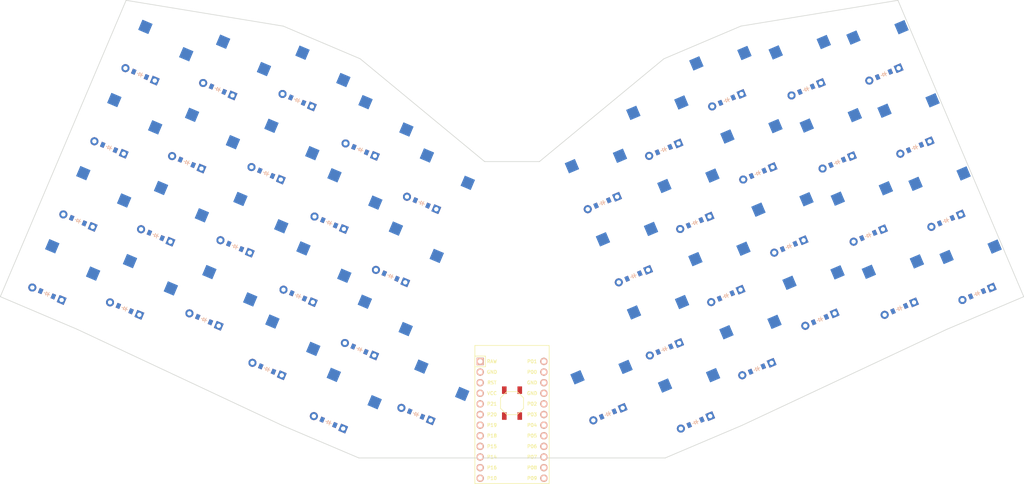
<source format=kicad_pcb>

            
(kicad_pcb (version 20171130) (host pcbnew 5.1.6)

  (page A3)
  (title_block
    (title main)
    (rev v1.0.0)
    (company Unknown)
  )

  (general
    (thickness 1.6)
  )

  (layers
    (0 F.Cu signal)
    (31 B.Cu signal)
    (32 B.Adhes user)
    (33 F.Adhes user)
    (34 B.Paste user)
    (35 F.Paste user)
    (36 B.SilkS user)
    (37 F.SilkS user)
    (38 B.Mask user)
    (39 F.Mask user)
    (40 Dwgs.User user)
    (41 Cmts.User user)
    (42 Eco1.User user)
    (43 Eco2.User user)
    (44 Edge.Cuts user)
    (45 Margin user)
    (46 B.CrtYd user)
    (47 F.CrtYd user)
    (48 B.Fab user)
    (49 F.Fab user)
  )

  (setup
    (last_trace_width 0.25)
    (trace_clearance 0.2)
    (zone_clearance 0.508)
    (zone_45_only no)
    (trace_min 0.2)
    (via_size 0.8)
    (via_drill 0.4)
    (via_min_size 0.4)
    (via_min_drill 0.3)
    (uvia_size 0.3)
    (uvia_drill 0.1)
    (uvias_allowed no)
    (uvia_min_size 0.2)
    (uvia_min_drill 0.1)
    (edge_width 0.05)
    (segment_width 0.2)
    (pcb_text_width 0.3)
    (pcb_text_size 1.5 1.5)
    (mod_edge_width 0.12)
    (mod_text_size 1 1)
    (mod_text_width 0.15)
    (pad_size 1.524 1.524)
    (pad_drill 0.762)
    (pad_to_mask_clearance 0.05)
    (aux_axis_origin 0 0)
    (visible_elements FFFFFF7F)
    (pcbplotparams
      (layerselection 0x010fc_ffffffff)
      (usegerberextensions false)
      (usegerberattributes true)
      (usegerberadvancedattributes true)
      (creategerberjobfile true)
      (excludeedgelayer true)
      (linewidth 0.100000)
      (plotframeref false)
      (viasonmask false)
      (mode 1)
      (useauxorigin false)
      (hpglpennumber 1)
      (hpglpenspeed 20)
      (hpglpendiameter 15.000000)
      (psnegative false)
      (psa4output false)
      (plotreference true)
      (plotvalue true)
      (plotinvisibletext false)
      (padsonsilk false)
      (subtractmaskfromsilk false)
      (outputformat 1)
      (mirror false)
      (drillshape 1)
      (scaleselection 1)
      (outputdirectory ""))
  )

            (net 0 "")
(net 1 "pinky_bottom")
(net 2 "P21")
(net 3 "pinky_home")
(net 4 "pinky_top")
(net 5 "pinky_num")
(net 6 "ring_bottom")
(net 7 "P20")
(net 8 "ring_home")
(net 9 "ring_top")
(net 10 "ring_num")
(net 11 "middle_bottom")
(net 12 "P19")
(net 13 "middle_home")
(net 14 "middle_top")
(net 15 "middle_num")
(net 16 "index_bottom")
(net 17 "P18")
(net 18 "index_home")
(net 19 "index_top")
(net 20 "index_num")
(net 21 "inner_bottom")
(net 22 "P15")
(net 23 "inner_home")
(net 24 "inner_top")
(net 25 "inner_num")
(net 26 "thumb_bottom")
(net 27 "P14")
(net 28 "mirror_pinky_bottom")
(net 29 "P2")
(net 30 "mirror_pinky_home")
(net 31 "mirror_pinky_top")
(net 32 "mirror_pinky_num")
(net 33 "mirror_ring_bottom")
(net 34 "P3")
(net 35 "mirror_ring_home")
(net 36 "mirror_ring_top")
(net 37 "mirror_ring_num")
(net 38 "mirror_middle_bottom")
(net 39 "P4")
(net 40 "mirror_middle_home")
(net 41 "mirror_middle_top")
(net 42 "mirror_middle_num")
(net 43 "mirror_index_bottom")
(net 44 "P5")
(net 45 "mirror_index_home")
(net 46 "mirror_index_top")
(net 47 "mirror_index_num")
(net 48 "mirror_inner_bottom")
(net 49 "P6")
(net 50 "mirror_inner_home")
(net 51 "mirror_inner_top")
(net 52 "mirror_inner_num")
(net 53 "mirror_thumb_bottom")
(net 54 "P7")
(net 55 "P16")
(net 56 "P10")
(net 57 "P9")
(net 58 "P8")
(net 59 "RST")
(net 60 "GND")
(net 61 "RAW")
(net 62 "VCC")
(net 63 "P1")
(net 64 "P0")
            
  (net_class Default "This is the default net class."
    (clearance 0.2)
    (trace_width 0.25)
    (via_dia 0.8)
    (via_drill 0.4)
    (uvia_dia 0.3)
    (uvia_drill 0.1)
    (add_net "")
(add_net "pinky_bottom")
(add_net "P21")
(add_net "pinky_home")
(add_net "pinky_top")
(add_net "pinky_num")
(add_net "ring_bottom")
(add_net "P20")
(add_net "ring_home")
(add_net "ring_top")
(add_net "ring_num")
(add_net "middle_bottom")
(add_net "P19")
(add_net "middle_home")
(add_net "middle_top")
(add_net "middle_num")
(add_net "index_bottom")
(add_net "P18")
(add_net "index_home")
(add_net "index_top")
(add_net "index_num")
(add_net "inner_bottom")
(add_net "P15")
(add_net "inner_home")
(add_net "inner_top")
(add_net "inner_num")
(add_net "thumb_bottom")
(add_net "P14")
(add_net "mirror_pinky_bottom")
(add_net "P2")
(add_net "mirror_pinky_home")
(add_net "mirror_pinky_top")
(add_net "mirror_pinky_num")
(add_net "mirror_ring_bottom")
(add_net "P3")
(add_net "mirror_ring_home")
(add_net "mirror_ring_top")
(add_net "mirror_ring_num")
(add_net "mirror_middle_bottom")
(add_net "P4")
(add_net "mirror_middle_home")
(add_net "mirror_middle_top")
(add_net "mirror_middle_num")
(add_net "mirror_index_bottom")
(add_net "P5")
(add_net "mirror_index_home")
(add_net "mirror_index_top")
(add_net "mirror_index_num")
(add_net "mirror_inner_bottom")
(add_net "P6")
(add_net "mirror_inner_home")
(add_net "mirror_inner_top")
(add_net "mirror_inner_num")
(add_net "mirror_thumb_bottom")
(add_net "P7")
(add_net "P16")
(add_net "P10")
(add_net "P9")
(add_net "P8")
(add_net "RST")
(add_net "GND")
(add_net "RAW")
(add_net "VCC")
(add_net "P1")
(add_net "P0")
  )

            
        
      (module PG1350 (layer F.Cu) (tedit 5DD50112)
      (at 0 0 -23)

      
      (fp_text reference "S1" (at 0 0) (layer F.SilkS) hide (effects (font (size 1.27 1.27) (thickness 0.15))))
      (fp_text value "" (at 0 0) (layer F.SilkS) hide (effects (font (size 1.27 1.27) (thickness 0.15))))

      
      (fp_line (start -7 -6) (end -7 -7) (layer Dwgs.User) (width 0.15))
      (fp_line (start -7 7) (end -6 7) (layer Dwgs.User) (width 0.15))
      (fp_line (start -6 -7) (end -7 -7) (layer Dwgs.User) (width 0.15))
      (fp_line (start -7 7) (end -7 6) (layer Dwgs.User) (width 0.15))
      (fp_line (start 7 6) (end 7 7) (layer Dwgs.User) (width 0.15))
      (fp_line (start 7 -7) (end 6 -7) (layer Dwgs.User) (width 0.15))
      (fp_line (start 6 7) (end 7 7) (layer Dwgs.User) (width 0.15))
      (fp_line (start 7 -7) (end 7 -6) (layer Dwgs.User) (width 0.15))      
      
      
      (pad "" np_thru_hole circle (at 0 0) (size 3.429 3.429) (drill 3.429) (layers *.Cu *.Mask))
        
      
      (pad "" np_thru_hole circle (at 5.5 0) (size 1.7018 1.7018) (drill 1.7018) (layers *.Cu *.Mask))
      (pad "" np_thru_hole circle (at -5.5 0) (size 1.7018 1.7018) (drill 1.7018) (layers *.Cu *.Mask))
      
        
      
      (fp_line (start -9 -8.5) (end 9 -8.5) (layer Dwgs.User) (width 0.15))
      (fp_line (start 9 -8.5) (end 9 8.5) (layer Dwgs.User) (width 0.15))
      (fp_line (start 9 8.5) (end -9 8.5) (layer Dwgs.User) (width 0.15))
      (fp_line (start -9 8.5) (end -9 -8.5) (layer Dwgs.User) (width 0.15))
      
        
          
          (pad "" np_thru_hole circle (at 5 -3.75) (size 3 3) (drill 3) (layers *.Cu *.Mask))
          (pad "" np_thru_hole circle (at 0 -5.95) (size 3 3) (drill 3) (layers *.Cu *.Mask))
      
          
          (pad 1 smd rect (at -3.275 -5.95 -23) (size 2.6 2.6) (layers B.Cu B.Paste B.Mask)  (net 1 "pinky_bottom"))
          (pad 2 smd rect (at 8.275 -3.75 -23) (size 2.6 2.6) (layers B.Cu B.Paste B.Mask)  (net 2 "P21"))
        )
        

        
      (module PG1350 (layer F.Cu) (tedit 5DD50112)
      (at 7.4238914 -17.4895922 -23)

      
      (fp_text reference "S2" (at 0 0) (layer F.SilkS) hide (effects (font (size 1.27 1.27) (thickness 0.15))))
      (fp_text value "" (at 0 0) (layer F.SilkS) hide (effects (font (size 1.27 1.27) (thickness 0.15))))

      
      (fp_line (start -7 -6) (end -7 -7) (layer Dwgs.User) (width 0.15))
      (fp_line (start -7 7) (end -6 7) (layer Dwgs.User) (width 0.15))
      (fp_line (start -6 -7) (end -7 -7) (layer Dwgs.User) (width 0.15))
      (fp_line (start -7 7) (end -7 6) (layer Dwgs.User) (width 0.15))
      (fp_line (start 7 6) (end 7 7) (layer Dwgs.User) (width 0.15))
      (fp_line (start 7 -7) (end 6 -7) (layer Dwgs.User) (width 0.15))
      (fp_line (start 6 7) (end 7 7) (layer Dwgs.User) (width 0.15))
      (fp_line (start 7 -7) (end 7 -6) (layer Dwgs.User) (width 0.15))      
      
      
      (pad "" np_thru_hole circle (at 0 0) (size 3.429 3.429) (drill 3.429) (layers *.Cu *.Mask))
        
      
      (pad "" np_thru_hole circle (at 5.5 0) (size 1.7018 1.7018) (drill 1.7018) (layers *.Cu *.Mask))
      (pad "" np_thru_hole circle (at -5.5 0) (size 1.7018 1.7018) (drill 1.7018) (layers *.Cu *.Mask))
      
        
      
      (fp_line (start -9 -8.5) (end 9 -8.5) (layer Dwgs.User) (width 0.15))
      (fp_line (start 9 -8.5) (end 9 8.5) (layer Dwgs.User) (width 0.15))
      (fp_line (start 9 8.5) (end -9 8.5) (layer Dwgs.User) (width 0.15))
      (fp_line (start -9 8.5) (end -9 -8.5) (layer Dwgs.User) (width 0.15))
      
        
          
          (pad "" np_thru_hole circle (at 5 -3.75) (size 3 3) (drill 3) (layers *.Cu *.Mask))
          (pad "" np_thru_hole circle (at 0 -5.95) (size 3 3) (drill 3) (layers *.Cu *.Mask))
      
          
          (pad 1 smd rect (at -3.275 -5.95 -23) (size 2.6 2.6) (layers B.Cu B.Paste B.Mask)  (net 3 "pinky_home"))
          (pad 2 smd rect (at 8.275 -3.75 -23) (size 2.6 2.6) (layers B.Cu B.Paste B.Mask)  (net 2 "P21"))
        )
        

        
      (module PG1350 (layer F.Cu) (tedit 5DD50112)
      (at 14.8477829 -34.9791844 -23)

      
      (fp_text reference "S3" (at 0 0) (layer F.SilkS) hide (effects (font (size 1.27 1.27) (thickness 0.15))))
      (fp_text value "" (at 0 0) (layer F.SilkS) hide (effects (font (size 1.27 1.27) (thickness 0.15))))

      
      (fp_line (start -7 -6) (end -7 -7) (layer Dwgs.User) (width 0.15))
      (fp_line (start -7 7) (end -6 7) (layer Dwgs.User) (width 0.15))
      (fp_line (start -6 -7) (end -7 -7) (layer Dwgs.User) (width 0.15))
      (fp_line (start -7 7) (end -7 6) (layer Dwgs.User) (width 0.15))
      (fp_line (start 7 6) (end 7 7) (layer Dwgs.User) (width 0.15))
      (fp_line (start 7 -7) (end 6 -7) (layer Dwgs.User) (width 0.15))
      (fp_line (start 6 7) (end 7 7) (layer Dwgs.User) (width 0.15))
      (fp_line (start 7 -7) (end 7 -6) (layer Dwgs.User) (width 0.15))      
      
      
      (pad "" np_thru_hole circle (at 0 0) (size 3.429 3.429) (drill 3.429) (layers *.Cu *.Mask))
        
      
      (pad "" np_thru_hole circle (at 5.5 0) (size 1.7018 1.7018) (drill 1.7018) (layers *.Cu *.Mask))
      (pad "" np_thru_hole circle (at -5.5 0) (size 1.7018 1.7018) (drill 1.7018) (layers *.Cu *.Mask))
      
        
      
      (fp_line (start -9 -8.5) (end 9 -8.5) (layer Dwgs.User) (width 0.15))
      (fp_line (start 9 -8.5) (end 9 8.5) (layer Dwgs.User) (width 0.15))
      (fp_line (start 9 8.5) (end -9 8.5) (layer Dwgs.User) (width 0.15))
      (fp_line (start -9 8.5) (end -9 -8.5) (layer Dwgs.User) (width 0.15))
      
        
          
          (pad "" np_thru_hole circle (at 5 -3.75) (size 3 3) (drill 3) (layers *.Cu *.Mask))
          (pad "" np_thru_hole circle (at 0 -5.95) (size 3 3) (drill 3) (layers *.Cu *.Mask))
      
          
          (pad 1 smd rect (at -3.275 -5.95 -23) (size 2.6 2.6) (layers B.Cu B.Paste B.Mask)  (net 4 "pinky_top"))
          (pad 2 smd rect (at 8.275 -3.75 -23) (size 2.6 2.6) (layers B.Cu B.Paste B.Mask)  (net 2 "P21"))
        )
        

        
      (module PG1350 (layer F.Cu) (tedit 5DD50112)
      (at 22.2716743 -52.4687766 -23)

      
      (fp_text reference "S4" (at 0 0) (layer F.SilkS) hide (effects (font (size 1.27 1.27) (thickness 0.15))))
      (fp_text value "" (at 0 0) (layer F.SilkS) hide (effects (font (size 1.27 1.27) (thickness 0.15))))

      
      (fp_line (start -7 -6) (end -7 -7) (layer Dwgs.User) (width 0.15))
      (fp_line (start -7 7) (end -6 7) (layer Dwgs.User) (width 0.15))
      (fp_line (start -6 -7) (end -7 -7) (layer Dwgs.User) (width 0.15))
      (fp_line (start -7 7) (end -7 6) (layer Dwgs.User) (width 0.15))
      (fp_line (start 7 6) (end 7 7) (layer Dwgs.User) (width 0.15))
      (fp_line (start 7 -7) (end 6 -7) (layer Dwgs.User) (width 0.15))
      (fp_line (start 6 7) (end 7 7) (layer Dwgs.User) (width 0.15))
      (fp_line (start 7 -7) (end 7 -6) (layer Dwgs.User) (width 0.15))      
      
      
      (pad "" np_thru_hole circle (at 0 0) (size 3.429 3.429) (drill 3.429) (layers *.Cu *.Mask))
        
      
      (pad "" np_thru_hole circle (at 5.5 0) (size 1.7018 1.7018) (drill 1.7018) (layers *.Cu *.Mask))
      (pad "" np_thru_hole circle (at -5.5 0) (size 1.7018 1.7018) (drill 1.7018) (layers *.Cu *.Mask))
      
        
      
      (fp_line (start -9 -8.5) (end 9 -8.5) (layer Dwgs.User) (width 0.15))
      (fp_line (start 9 -8.5) (end 9 8.5) (layer Dwgs.User) (width 0.15))
      (fp_line (start 9 8.5) (end -9 8.5) (layer Dwgs.User) (width 0.15))
      (fp_line (start -9 8.5) (end -9 -8.5) (layer Dwgs.User) (width 0.15))
      
        
          
          (pad "" np_thru_hole circle (at 5 -3.75) (size 3 3) (drill 3) (layers *.Cu *.Mask))
          (pad "" np_thru_hole circle (at 0 -5.95) (size 3 3) (drill 3) (layers *.Cu *.Mask))
      
          
          (pad 1 smd rect (at -3.275 -5.95 -23) (size 2.6 2.6) (layers B.Cu B.Paste B.Mask)  (net 5 "pinky_num"))
          (pad 2 smd rect (at 8.275 -3.75 -23) (size 2.6 2.6) (layers B.Cu B.Paste B.Mask)  (net 2 "P21"))
        )
        

        
      (module PG1350 (layer F.Cu) (tedit 5DD50112)
      (at 18.5922643 3.5465065 -23)

      
      (fp_text reference "S5" (at 0 0) (layer F.SilkS) hide (effects (font (size 1.27 1.27) (thickness 0.15))))
      (fp_text value "" (at 0 0) (layer F.SilkS) hide (effects (font (size 1.27 1.27) (thickness 0.15))))

      
      (fp_line (start -7 -6) (end -7 -7) (layer Dwgs.User) (width 0.15))
      (fp_line (start -7 7) (end -6 7) (layer Dwgs.User) (width 0.15))
      (fp_line (start -6 -7) (end -7 -7) (layer Dwgs.User) (width 0.15))
      (fp_line (start -7 7) (end -7 6) (layer Dwgs.User) (width 0.15))
      (fp_line (start 7 6) (end 7 7) (layer Dwgs.User) (width 0.15))
      (fp_line (start 7 -7) (end 6 -7) (layer Dwgs.User) (width 0.15))
      (fp_line (start 6 7) (end 7 7) (layer Dwgs.User) (width 0.15))
      (fp_line (start 7 -7) (end 7 -6) (layer Dwgs.User) (width 0.15))      
      
      
      (pad "" np_thru_hole circle (at 0 0) (size 3.429 3.429) (drill 3.429) (layers *.Cu *.Mask))
        
      
      (pad "" np_thru_hole circle (at 5.5 0) (size 1.7018 1.7018) (drill 1.7018) (layers *.Cu *.Mask))
      (pad "" np_thru_hole circle (at -5.5 0) (size 1.7018 1.7018) (drill 1.7018) (layers *.Cu *.Mask))
      
        
      
      (fp_line (start -9 -8.5) (end 9 -8.5) (layer Dwgs.User) (width 0.15))
      (fp_line (start 9 -8.5) (end 9 8.5) (layer Dwgs.User) (width 0.15))
      (fp_line (start 9 8.5) (end -9 8.5) (layer Dwgs.User) (width 0.15))
      (fp_line (start -9 8.5) (end -9 -8.5) (layer Dwgs.User) (width 0.15))
      
        
          
          (pad "" np_thru_hole circle (at 5 -3.75) (size 3 3) (drill 3) (layers *.Cu *.Mask))
          (pad "" np_thru_hole circle (at 0 -5.95) (size 3 3) (drill 3) (layers *.Cu *.Mask))
      
          
          (pad 1 smd rect (at -3.275 -5.95 -23) (size 2.6 2.6) (layers B.Cu B.Paste B.Mask)  (net 6 "ring_bottom"))
          (pad 2 smd rect (at 8.275 -3.75 -23) (size 2.6 2.6) (layers B.Cu B.Paste B.Mask)  (net 7 "P20"))
        )
        

        
      (module PG1350 (layer F.Cu) (tedit 5DD50112)
      (at 26.0161557 -13.9430858 -23)

      
      (fp_text reference "S6" (at 0 0) (layer F.SilkS) hide (effects (font (size 1.27 1.27) (thickness 0.15))))
      (fp_text value "" (at 0 0) (layer F.SilkS) hide (effects (font (size 1.27 1.27) (thickness 0.15))))

      
      (fp_line (start -7 -6) (end -7 -7) (layer Dwgs.User) (width 0.15))
      (fp_line (start -7 7) (end -6 7) (layer Dwgs.User) (width 0.15))
      (fp_line (start -6 -7) (end -7 -7) (layer Dwgs.User) (width 0.15))
      (fp_line (start -7 7) (end -7 6) (layer Dwgs.User) (width 0.15))
      (fp_line (start 7 6) (end 7 7) (layer Dwgs.User) (width 0.15))
      (fp_line (start 7 -7) (end 6 -7) (layer Dwgs.User) (width 0.15))
      (fp_line (start 6 7) (end 7 7) (layer Dwgs.User) (width 0.15))
      (fp_line (start 7 -7) (end 7 -6) (layer Dwgs.User) (width 0.15))      
      
      
      (pad "" np_thru_hole circle (at 0 0) (size 3.429 3.429) (drill 3.429) (layers *.Cu *.Mask))
        
      
      (pad "" np_thru_hole circle (at 5.5 0) (size 1.7018 1.7018) (drill 1.7018) (layers *.Cu *.Mask))
      (pad "" np_thru_hole circle (at -5.5 0) (size 1.7018 1.7018) (drill 1.7018) (layers *.Cu *.Mask))
      
        
      
      (fp_line (start -9 -8.5) (end 9 -8.5) (layer Dwgs.User) (width 0.15))
      (fp_line (start 9 -8.5) (end 9 8.5) (layer Dwgs.User) (width 0.15))
      (fp_line (start 9 8.5) (end -9 8.5) (layer Dwgs.User) (width 0.15))
      (fp_line (start -9 8.5) (end -9 -8.5) (layer Dwgs.User) (width 0.15))
      
        
          
          (pad "" np_thru_hole circle (at 5 -3.75) (size 3 3) (drill 3) (layers *.Cu *.Mask))
          (pad "" np_thru_hole circle (at 0 -5.95) (size 3 3) (drill 3) (layers *.Cu *.Mask))
      
          
          (pad 1 smd rect (at -3.275 -5.95 -23) (size 2.6 2.6) (layers B.Cu B.Paste B.Mask)  (net 8 "ring_home"))
          (pad 2 smd rect (at 8.275 -3.75 -23) (size 2.6 2.6) (layers B.Cu B.Paste B.Mask)  (net 7 "P20"))
        )
        

        
      (module PG1350 (layer F.Cu) (tedit 5DD50112)
      (at 33.4400472 -31.432678 -23)

      
      (fp_text reference "S7" (at 0 0) (layer F.SilkS) hide (effects (font (size 1.27 1.27) (thickness 0.15))))
      (fp_text value "" (at 0 0) (layer F.SilkS) hide (effects (font (size 1.27 1.27) (thickness 0.15))))

      
      (fp_line (start -7 -6) (end -7 -7) (layer Dwgs.User) (width 0.15))
      (fp_line (start -7 7) (end -6 7) (layer Dwgs.User) (width 0.15))
      (fp_line (start -6 -7) (end -7 -7) (layer Dwgs.User) (width 0.15))
      (fp_line (start -7 7) (end -7 6) (layer Dwgs.User) (width 0.15))
      (fp_line (start 7 6) (end 7 7) (layer Dwgs.User) (width 0.15))
      (fp_line (start 7 -7) (end 6 -7) (layer Dwgs.User) (width 0.15))
      (fp_line (start 6 7) (end 7 7) (layer Dwgs.User) (width 0.15))
      (fp_line (start 7 -7) (end 7 -6) (layer Dwgs.User) (width 0.15))      
      
      
      (pad "" np_thru_hole circle (at 0 0) (size 3.429 3.429) (drill 3.429) (layers *.Cu *.Mask))
        
      
      (pad "" np_thru_hole circle (at 5.5 0) (size 1.7018 1.7018) (drill 1.7018) (layers *.Cu *.Mask))
      (pad "" np_thru_hole circle (at -5.5 0) (size 1.7018 1.7018) (drill 1.7018) (layers *.Cu *.Mask))
      
        
      
      (fp_line (start -9 -8.5) (end 9 -8.5) (layer Dwgs.User) (width 0.15))
      (fp_line (start 9 -8.5) (end 9 8.5) (layer Dwgs.User) (width 0.15))
      (fp_line (start 9 8.5) (end -9 8.5) (layer Dwgs.User) (width 0.15))
      (fp_line (start -9 8.5) (end -9 -8.5) (layer Dwgs.User) (width 0.15))
      
        
          
          (pad "" np_thru_hole circle (at 5 -3.75) (size 3 3) (drill 3) (layers *.Cu *.Mask))
          (pad "" np_thru_hole circle (at 0 -5.95) (size 3 3) (drill 3) (layers *.Cu *.Mask))
      
          
          (pad 1 smd rect (at -3.275 -5.95 -23) (size 2.6 2.6) (layers B.Cu B.Paste B.Mask)  (net 9 "ring_top"))
          (pad 2 smd rect (at 8.275 -3.75 -23) (size 2.6 2.6) (layers B.Cu B.Paste B.Mask)  (net 7 "P20"))
        )
        

        
      (module PG1350 (layer F.Cu) (tedit 5DD50112)
      (at 40.8639386 -48.9222702 -23)

      
      (fp_text reference "S8" (at 0 0) (layer F.SilkS) hide (effects (font (size 1.27 1.27) (thickness 0.15))))
      (fp_text value "" (at 0 0) (layer F.SilkS) hide (effects (font (size 1.27 1.27) (thickness 0.15))))

      
      (fp_line (start -7 -6) (end -7 -7) (layer Dwgs.User) (width 0.15))
      (fp_line (start -7 7) (end -6 7) (layer Dwgs.User) (width 0.15))
      (fp_line (start -6 -7) (end -7 -7) (layer Dwgs.User) (width 0.15))
      (fp_line (start -7 7) (end -7 6) (layer Dwgs.User) (width 0.15))
      (fp_line (start 7 6) (end 7 7) (layer Dwgs.User) (width 0.15))
      (fp_line (start 7 -7) (end 6 -7) (layer Dwgs.User) (width 0.15))
      (fp_line (start 6 7) (end 7 7) (layer Dwgs.User) (width 0.15))
      (fp_line (start 7 -7) (end 7 -6) (layer Dwgs.User) (width 0.15))      
      
      
      (pad "" np_thru_hole circle (at 0 0) (size 3.429 3.429) (drill 3.429) (layers *.Cu *.Mask))
        
      
      (pad "" np_thru_hole circle (at 5.5 0) (size 1.7018 1.7018) (drill 1.7018) (layers *.Cu *.Mask))
      (pad "" np_thru_hole circle (at -5.5 0) (size 1.7018 1.7018) (drill 1.7018) (layers *.Cu *.Mask))
      
        
      
      (fp_line (start -9 -8.5) (end 9 -8.5) (layer Dwgs.User) (width 0.15))
      (fp_line (start 9 -8.5) (end 9 8.5) (layer Dwgs.User) (width 0.15))
      (fp_line (start 9 8.5) (end -9 8.5) (layer Dwgs.User) (width 0.15))
      (fp_line (start -9 8.5) (end -9 -8.5) (layer Dwgs.User) (width 0.15))
      
        
          
          (pad "" np_thru_hole circle (at 5 -3.75) (size 3 3) (drill 3) (layers *.Cu *.Mask))
          (pad "" np_thru_hole circle (at 0 -5.95) (size 3 3) (drill 3) (layers *.Cu *.Mask))
      
          
          (pad 1 smd rect (at -3.275 -5.95 -23) (size 2.6 2.6) (layers B.Cu B.Paste B.Mask)  (net 10 "ring_num"))
          (pad 2 smd rect (at 8.275 -3.75 -23) (size 2.6 2.6) (layers B.Cu B.Paste B.Mask)  (net 7 "P20"))
        )
        

        
      (module PG1350 (layer F.Cu) (tedit 5DD50112)
      (at 37.5752597 6.1725081 -23)

      
      (fp_text reference "S9" (at 0 0) (layer F.SilkS) hide (effects (font (size 1.27 1.27) (thickness 0.15))))
      (fp_text value "" (at 0 0) (layer F.SilkS) hide (effects (font (size 1.27 1.27) (thickness 0.15))))

      
      (fp_line (start -7 -6) (end -7 -7) (layer Dwgs.User) (width 0.15))
      (fp_line (start -7 7) (end -6 7) (layer Dwgs.User) (width 0.15))
      (fp_line (start -6 -7) (end -7 -7) (layer Dwgs.User) (width 0.15))
      (fp_line (start -7 7) (end -7 6) (layer Dwgs.User) (width 0.15))
      (fp_line (start 7 6) (end 7 7) (layer Dwgs.User) (width 0.15))
      (fp_line (start 7 -7) (end 6 -7) (layer Dwgs.User) (width 0.15))
      (fp_line (start 6 7) (end 7 7) (layer Dwgs.User) (width 0.15))
      (fp_line (start 7 -7) (end 7 -6) (layer Dwgs.User) (width 0.15))      
      
      
      (pad "" np_thru_hole circle (at 0 0) (size 3.429 3.429) (drill 3.429) (layers *.Cu *.Mask))
        
      
      (pad "" np_thru_hole circle (at 5.5 0) (size 1.7018 1.7018) (drill 1.7018) (layers *.Cu *.Mask))
      (pad "" np_thru_hole circle (at -5.5 0) (size 1.7018 1.7018) (drill 1.7018) (layers *.Cu *.Mask))
      
        
      
      (fp_line (start -9 -8.5) (end 9 -8.5) (layer Dwgs.User) (width 0.15))
      (fp_line (start 9 -8.5) (end 9 8.5) (layer Dwgs.User) (width 0.15))
      (fp_line (start 9 8.5) (end -9 8.5) (layer Dwgs.User) (width 0.15))
      (fp_line (start -9 8.5) (end -9 -8.5) (layer Dwgs.User) (width 0.15))
      
        
          
          (pad "" np_thru_hole circle (at 5 -3.75) (size 3 3) (drill 3) (layers *.Cu *.Mask))
          (pad "" np_thru_hole circle (at 0 -5.95) (size 3 3) (drill 3) (layers *.Cu *.Mask))
      
          
          (pad 1 smd rect (at -3.275 -5.95 -23) (size 2.6 2.6) (layers B.Cu B.Paste B.Mask)  (net 11 "middle_bottom"))
          (pad 2 smd rect (at 8.275 -3.75 -23) (size 2.6 2.6) (layers B.Cu B.Paste B.Mask)  (net 12 "P19"))
        )
        

        
      (module PG1350 (layer F.Cu) (tedit 5DD50112)
      (at 44.9991512 -11.3170841 -23)

      
      (fp_text reference "S10" (at 0 0) (layer F.SilkS) hide (effects (font (size 1.27 1.27) (thickness 0.15))))
      (fp_text value "" (at 0 0) (layer F.SilkS) hide (effects (font (size 1.27 1.27) (thickness 0.15))))

      
      (fp_line (start -7 -6) (end -7 -7) (layer Dwgs.User) (width 0.15))
      (fp_line (start -7 7) (end -6 7) (layer Dwgs.User) (width 0.15))
      (fp_line (start -6 -7) (end -7 -7) (layer Dwgs.User) (width 0.15))
      (fp_line (start -7 7) (end -7 6) (layer Dwgs.User) (width 0.15))
      (fp_line (start 7 6) (end 7 7) (layer Dwgs.User) (width 0.15))
      (fp_line (start 7 -7) (end 6 -7) (layer Dwgs.User) (width 0.15))
      (fp_line (start 6 7) (end 7 7) (layer Dwgs.User) (width 0.15))
      (fp_line (start 7 -7) (end 7 -6) (layer Dwgs.User) (width 0.15))      
      
      
      (pad "" np_thru_hole circle (at 0 0) (size 3.429 3.429) (drill 3.429) (layers *.Cu *.Mask))
        
      
      (pad "" np_thru_hole circle (at 5.5 0) (size 1.7018 1.7018) (drill 1.7018) (layers *.Cu *.Mask))
      (pad "" np_thru_hole circle (at -5.5 0) (size 1.7018 1.7018) (drill 1.7018) (layers *.Cu *.Mask))
      
        
      
      (fp_line (start -9 -8.5) (end 9 -8.5) (layer Dwgs.User) (width 0.15))
      (fp_line (start 9 -8.5) (end 9 8.5) (layer Dwgs.User) (width 0.15))
      (fp_line (start 9 8.5) (end -9 8.5) (layer Dwgs.User) (width 0.15))
      (fp_line (start -9 8.5) (end -9 -8.5) (layer Dwgs.User) (width 0.15))
      
        
          
          (pad "" np_thru_hole circle (at 5 -3.75) (size 3 3) (drill 3) (layers *.Cu *.Mask))
          (pad "" np_thru_hole circle (at 0 -5.95) (size 3 3) (drill 3) (layers *.Cu *.Mask))
      
          
          (pad 1 smd rect (at -3.275 -5.95 -23) (size 2.6 2.6) (layers B.Cu B.Paste B.Mask)  (net 13 "middle_home"))
          (pad 2 smd rect (at 8.275 -3.75 -23) (size 2.6 2.6) (layers B.Cu B.Paste B.Mask)  (net 12 "P19"))
        )
        

        
      (module PG1350 (layer F.Cu) (tedit 5DD50112)
      (at 52.4230426 -28.8066764 -23)

      
      (fp_text reference "S11" (at 0 0) (layer F.SilkS) hide (effects (font (size 1.27 1.27) (thickness 0.15))))
      (fp_text value "" (at 0 0) (layer F.SilkS) hide (effects (font (size 1.27 1.27) (thickness 0.15))))

      
      (fp_line (start -7 -6) (end -7 -7) (layer Dwgs.User) (width 0.15))
      (fp_line (start -7 7) (end -6 7) (layer Dwgs.User) (width 0.15))
      (fp_line (start -6 -7) (end -7 -7) (layer Dwgs.User) (width 0.15))
      (fp_line (start -7 7) (end -7 6) (layer Dwgs.User) (width 0.15))
      (fp_line (start 7 6) (end 7 7) (layer Dwgs.User) (width 0.15))
      (fp_line (start 7 -7) (end 6 -7) (layer Dwgs.User) (width 0.15))
      (fp_line (start 6 7) (end 7 7) (layer Dwgs.User) (width 0.15))
      (fp_line (start 7 -7) (end 7 -6) (layer Dwgs.User) (width 0.15))      
      
      
      (pad "" np_thru_hole circle (at 0 0) (size 3.429 3.429) (drill 3.429) (layers *.Cu *.Mask))
        
      
      (pad "" np_thru_hole circle (at 5.5 0) (size 1.7018 1.7018) (drill 1.7018) (layers *.Cu *.Mask))
      (pad "" np_thru_hole circle (at -5.5 0) (size 1.7018 1.7018) (drill 1.7018) (layers *.Cu *.Mask))
      
        
      
      (fp_line (start -9 -8.5) (end 9 -8.5) (layer Dwgs.User) (width 0.15))
      (fp_line (start 9 -8.5) (end 9 8.5) (layer Dwgs.User) (width 0.15))
      (fp_line (start 9 8.5) (end -9 8.5) (layer Dwgs.User) (width 0.15))
      (fp_line (start -9 8.5) (end -9 -8.5) (layer Dwgs.User) (width 0.15))
      
        
          
          (pad "" np_thru_hole circle (at 5 -3.75) (size 3 3) (drill 3) (layers *.Cu *.Mask))
          (pad "" np_thru_hole circle (at 0 -5.95) (size 3 3) (drill 3) (layers *.Cu *.Mask))
      
          
          (pad 1 smd rect (at -3.275 -5.95 -23) (size 2.6 2.6) (layers B.Cu B.Paste B.Mask)  (net 14 "middle_top"))
          (pad 2 smd rect (at 8.275 -3.75 -23) (size 2.6 2.6) (layers B.Cu B.Paste B.Mask)  (net 12 "P19"))
        )
        

        
      (module PG1350 (layer F.Cu) (tedit 5DD50112)
      (at 59.8469341 -46.2962686 -23)

      
      (fp_text reference "S12" (at 0 0) (layer F.SilkS) hide (effects (font (size 1.27 1.27) (thickness 0.15))))
      (fp_text value "" (at 0 0) (layer F.SilkS) hide (effects (font (size 1.27 1.27) (thickness 0.15))))

      
      (fp_line (start -7 -6) (end -7 -7) (layer Dwgs.User) (width 0.15))
      (fp_line (start -7 7) (end -6 7) (layer Dwgs.User) (width 0.15))
      (fp_line (start -6 -7) (end -7 -7) (layer Dwgs.User) (width 0.15))
      (fp_line (start -7 7) (end -7 6) (layer Dwgs.User) (width 0.15))
      (fp_line (start 7 6) (end 7 7) (layer Dwgs.User) (width 0.15))
      (fp_line (start 7 -7) (end 6 -7) (layer Dwgs.User) (width 0.15))
      (fp_line (start 6 7) (end 7 7) (layer Dwgs.User) (width 0.15))
      (fp_line (start 7 -7) (end 7 -6) (layer Dwgs.User) (width 0.15))      
      
      
      (pad "" np_thru_hole circle (at 0 0) (size 3.429 3.429) (drill 3.429) (layers *.Cu *.Mask))
        
      
      (pad "" np_thru_hole circle (at 5.5 0) (size 1.7018 1.7018) (drill 1.7018) (layers *.Cu *.Mask))
      (pad "" np_thru_hole circle (at -5.5 0) (size 1.7018 1.7018) (drill 1.7018) (layers *.Cu *.Mask))
      
        
      
      (fp_line (start -9 -8.5) (end 9 -8.5) (layer Dwgs.User) (width 0.15))
      (fp_line (start 9 -8.5) (end 9 8.5) (layer Dwgs.User) (width 0.15))
      (fp_line (start 9 8.5) (end -9 8.5) (layer Dwgs.User) (width 0.15))
      (fp_line (start -9 8.5) (end -9 -8.5) (layer Dwgs.User) (width 0.15))
      
        
          
          (pad "" np_thru_hole circle (at 5 -3.75) (size 3 3) (drill 3) (layers *.Cu *.Mask))
          (pad "" np_thru_hole circle (at 0 -5.95) (size 3 3) (drill 3) (layers *.Cu *.Mask))
      
          
          (pad 1 smd rect (at -3.275 -5.95 -23) (size 2.6 2.6) (layers B.Cu B.Paste B.Mask)  (net 15 "middle_num"))
          (pad 2 smd rect (at 8.275 -3.75 -23) (size 2.6 2.6) (layers B.Cu B.Paste B.Mask)  (net 12 "P19"))
        )
        

        
      (module PG1350 (layer F.Cu) (tedit 5DD50112)
      (at 52.6509439 18.0035582 -23)

      
      (fp_text reference "S13" (at 0 0) (layer F.SilkS) hide (effects (font (size 1.27 1.27) (thickness 0.15))))
      (fp_text value "" (at 0 0) (layer F.SilkS) hide (effects (font (size 1.27 1.27) (thickness 0.15))))

      
      (fp_line (start -7 -6) (end -7 -7) (layer Dwgs.User) (width 0.15))
      (fp_line (start -7 7) (end -6 7) (layer Dwgs.User) (width 0.15))
      (fp_line (start -6 -7) (end -7 -7) (layer Dwgs.User) (width 0.15))
      (fp_line (start -7 7) (end -7 6) (layer Dwgs.User) (width 0.15))
      (fp_line (start 7 6) (end 7 7) (layer Dwgs.User) (width 0.15))
      (fp_line (start 7 -7) (end 6 -7) (layer Dwgs.User) (width 0.15))
      (fp_line (start 6 7) (end 7 7) (layer Dwgs.User) (width 0.15))
      (fp_line (start 7 -7) (end 7 -6) (layer Dwgs.User) (width 0.15))      
      
      
      (pad "" np_thru_hole circle (at 0 0) (size 3.429 3.429) (drill 3.429) (layers *.Cu *.Mask))
        
      
      (pad "" np_thru_hole circle (at 5.5 0) (size 1.7018 1.7018) (drill 1.7018) (layers *.Cu *.Mask))
      (pad "" np_thru_hole circle (at -5.5 0) (size 1.7018 1.7018) (drill 1.7018) (layers *.Cu *.Mask))
      
        
      
      (fp_line (start -9 -8.5) (end 9 -8.5) (layer Dwgs.User) (width 0.15))
      (fp_line (start 9 -8.5) (end 9 8.5) (layer Dwgs.User) (width 0.15))
      (fp_line (start 9 8.5) (end -9 8.5) (layer Dwgs.User) (width 0.15))
      (fp_line (start -9 8.5) (end -9 -8.5) (layer Dwgs.User) (width 0.15))
      
        
          
          (pad "" np_thru_hole circle (at 5 -3.75) (size 3 3) (drill 3) (layers *.Cu *.Mask))
          (pad "" np_thru_hole circle (at 0 -5.95) (size 3 3) (drill 3) (layers *.Cu *.Mask))
      
          
          (pad 1 smd rect (at -3.275 -5.95 -23) (size 2.6 2.6) (layers B.Cu B.Paste B.Mask)  (net 16 "index_bottom"))
          (pad 2 smd rect (at 8.275 -3.75 -23) (size 2.6 2.6) (layers B.Cu B.Paste B.Mask)  (net 17 "P18"))
        )
        

        
      (module PG1350 (layer F.Cu) (tedit 5DD50112)
      (at 60.0748353 0.513966 -23)

      
      (fp_text reference "S14" (at 0 0) (layer F.SilkS) hide (effects (font (size 1.27 1.27) (thickness 0.15))))
      (fp_text value "" (at 0 0) (layer F.SilkS) hide (effects (font (size 1.27 1.27) (thickness 0.15))))

      
      (fp_line (start -7 -6) (end -7 -7) (layer Dwgs.User) (width 0.15))
      (fp_line (start -7 7) (end -6 7) (layer Dwgs.User) (width 0.15))
      (fp_line (start -6 -7) (end -7 -7) (layer Dwgs.User) (width 0.15))
      (fp_line (start -7 7) (end -7 6) (layer Dwgs.User) (width 0.15))
      (fp_line (start 7 6) (end 7 7) (layer Dwgs.User) (width 0.15))
      (fp_line (start 7 -7) (end 6 -7) (layer Dwgs.User) (width 0.15))
      (fp_line (start 6 7) (end 7 7) (layer Dwgs.User) (width 0.15))
      (fp_line (start 7 -7) (end 7 -6) (layer Dwgs.User) (width 0.15))      
      
      
      (pad "" np_thru_hole circle (at 0 0) (size 3.429 3.429) (drill 3.429) (layers *.Cu *.Mask))
        
      
      (pad "" np_thru_hole circle (at 5.5 0) (size 1.7018 1.7018) (drill 1.7018) (layers *.Cu *.Mask))
      (pad "" np_thru_hole circle (at -5.5 0) (size 1.7018 1.7018) (drill 1.7018) (layers *.Cu *.Mask))
      
        
      
      (fp_line (start -9 -8.5) (end 9 -8.5) (layer Dwgs.User) (width 0.15))
      (fp_line (start 9 -8.5) (end 9 8.5) (layer Dwgs.User) (width 0.15))
      (fp_line (start 9 8.5) (end -9 8.5) (layer Dwgs.User) (width 0.15))
      (fp_line (start -9 8.5) (end -9 -8.5) (layer Dwgs.User) (width 0.15))
      
        
          
          (pad "" np_thru_hole circle (at 5 -3.75) (size 3 3) (drill 3) (layers *.Cu *.Mask))
          (pad "" np_thru_hole circle (at 0 -5.95) (size 3 3) (drill 3) (layers *.Cu *.Mask))
      
          
          (pad 1 smd rect (at -3.275 -5.95 -23) (size 2.6 2.6) (layers B.Cu B.Paste B.Mask)  (net 18 "index_home"))
          (pad 2 smd rect (at 8.275 -3.75 -23) (size 2.6 2.6) (layers B.Cu B.Paste B.Mask)  (net 17 "P18"))
        )
        

        
      (module PG1350 (layer F.Cu) (tedit 5DD50112)
      (at 67.4987268 -16.9756262 -23)

      
      (fp_text reference "S15" (at 0 0) (layer F.SilkS) hide (effects (font (size 1.27 1.27) (thickness 0.15))))
      (fp_text value "" (at 0 0) (layer F.SilkS) hide (effects (font (size 1.27 1.27) (thickness 0.15))))

      
      (fp_line (start -7 -6) (end -7 -7) (layer Dwgs.User) (width 0.15))
      (fp_line (start -7 7) (end -6 7) (layer Dwgs.User) (width 0.15))
      (fp_line (start -6 -7) (end -7 -7) (layer Dwgs.User) (width 0.15))
      (fp_line (start -7 7) (end -7 6) (layer Dwgs.User) (width 0.15))
      (fp_line (start 7 6) (end 7 7) (layer Dwgs.User) (width 0.15))
      (fp_line (start 7 -7) (end 6 -7) (layer Dwgs.User) (width 0.15))
      (fp_line (start 6 7) (end 7 7) (layer Dwgs.User) (width 0.15))
      (fp_line (start 7 -7) (end 7 -6) (layer Dwgs.User) (width 0.15))      
      
      
      (pad "" np_thru_hole circle (at 0 0) (size 3.429 3.429) (drill 3.429) (layers *.Cu *.Mask))
        
      
      (pad "" np_thru_hole circle (at 5.5 0) (size 1.7018 1.7018) (drill 1.7018) (layers *.Cu *.Mask))
      (pad "" np_thru_hole circle (at -5.5 0) (size 1.7018 1.7018) (drill 1.7018) (layers *.Cu *.Mask))
      
        
      
      (fp_line (start -9 -8.5) (end 9 -8.5) (layer Dwgs.User) (width 0.15))
      (fp_line (start 9 -8.5) (end 9 8.5) (layer Dwgs.User) (width 0.15))
      (fp_line (start 9 8.5) (end -9 8.5) (layer Dwgs.User) (width 0.15))
      (fp_line (start -9 8.5) (end -9 -8.5) (layer Dwgs.User) (width 0.15))
      
        
          
          (pad "" np_thru_hole circle (at 5 -3.75) (size 3 3) (drill 3) (layers *.Cu *.Mask))
          (pad "" np_thru_hole circle (at 0 -5.95) (size 3 3) (drill 3) (layers *.Cu *.Mask))
      
          
          (pad 1 smd rect (at -3.275 -5.95 -23) (size 2.6 2.6) (layers B.Cu B.Paste B.Mask)  (net 19 "index_top"))
          (pad 2 smd rect (at 8.275 -3.75 -23) (size 2.6 2.6) (layers B.Cu B.Paste B.Mask)  (net 17 "P18"))
        )
        

        
      (module PG1350 (layer F.Cu) (tedit 5DD50112)
      (at 74.9226182 -34.4652184 -23)

      
      (fp_text reference "S16" (at 0 0) (layer F.SilkS) hide (effects (font (size 1.27 1.27) (thickness 0.15))))
      (fp_text value "" (at 0 0) (layer F.SilkS) hide (effects (font (size 1.27 1.27) (thickness 0.15))))

      
      (fp_line (start -7 -6) (end -7 -7) (layer Dwgs.User) (width 0.15))
      (fp_line (start -7 7) (end -6 7) (layer Dwgs.User) (width 0.15))
      (fp_line (start -6 -7) (end -7 -7) (layer Dwgs.User) (width 0.15))
      (fp_line (start -7 7) (end -7 6) (layer Dwgs.User) (width 0.15))
      (fp_line (start 7 6) (end 7 7) (layer Dwgs.User) (width 0.15))
      (fp_line (start 7 -7) (end 6 -7) (layer Dwgs.User) (width 0.15))
      (fp_line (start 6 7) (end 7 7) (layer Dwgs.User) (width 0.15))
      (fp_line (start 7 -7) (end 7 -6) (layer Dwgs.User) (width 0.15))      
      
      
      (pad "" np_thru_hole circle (at 0 0) (size 3.429 3.429) (drill 3.429) (layers *.Cu *.Mask))
        
      
      (pad "" np_thru_hole circle (at 5.5 0) (size 1.7018 1.7018) (drill 1.7018) (layers *.Cu *.Mask))
      (pad "" np_thru_hole circle (at -5.5 0) (size 1.7018 1.7018) (drill 1.7018) (layers *.Cu *.Mask))
      
        
      
      (fp_line (start -9 -8.5) (end 9 -8.5) (layer Dwgs.User) (width 0.15))
      (fp_line (start 9 -8.5) (end 9 8.5) (layer Dwgs.User) (width 0.15))
      (fp_line (start 9 8.5) (end -9 8.5) (layer Dwgs.User) (width 0.15))
      (fp_line (start -9 8.5) (end -9 -8.5) (layer Dwgs.User) (width 0.15))
      
        
          
          (pad "" np_thru_hole circle (at 5 -3.75) (size 3 3) (drill 3) (layers *.Cu *.Mask))
          (pad "" np_thru_hole circle (at 0 -5.95) (size 3 3) (drill 3) (layers *.Cu *.Mask))
      
          
          (pad 1 smd rect (at -3.275 -5.95 -23) (size 2.6 2.6) (layers B.Cu B.Paste B.Mask)  (net 20 "index_num"))
          (pad 2 smd rect (at 8.275 -3.75 -23) (size 2.6 2.6) (layers B.Cu B.Paste B.Mask)  (net 17 "P18"))
        )
        

        
      (module PG1350 (layer F.Cu) (tedit 5DD50112)
      (at 67.3358969 30.7551132 -23)

      
      (fp_text reference "S17" (at 0 0) (layer F.SilkS) hide (effects (font (size 1.27 1.27) (thickness 0.15))))
      (fp_text value "" (at 0 0) (layer F.SilkS) hide (effects (font (size 1.27 1.27) (thickness 0.15))))

      
      (fp_line (start -7 -6) (end -7 -7) (layer Dwgs.User) (width 0.15))
      (fp_line (start -7 7) (end -6 7) (layer Dwgs.User) (width 0.15))
      (fp_line (start -6 -7) (end -7 -7) (layer Dwgs.User) (width 0.15))
      (fp_line (start -7 7) (end -7 6) (layer Dwgs.User) (width 0.15))
      (fp_line (start 7 6) (end 7 7) (layer Dwgs.User) (width 0.15))
      (fp_line (start 7 -7) (end 6 -7) (layer Dwgs.User) (width 0.15))
      (fp_line (start 6 7) (end 7 7) (layer Dwgs.User) (width 0.15))
      (fp_line (start 7 -7) (end 7 -6) (layer Dwgs.User) (width 0.15))      
      
      
      (pad "" np_thru_hole circle (at 0 0) (size 3.429 3.429) (drill 3.429) (layers *.Cu *.Mask))
        
      
      (pad "" np_thru_hole circle (at 5.5 0) (size 1.7018 1.7018) (drill 1.7018) (layers *.Cu *.Mask))
      (pad "" np_thru_hole circle (at -5.5 0) (size 1.7018 1.7018) (drill 1.7018) (layers *.Cu *.Mask))
      
        
      
      (fp_line (start -9 -8.5) (end 9 -8.5) (layer Dwgs.User) (width 0.15))
      (fp_line (start 9 -8.5) (end 9 8.5) (layer Dwgs.User) (width 0.15))
      (fp_line (start 9 8.5) (end -9 8.5) (layer Dwgs.User) (width 0.15))
      (fp_line (start -9 8.5) (end -9 -8.5) (layer Dwgs.User) (width 0.15))
      
        
          
          (pad "" np_thru_hole circle (at 5 -3.75) (size 3 3) (drill 3) (layers *.Cu *.Mask))
          (pad "" np_thru_hole circle (at 0 -5.95) (size 3 3) (drill 3) (layers *.Cu *.Mask))
      
          
          (pad 1 smd rect (at -3.275 -5.95 -23) (size 2.6 2.6) (layers B.Cu B.Paste B.Mask)  (net 21 "inner_bottom"))
          (pad 2 smd rect (at 8.275 -3.75 -23) (size 2.6 2.6) (layers B.Cu B.Paste B.Mask)  (net 22 "P15"))
        )
        

        
      (module PG1350 (layer F.Cu) (tedit 5DD50112)
      (at 74.7597883 13.265521 -23)

      
      (fp_text reference "S18" (at 0 0) (layer F.SilkS) hide (effects (font (size 1.27 1.27) (thickness 0.15))))
      (fp_text value "" (at 0 0) (layer F.SilkS) hide (effects (font (size 1.27 1.27) (thickness 0.15))))

      
      (fp_line (start -7 -6) (end -7 -7) (layer Dwgs.User) (width 0.15))
      (fp_line (start -7 7) (end -6 7) (layer Dwgs.User) (width 0.15))
      (fp_line (start -6 -7) (end -7 -7) (layer Dwgs.User) (width 0.15))
      (fp_line (start -7 7) (end -7 6) (layer Dwgs.User) (width 0.15))
      (fp_line (start 7 6) (end 7 7) (layer Dwgs.User) (width 0.15))
      (fp_line (start 7 -7) (end 6 -7) (layer Dwgs.User) (width 0.15))
      (fp_line (start 6 7) (end 7 7) (layer Dwgs.User) (width 0.15))
      (fp_line (start 7 -7) (end 7 -6) (layer Dwgs.User) (width 0.15))      
      
      
      (pad "" np_thru_hole circle (at 0 0) (size 3.429 3.429) (drill 3.429) (layers *.Cu *.Mask))
        
      
      (pad "" np_thru_hole circle (at 5.5 0) (size 1.7018 1.7018) (drill 1.7018) (layers *.Cu *.Mask))
      (pad "" np_thru_hole circle (at -5.5 0) (size 1.7018 1.7018) (drill 1.7018) (layers *.Cu *.Mask))
      
        
      
      (fp_line (start -9 -8.5) (end 9 -8.5) (layer Dwgs.User) (width 0.15))
      (fp_line (start 9 -8.5) (end 9 8.5) (layer Dwgs.User) (width 0.15))
      (fp_line (start 9 8.5) (end -9 8.5) (layer Dwgs.User) (width 0.15))
      (fp_line (start -9 8.5) (end -9 -8.5) (layer Dwgs.User) (width 0.15))
      
        
          
          (pad "" np_thru_hole circle (at 5 -3.75) (size 3 3) (drill 3) (layers *.Cu *.Mask))
          (pad "" np_thru_hole circle (at 0 -5.95) (size 3 3) (drill 3) (layers *.Cu *.Mask))
      
          
          (pad 1 smd rect (at -3.275 -5.95 -23) (size 2.6 2.6) (layers B.Cu B.Paste B.Mask)  (net 23 "inner_home"))
          (pad 2 smd rect (at 8.275 -3.75 -23) (size 2.6 2.6) (layers B.Cu B.Paste B.Mask)  (net 22 "P15"))
        )
        

        
      (module PG1350 (layer F.Cu) (tedit 5DD50112)
      (at 82.1836798 -4.2240712 -23)

      
      (fp_text reference "S19" (at 0 0) (layer F.SilkS) hide (effects (font (size 1.27 1.27) (thickness 0.15))))
      (fp_text value "" (at 0 0) (layer F.SilkS) hide (effects (font (size 1.27 1.27) (thickness 0.15))))

      
      (fp_line (start -7 -6) (end -7 -7) (layer Dwgs.User) (width 0.15))
      (fp_line (start -7 7) (end -6 7) (layer Dwgs.User) (width 0.15))
      (fp_line (start -6 -7) (end -7 -7) (layer Dwgs.User) (width 0.15))
      (fp_line (start -7 7) (end -7 6) (layer Dwgs.User) (width 0.15))
      (fp_line (start 7 6) (end 7 7) (layer Dwgs.User) (width 0.15))
      (fp_line (start 7 -7) (end 6 -7) (layer Dwgs.User) (width 0.15))
      (fp_line (start 6 7) (end 7 7) (layer Dwgs.User) (width 0.15))
      (fp_line (start 7 -7) (end 7 -6) (layer Dwgs.User) (width 0.15))      
      
      
      (pad "" np_thru_hole circle (at 0 0) (size 3.429 3.429) (drill 3.429) (layers *.Cu *.Mask))
        
      
      (pad "" np_thru_hole circle (at 5.5 0) (size 1.7018 1.7018) (drill 1.7018) (layers *.Cu *.Mask))
      (pad "" np_thru_hole circle (at -5.5 0) (size 1.7018 1.7018) (drill 1.7018) (layers *.Cu *.Mask))
      
        
      
      (fp_line (start -9 -8.5) (end 9 -8.5) (layer Dwgs.User) (width 0.15))
      (fp_line (start 9 -8.5) (end 9 8.5) (layer Dwgs.User) (width 0.15))
      (fp_line (start 9 8.5) (end -9 8.5) (layer Dwgs.User) (width 0.15))
      (fp_line (start -9 8.5) (end -9 -8.5) (layer Dwgs.User) (width 0.15))
      
        
          
          (pad "" np_thru_hole circle (at 5 -3.75) (size 3 3) (drill 3) (layers *.Cu *.Mask))
          (pad "" np_thru_hole circle (at 0 -5.95) (size 3 3) (drill 3) (layers *.Cu *.Mask))
      
          
          (pad 1 smd rect (at -3.275 -5.95 -23) (size 2.6 2.6) (layers B.Cu B.Paste B.Mask)  (net 24 "inner_top"))
          (pad 2 smd rect (at 8.275 -3.75 -23) (size 2.6 2.6) (layers B.Cu B.Paste B.Mask)  (net 22 "P15"))
        )
        

        
      (module PG1350 (layer F.Cu) (tedit 5DD50112)
      (at 89.6075712 -21.7136634 -23)

      
      (fp_text reference "S20" (at 0 0) (layer F.SilkS) hide (effects (font (size 1.27 1.27) (thickness 0.15))))
      (fp_text value "" (at 0 0) (layer F.SilkS) hide (effects (font (size 1.27 1.27) (thickness 0.15))))

      
      (fp_line (start -7 -6) (end -7 -7) (layer Dwgs.User) (width 0.15))
      (fp_line (start -7 7) (end -6 7) (layer Dwgs.User) (width 0.15))
      (fp_line (start -6 -7) (end -7 -7) (layer Dwgs.User) (width 0.15))
      (fp_line (start -7 7) (end -7 6) (layer Dwgs.User) (width 0.15))
      (fp_line (start 7 6) (end 7 7) (layer Dwgs.User) (width 0.15))
      (fp_line (start 7 -7) (end 6 -7) (layer Dwgs.User) (width 0.15))
      (fp_line (start 6 7) (end 7 7) (layer Dwgs.User) (width 0.15))
      (fp_line (start 7 -7) (end 7 -6) (layer Dwgs.User) (width 0.15))      
      
      
      (pad "" np_thru_hole circle (at 0 0) (size 3.429 3.429) (drill 3.429) (layers *.Cu *.Mask))
        
      
      (pad "" np_thru_hole circle (at 5.5 0) (size 1.7018 1.7018) (drill 1.7018) (layers *.Cu *.Mask))
      (pad "" np_thru_hole circle (at -5.5 0) (size 1.7018 1.7018) (drill 1.7018) (layers *.Cu *.Mask))
      
        
      
      (fp_line (start -9 -8.5) (end 9 -8.5) (layer Dwgs.User) (width 0.15))
      (fp_line (start 9 -8.5) (end 9 8.5) (layer Dwgs.User) (width 0.15))
      (fp_line (start 9 8.5) (end -9 8.5) (layer Dwgs.User) (width 0.15))
      (fp_line (start -9 8.5) (end -9 -8.5) (layer Dwgs.User) (width 0.15))
      
        
          
          (pad "" np_thru_hole circle (at 5 -3.75) (size 3 3) (drill 3) (layers *.Cu *.Mask))
          (pad "" np_thru_hole circle (at 0 -5.95) (size 3 3) (drill 3) (layers *.Cu *.Mask))
      
          
          (pad 1 smd rect (at -3.275 -5.95 -23) (size 2.6 2.6) (layers B.Cu B.Paste B.Mask)  (net 25 "inner_num"))
          (pad 2 smd rect (at 8.275 -3.75 -23) (size 2.6 2.6) (layers B.Cu B.Paste B.Mask)  (net 22 "P15"))
        )
        

        
      (module PG1350 (layer F.Cu) (tedit 5DD50112)
      (at 88.272548 28.7785906 -23)

      
      (fp_text reference "S21" (at 0 0) (layer F.SilkS) hide (effects (font (size 1.27 1.27) (thickness 0.15))))
      (fp_text value "" (at 0 0) (layer F.SilkS) hide (effects (font (size 1.27 1.27) (thickness 0.15))))

      
      (fp_line (start -7 -6) (end -7 -7) (layer Dwgs.User) (width 0.15))
      (fp_line (start -7 7) (end -6 7) (layer Dwgs.User) (width 0.15))
      (fp_line (start -6 -7) (end -7 -7) (layer Dwgs.User) (width 0.15))
      (fp_line (start -7 7) (end -7 6) (layer Dwgs.User) (width 0.15))
      (fp_line (start 7 6) (end 7 7) (layer Dwgs.User) (width 0.15))
      (fp_line (start 7 -7) (end 6 -7) (layer Dwgs.User) (width 0.15))
      (fp_line (start 6 7) (end 7 7) (layer Dwgs.User) (width 0.15))
      (fp_line (start 7 -7) (end 7 -6) (layer Dwgs.User) (width 0.15))      
      
      
      (pad "" np_thru_hole circle (at 0 0) (size 3.429 3.429) (drill 3.429) (layers *.Cu *.Mask))
        
      
      (pad "" np_thru_hole circle (at 5.5 0) (size 1.7018 1.7018) (drill 1.7018) (layers *.Cu *.Mask))
      (pad "" np_thru_hole circle (at -5.5 0) (size 1.7018 1.7018) (drill 1.7018) (layers *.Cu *.Mask))
      
        
      
      (fp_line (start -9 -8.5) (end 9 -8.5) (layer Dwgs.User) (width 0.15))
      (fp_line (start 9 -8.5) (end 9 8.5) (layer Dwgs.User) (width 0.15))
      (fp_line (start 9 8.5) (end -9 8.5) (layer Dwgs.User) (width 0.15))
      (fp_line (start -9 8.5) (end -9 -8.5) (layer Dwgs.User) (width 0.15))
      
        
          
          (pad "" np_thru_hole circle (at 5 -3.75) (size 3 3) (drill 3) (layers *.Cu *.Mask))
          (pad "" np_thru_hole circle (at 0 -5.95) (size 3 3) (drill 3) (layers *.Cu *.Mask))
      
          
          (pad 1 smd rect (at -3.275 -5.95 -23) (size 2.6 2.6) (layers B.Cu B.Paste B.Mask)  (net 26 "thumb_bottom"))
          (pad 2 smd rect (at 8.275 -3.75 -23) (size 2.6 2.6) (layers B.Cu B.Paste B.Mask)  (net 27 "P14"))
        )
        

        
      (module PG1350 (layer F.Cu) (tedit 5DD50112)
      (at 218.545096 0 23)

      
      (fp_text reference "S22" (at 0 0) (layer F.SilkS) hide (effects (font (size 1.27 1.27) (thickness 0.15))))
      (fp_text value "" (at 0 0) (layer F.SilkS) hide (effects (font (size 1.27 1.27) (thickness 0.15))))

      
      (fp_line (start -7 -6) (end -7 -7) (layer Dwgs.User) (width 0.15))
      (fp_line (start -7 7) (end -6 7) (layer Dwgs.User) (width 0.15))
      (fp_line (start -6 -7) (end -7 -7) (layer Dwgs.User) (width 0.15))
      (fp_line (start -7 7) (end -7 6) (layer Dwgs.User) (width 0.15))
      (fp_line (start 7 6) (end 7 7) (layer Dwgs.User) (width 0.15))
      (fp_line (start 7 -7) (end 6 -7) (layer Dwgs.User) (width 0.15))
      (fp_line (start 6 7) (end 7 7) (layer Dwgs.User) (width 0.15))
      (fp_line (start 7 -7) (end 7 -6) (layer Dwgs.User) (width 0.15))      
      
      
      (pad "" np_thru_hole circle (at 0 0) (size 3.429 3.429) (drill 3.429) (layers *.Cu *.Mask))
        
      
      (pad "" np_thru_hole circle (at 5.5 0) (size 1.7018 1.7018) (drill 1.7018) (layers *.Cu *.Mask))
      (pad "" np_thru_hole circle (at -5.5 0) (size 1.7018 1.7018) (drill 1.7018) (layers *.Cu *.Mask))
      
        
      
      (fp_line (start -9 -8.5) (end 9 -8.5) (layer Dwgs.User) (width 0.15))
      (fp_line (start 9 -8.5) (end 9 8.5) (layer Dwgs.User) (width 0.15))
      (fp_line (start 9 8.5) (end -9 8.5) (layer Dwgs.User) (width 0.15))
      (fp_line (start -9 8.5) (end -9 -8.5) (layer Dwgs.User) (width 0.15))
      
        
          
          (pad "" np_thru_hole circle (at 5 -3.75) (size 3 3) (drill 3) (layers *.Cu *.Mask))
          (pad "" np_thru_hole circle (at 0 -5.95) (size 3 3) (drill 3) (layers *.Cu *.Mask))
      
          
          (pad 1 smd rect (at -3.275 -5.95 23) (size 2.6 2.6) (layers B.Cu B.Paste B.Mask)  (net 28 "mirror_pinky_bottom"))
          (pad 2 smd rect (at 8.275 -3.75 23) (size 2.6 2.6) (layers B.Cu B.Paste B.Mask)  (net 29 "P2"))
        )
        

        
      (module PG1350 (layer F.Cu) (tedit 5DD50112)
      (at 211.1212046 -17.4895922 23)

      
      (fp_text reference "S23" (at 0 0) (layer F.SilkS) hide (effects (font (size 1.27 1.27) (thickness 0.15))))
      (fp_text value "" (at 0 0) (layer F.SilkS) hide (effects (font (size 1.27 1.27) (thickness 0.15))))

      
      (fp_line (start -7 -6) (end -7 -7) (layer Dwgs.User) (width 0.15))
      (fp_line (start -7 7) (end -6 7) (layer Dwgs.User) (width 0.15))
      (fp_line (start -6 -7) (end -7 -7) (layer Dwgs.User) (width 0.15))
      (fp_line (start -7 7) (end -7 6) (layer Dwgs.User) (width 0.15))
      (fp_line (start 7 6) (end 7 7) (layer Dwgs.User) (width 0.15))
      (fp_line (start 7 -7) (end 6 -7) (layer Dwgs.User) (width 0.15))
      (fp_line (start 6 7) (end 7 7) (layer Dwgs.User) (width 0.15))
      (fp_line (start 7 -7) (end 7 -6) (layer Dwgs.User) (width 0.15))      
      
      
      (pad "" np_thru_hole circle (at 0 0) (size 3.429 3.429) (drill 3.429) (layers *.Cu *.Mask))
        
      
      (pad "" np_thru_hole circle (at 5.5 0) (size 1.7018 1.7018) (drill 1.7018) (layers *.Cu *.Mask))
      (pad "" np_thru_hole circle (at -5.5 0) (size 1.7018 1.7018) (drill 1.7018) (layers *.Cu *.Mask))
      
        
      
      (fp_line (start -9 -8.5) (end 9 -8.5) (layer Dwgs.User) (width 0.15))
      (fp_line (start 9 -8.5) (end 9 8.5) (layer Dwgs.User) (width 0.15))
      (fp_line (start 9 8.5) (end -9 8.5) (layer Dwgs.User) (width 0.15))
      (fp_line (start -9 8.5) (end -9 -8.5) (layer Dwgs.User) (width 0.15))
      
        
          
          (pad "" np_thru_hole circle (at 5 -3.75) (size 3 3) (drill 3) (layers *.Cu *.Mask))
          (pad "" np_thru_hole circle (at 0 -5.95) (size 3 3) (drill 3) (layers *.Cu *.Mask))
      
          
          (pad 1 smd rect (at -3.275 -5.95 23) (size 2.6 2.6) (layers B.Cu B.Paste B.Mask)  (net 30 "mirror_pinky_home"))
          (pad 2 smd rect (at 8.275 -3.75 23) (size 2.6 2.6) (layers B.Cu B.Paste B.Mask)  (net 29 "P2"))
        )
        

        
      (module PG1350 (layer F.Cu) (tedit 5DD50112)
      (at 203.6973131 -34.9791844 23)

      
      (fp_text reference "S24" (at 0 0) (layer F.SilkS) hide (effects (font (size 1.27 1.27) (thickness 0.15))))
      (fp_text value "" (at 0 0) (layer F.SilkS) hide (effects (font (size 1.27 1.27) (thickness 0.15))))

      
      (fp_line (start -7 -6) (end -7 -7) (layer Dwgs.User) (width 0.15))
      (fp_line (start -7 7) (end -6 7) (layer Dwgs.User) (width 0.15))
      (fp_line (start -6 -7) (end -7 -7) (layer Dwgs.User) (width 0.15))
      (fp_line (start -7 7) (end -7 6) (layer Dwgs.User) (width 0.15))
      (fp_line (start 7 6) (end 7 7) (layer Dwgs.User) (width 0.15))
      (fp_line (start 7 -7) (end 6 -7) (layer Dwgs.User) (width 0.15))
      (fp_line (start 6 7) (end 7 7) (layer Dwgs.User) (width 0.15))
      (fp_line (start 7 -7) (end 7 -6) (layer Dwgs.User) (width 0.15))      
      
      
      (pad "" np_thru_hole circle (at 0 0) (size 3.429 3.429) (drill 3.429) (layers *.Cu *.Mask))
        
      
      (pad "" np_thru_hole circle (at 5.5 0) (size 1.7018 1.7018) (drill 1.7018) (layers *.Cu *.Mask))
      (pad "" np_thru_hole circle (at -5.5 0) (size 1.7018 1.7018) (drill 1.7018) (layers *.Cu *.Mask))
      
        
      
      (fp_line (start -9 -8.5) (end 9 -8.5) (layer Dwgs.User) (width 0.15))
      (fp_line (start 9 -8.5) (end 9 8.5) (layer Dwgs.User) (width 0.15))
      (fp_line (start 9 8.5) (end -9 8.5) (layer Dwgs.User) (width 0.15))
      (fp_line (start -9 8.5) (end -9 -8.5) (layer Dwgs.User) (width 0.15))
      
        
          
          (pad "" np_thru_hole circle (at 5 -3.75) (size 3 3) (drill 3) (layers *.Cu *.Mask))
          (pad "" np_thru_hole circle (at 0 -5.95) (size 3 3) (drill 3) (layers *.Cu *.Mask))
      
          
          (pad 1 smd rect (at -3.275 -5.95 23) (size 2.6 2.6) (layers B.Cu B.Paste B.Mask)  (net 31 "mirror_pinky_top"))
          (pad 2 smd rect (at 8.275 -3.75 23) (size 2.6 2.6) (layers B.Cu B.Paste B.Mask)  (net 29 "P2"))
        )
        

        
      (module PG1350 (layer F.Cu) (tedit 5DD50112)
      (at 196.2734217 -52.4687766 23)

      
      (fp_text reference "S25" (at 0 0) (layer F.SilkS) hide (effects (font (size 1.27 1.27) (thickness 0.15))))
      (fp_text value "" (at 0 0) (layer F.SilkS) hide (effects (font (size 1.27 1.27) (thickness 0.15))))

      
      (fp_line (start -7 -6) (end -7 -7) (layer Dwgs.User) (width 0.15))
      (fp_line (start -7 7) (end -6 7) (layer Dwgs.User) (width 0.15))
      (fp_line (start -6 -7) (end -7 -7) (layer Dwgs.User) (width 0.15))
      (fp_line (start -7 7) (end -7 6) (layer Dwgs.User) (width 0.15))
      (fp_line (start 7 6) (end 7 7) (layer Dwgs.User) (width 0.15))
      (fp_line (start 7 -7) (end 6 -7) (layer Dwgs.User) (width 0.15))
      (fp_line (start 6 7) (end 7 7) (layer Dwgs.User) (width 0.15))
      (fp_line (start 7 -7) (end 7 -6) (layer Dwgs.User) (width 0.15))      
      
      
      (pad "" np_thru_hole circle (at 0 0) (size 3.429 3.429) (drill 3.429) (layers *.Cu *.Mask))
        
      
      (pad "" np_thru_hole circle (at 5.5 0) (size 1.7018 1.7018) (drill 1.7018) (layers *.Cu *.Mask))
      (pad "" np_thru_hole circle (at -5.5 0) (size 1.7018 1.7018) (drill 1.7018) (layers *.Cu *.Mask))
      
        
      
      (fp_line (start -9 -8.5) (end 9 -8.5) (layer Dwgs.User) (width 0.15))
      (fp_line (start 9 -8.5) (end 9 8.5) (layer Dwgs.User) (width 0.15))
      (fp_line (start 9 8.5) (end -9 8.5) (layer Dwgs.User) (width 0.15))
      (fp_line (start -9 8.5) (end -9 -8.5) (layer Dwgs.User) (width 0.15))
      
        
          
          (pad "" np_thru_hole circle (at 5 -3.75) (size 3 3) (drill 3) (layers *.Cu *.Mask))
          (pad "" np_thru_hole circle (at 0 -5.95) (size 3 3) (drill 3) (layers *.Cu *.Mask))
      
          
          (pad 1 smd rect (at -3.275 -5.95 23) (size 2.6 2.6) (layers B.Cu B.Paste B.Mask)  (net 32 "mirror_pinky_num"))
          (pad 2 smd rect (at 8.275 -3.75 23) (size 2.6 2.6) (layers B.Cu B.Paste B.Mask)  (net 29 "P2"))
        )
        

        
      (module PG1350 (layer F.Cu) (tedit 5DD50112)
      (at 199.9528317 3.5465065 23)

      
      (fp_text reference "S26" (at 0 0) (layer F.SilkS) hide (effects (font (size 1.27 1.27) (thickness 0.15))))
      (fp_text value "" (at 0 0) (layer F.SilkS) hide (effects (font (size 1.27 1.27) (thickness 0.15))))

      
      (fp_line (start -7 -6) (end -7 -7) (layer Dwgs.User) (width 0.15))
      (fp_line (start -7 7) (end -6 7) (layer Dwgs.User) (width 0.15))
      (fp_line (start -6 -7) (end -7 -7) (layer Dwgs.User) (width 0.15))
      (fp_line (start -7 7) (end -7 6) (layer Dwgs.User) (width 0.15))
      (fp_line (start 7 6) (end 7 7) (layer Dwgs.User) (width 0.15))
      (fp_line (start 7 -7) (end 6 -7) (layer Dwgs.User) (width 0.15))
      (fp_line (start 6 7) (end 7 7) (layer Dwgs.User) (width 0.15))
      (fp_line (start 7 -7) (end 7 -6) (layer Dwgs.User) (width 0.15))      
      
      
      (pad "" np_thru_hole circle (at 0 0) (size 3.429 3.429) (drill 3.429) (layers *.Cu *.Mask))
        
      
      (pad "" np_thru_hole circle (at 5.5 0) (size 1.7018 1.7018) (drill 1.7018) (layers *.Cu *.Mask))
      (pad "" np_thru_hole circle (at -5.5 0) (size 1.7018 1.7018) (drill 1.7018) (layers *.Cu *.Mask))
      
        
      
      (fp_line (start -9 -8.5) (end 9 -8.5) (layer Dwgs.User) (width 0.15))
      (fp_line (start 9 -8.5) (end 9 8.5) (layer Dwgs.User) (width 0.15))
      (fp_line (start 9 8.5) (end -9 8.5) (layer Dwgs.User) (width 0.15))
      (fp_line (start -9 8.5) (end -9 -8.5) (layer Dwgs.User) (width 0.15))
      
        
          
          (pad "" np_thru_hole circle (at 5 -3.75) (size 3 3) (drill 3) (layers *.Cu *.Mask))
          (pad "" np_thru_hole circle (at 0 -5.95) (size 3 3) (drill 3) (layers *.Cu *.Mask))
      
          
          (pad 1 smd rect (at -3.275 -5.95 23) (size 2.6 2.6) (layers B.Cu B.Paste B.Mask)  (net 33 "mirror_ring_bottom"))
          (pad 2 smd rect (at 8.275 -3.75 23) (size 2.6 2.6) (layers B.Cu B.Paste B.Mask)  (net 34 "P3"))
        )
        

        
      (module PG1350 (layer F.Cu) (tedit 5DD50112)
      (at 192.5289403 -13.9430858 23)

      
      (fp_text reference "S27" (at 0 0) (layer F.SilkS) hide (effects (font (size 1.27 1.27) (thickness 0.15))))
      (fp_text value "" (at 0 0) (layer F.SilkS) hide (effects (font (size 1.27 1.27) (thickness 0.15))))

      
      (fp_line (start -7 -6) (end -7 -7) (layer Dwgs.User) (width 0.15))
      (fp_line (start -7 7) (end -6 7) (layer Dwgs.User) (width 0.15))
      (fp_line (start -6 -7) (end -7 -7) (layer Dwgs.User) (width 0.15))
      (fp_line (start -7 7) (end -7 6) (layer Dwgs.User) (width 0.15))
      (fp_line (start 7 6) (end 7 7) (layer Dwgs.User) (width 0.15))
      (fp_line (start 7 -7) (end 6 -7) (layer Dwgs.User) (width 0.15))
      (fp_line (start 6 7) (end 7 7) (layer Dwgs.User) (width 0.15))
      (fp_line (start 7 -7) (end 7 -6) (layer Dwgs.User) (width 0.15))      
      
      
      (pad "" np_thru_hole circle (at 0 0) (size 3.429 3.429) (drill 3.429) (layers *.Cu *.Mask))
        
      
      (pad "" np_thru_hole circle (at 5.5 0) (size 1.7018 1.7018) (drill 1.7018) (layers *.Cu *.Mask))
      (pad "" np_thru_hole circle (at -5.5 0) (size 1.7018 1.7018) (drill 1.7018) (layers *.Cu *.Mask))
      
        
      
      (fp_line (start -9 -8.5) (end 9 -8.5) (layer Dwgs.User) (width 0.15))
      (fp_line (start 9 -8.5) (end 9 8.5) (layer Dwgs.User) (width 0.15))
      (fp_line (start 9 8.5) (end -9 8.5) (layer Dwgs.User) (width 0.15))
      (fp_line (start -9 8.5) (end -9 -8.5) (layer Dwgs.User) (width 0.15))
      
        
          
          (pad "" np_thru_hole circle (at 5 -3.75) (size 3 3) (drill 3) (layers *.Cu *.Mask))
          (pad "" np_thru_hole circle (at 0 -5.95) (size 3 3) (drill 3) (layers *.Cu *.Mask))
      
          
          (pad 1 smd rect (at -3.275 -5.95 23) (size 2.6 2.6) (layers B.Cu B.Paste B.Mask)  (net 35 "mirror_ring_home"))
          (pad 2 smd rect (at 8.275 -3.75 23) (size 2.6 2.6) (layers B.Cu B.Paste B.Mask)  (net 34 "P3"))
        )
        

        
      (module PG1350 (layer F.Cu) (tedit 5DD50112)
      (at 185.1050488 -31.432678 23)

      
      (fp_text reference "S28" (at 0 0) (layer F.SilkS) hide (effects (font (size 1.27 1.27) (thickness 0.15))))
      (fp_text value "" (at 0 0) (layer F.SilkS) hide (effects (font (size 1.27 1.27) (thickness 0.15))))

      
      (fp_line (start -7 -6) (end -7 -7) (layer Dwgs.User) (width 0.15))
      (fp_line (start -7 7) (end -6 7) (layer Dwgs.User) (width 0.15))
      (fp_line (start -6 -7) (end -7 -7) (layer Dwgs.User) (width 0.15))
      (fp_line (start -7 7) (end -7 6) (layer Dwgs.User) (width 0.15))
      (fp_line (start 7 6) (end 7 7) (layer Dwgs.User) (width 0.15))
      (fp_line (start 7 -7) (end 6 -7) (layer Dwgs.User) (width 0.15))
      (fp_line (start 6 7) (end 7 7) (layer Dwgs.User) (width 0.15))
      (fp_line (start 7 -7) (end 7 -6) (layer Dwgs.User) (width 0.15))      
      
      
      (pad "" np_thru_hole circle (at 0 0) (size 3.429 3.429) (drill 3.429) (layers *.Cu *.Mask))
        
      
      (pad "" np_thru_hole circle (at 5.5 0) (size 1.7018 1.7018) (drill 1.7018) (layers *.Cu *.Mask))
      (pad "" np_thru_hole circle (at -5.5 0) (size 1.7018 1.7018) (drill 1.7018) (layers *.Cu *.Mask))
      
        
      
      (fp_line (start -9 -8.5) (end 9 -8.5) (layer Dwgs.User) (width 0.15))
      (fp_line (start 9 -8.5) (end 9 8.5) (layer Dwgs.User) (width 0.15))
      (fp_line (start 9 8.5) (end -9 8.5) (layer Dwgs.User) (width 0.15))
      (fp_line (start -9 8.5) (end -9 -8.5) (layer Dwgs.User) (width 0.15))
      
        
          
          (pad "" np_thru_hole circle (at 5 -3.75) (size 3 3) (drill 3) (layers *.Cu *.Mask))
          (pad "" np_thru_hole circle (at 0 -5.95) (size 3 3) (drill 3) (layers *.Cu *.Mask))
      
          
          (pad 1 smd rect (at -3.275 -5.95 23) (size 2.6 2.6) (layers B.Cu B.Paste B.Mask)  (net 36 "mirror_ring_top"))
          (pad 2 smd rect (at 8.275 -3.75 23) (size 2.6 2.6) (layers B.Cu B.Paste B.Mask)  (net 34 "P3"))
        )
        

        
      (module PG1350 (layer F.Cu) (tedit 5DD50112)
      (at 177.68115740000002 -48.9222702 23)

      
      (fp_text reference "S29" (at 0 0) (layer F.SilkS) hide (effects (font (size 1.27 1.27) (thickness 0.15))))
      (fp_text value "" (at 0 0) (layer F.SilkS) hide (effects (font (size 1.27 1.27) (thickness 0.15))))

      
      (fp_line (start -7 -6) (end -7 -7) (layer Dwgs.User) (width 0.15))
      (fp_line (start -7 7) (end -6 7) (layer Dwgs.User) (width 0.15))
      (fp_line (start -6 -7) (end -7 -7) (layer Dwgs.User) (width 0.15))
      (fp_line (start -7 7) (end -7 6) (layer Dwgs.User) (width 0.15))
      (fp_line (start 7 6) (end 7 7) (layer Dwgs.User) (width 0.15))
      (fp_line (start 7 -7) (end 6 -7) (layer Dwgs.User) (width 0.15))
      (fp_line (start 6 7) (end 7 7) (layer Dwgs.User) (width 0.15))
      (fp_line (start 7 -7) (end 7 -6) (layer Dwgs.User) (width 0.15))      
      
      
      (pad "" np_thru_hole circle (at 0 0) (size 3.429 3.429) (drill 3.429) (layers *.Cu *.Mask))
        
      
      (pad "" np_thru_hole circle (at 5.5 0) (size 1.7018 1.7018) (drill 1.7018) (layers *.Cu *.Mask))
      (pad "" np_thru_hole circle (at -5.5 0) (size 1.7018 1.7018) (drill 1.7018) (layers *.Cu *.Mask))
      
        
      
      (fp_line (start -9 -8.5) (end 9 -8.5) (layer Dwgs.User) (width 0.15))
      (fp_line (start 9 -8.5) (end 9 8.5) (layer Dwgs.User) (width 0.15))
      (fp_line (start 9 8.5) (end -9 8.5) (layer Dwgs.User) (width 0.15))
      (fp_line (start -9 8.5) (end -9 -8.5) (layer Dwgs.User) (width 0.15))
      
        
          
          (pad "" np_thru_hole circle (at 5 -3.75) (size 3 3) (drill 3) (layers *.Cu *.Mask))
          (pad "" np_thru_hole circle (at 0 -5.95) (size 3 3) (drill 3) (layers *.Cu *.Mask))
      
          
          (pad 1 smd rect (at -3.275 -5.95 23) (size 2.6 2.6) (layers B.Cu B.Paste B.Mask)  (net 37 "mirror_ring_num"))
          (pad 2 smd rect (at 8.275 -3.75 23) (size 2.6 2.6) (layers B.Cu B.Paste B.Mask)  (net 34 "P3"))
        )
        

        
      (module PG1350 (layer F.Cu) (tedit 5DD50112)
      (at 180.9698363 6.1725081 23)

      
      (fp_text reference "S30" (at 0 0) (layer F.SilkS) hide (effects (font (size 1.27 1.27) (thickness 0.15))))
      (fp_text value "" (at 0 0) (layer F.SilkS) hide (effects (font (size 1.27 1.27) (thickness 0.15))))

      
      (fp_line (start -7 -6) (end -7 -7) (layer Dwgs.User) (width 0.15))
      (fp_line (start -7 7) (end -6 7) (layer Dwgs.User) (width 0.15))
      (fp_line (start -6 -7) (end -7 -7) (layer Dwgs.User) (width 0.15))
      (fp_line (start -7 7) (end -7 6) (layer Dwgs.User) (width 0.15))
      (fp_line (start 7 6) (end 7 7) (layer Dwgs.User) (width 0.15))
      (fp_line (start 7 -7) (end 6 -7) (layer Dwgs.User) (width 0.15))
      (fp_line (start 6 7) (end 7 7) (layer Dwgs.User) (width 0.15))
      (fp_line (start 7 -7) (end 7 -6) (layer Dwgs.User) (width 0.15))      
      
      
      (pad "" np_thru_hole circle (at 0 0) (size 3.429 3.429) (drill 3.429) (layers *.Cu *.Mask))
        
      
      (pad "" np_thru_hole circle (at 5.5 0) (size 1.7018 1.7018) (drill 1.7018) (layers *.Cu *.Mask))
      (pad "" np_thru_hole circle (at -5.5 0) (size 1.7018 1.7018) (drill 1.7018) (layers *.Cu *.Mask))
      
        
      
      (fp_line (start -9 -8.5) (end 9 -8.5) (layer Dwgs.User) (width 0.15))
      (fp_line (start 9 -8.5) (end 9 8.5) (layer Dwgs.User) (width 0.15))
      (fp_line (start 9 8.5) (end -9 8.5) (layer Dwgs.User) (width 0.15))
      (fp_line (start -9 8.5) (end -9 -8.5) (layer Dwgs.User) (width 0.15))
      
        
          
          (pad "" np_thru_hole circle (at 5 -3.75) (size 3 3) (drill 3) (layers *.Cu *.Mask))
          (pad "" np_thru_hole circle (at 0 -5.95) (size 3 3) (drill 3) (layers *.Cu *.Mask))
      
          
          (pad 1 smd rect (at -3.275 -5.95 23) (size 2.6 2.6) (layers B.Cu B.Paste B.Mask)  (net 38 "mirror_middle_bottom"))
          (pad 2 smd rect (at 8.275 -3.75 23) (size 2.6 2.6) (layers B.Cu B.Paste B.Mask)  (net 39 "P4"))
        )
        

        
      (module PG1350 (layer F.Cu) (tedit 5DD50112)
      (at 173.5459448 -11.3170841 23)

      
      (fp_text reference "S31" (at 0 0) (layer F.SilkS) hide (effects (font (size 1.27 1.27) (thickness 0.15))))
      (fp_text value "" (at 0 0) (layer F.SilkS) hide (effects (font (size 1.27 1.27) (thickness 0.15))))

      
      (fp_line (start -7 -6) (end -7 -7) (layer Dwgs.User) (width 0.15))
      (fp_line (start -7 7) (end -6 7) (layer Dwgs.User) (width 0.15))
      (fp_line (start -6 -7) (end -7 -7) (layer Dwgs.User) (width 0.15))
      (fp_line (start -7 7) (end -7 6) (layer Dwgs.User) (width 0.15))
      (fp_line (start 7 6) (end 7 7) (layer Dwgs.User) (width 0.15))
      (fp_line (start 7 -7) (end 6 -7) (layer Dwgs.User) (width 0.15))
      (fp_line (start 6 7) (end 7 7) (layer Dwgs.User) (width 0.15))
      (fp_line (start 7 -7) (end 7 -6) (layer Dwgs.User) (width 0.15))      
      
      
      (pad "" np_thru_hole circle (at 0 0) (size 3.429 3.429) (drill 3.429) (layers *.Cu *.Mask))
        
      
      (pad "" np_thru_hole circle (at 5.5 0) (size 1.7018 1.7018) (drill 1.7018) (layers *.Cu *.Mask))
      (pad "" np_thru_hole circle (at -5.5 0) (size 1.7018 1.7018) (drill 1.7018) (layers *.Cu *.Mask))
      
        
      
      (fp_line (start -9 -8.5) (end 9 -8.5) (layer Dwgs.User) (width 0.15))
      (fp_line (start 9 -8.5) (end 9 8.5) (layer Dwgs.User) (width 0.15))
      (fp_line (start 9 8.5) (end -9 8.5) (layer Dwgs.User) (width 0.15))
      (fp_line (start -9 8.5) (end -9 -8.5) (layer Dwgs.User) (width 0.15))
      
        
          
          (pad "" np_thru_hole circle (at 5 -3.75) (size 3 3) (drill 3) (layers *.Cu *.Mask))
          (pad "" np_thru_hole circle (at 0 -5.95) (size 3 3) (drill 3) (layers *.Cu *.Mask))
      
          
          (pad 1 smd rect (at -3.275 -5.95 23) (size 2.6 2.6) (layers B.Cu B.Paste B.Mask)  (net 40 "mirror_middle_home"))
          (pad 2 smd rect (at 8.275 -3.75 23) (size 2.6 2.6) (layers B.Cu B.Paste B.Mask)  (net 39 "P4"))
        )
        

        
      (module PG1350 (layer F.Cu) (tedit 5DD50112)
      (at 166.1220534 -28.8066764 23)

      
      (fp_text reference "S32" (at 0 0) (layer F.SilkS) hide (effects (font (size 1.27 1.27) (thickness 0.15))))
      (fp_text value "" (at 0 0) (layer F.SilkS) hide (effects (font (size 1.27 1.27) (thickness 0.15))))

      
      (fp_line (start -7 -6) (end -7 -7) (layer Dwgs.User) (width 0.15))
      (fp_line (start -7 7) (end -6 7) (layer Dwgs.User) (width 0.15))
      (fp_line (start -6 -7) (end -7 -7) (layer Dwgs.User) (width 0.15))
      (fp_line (start -7 7) (end -7 6) (layer Dwgs.User) (width 0.15))
      (fp_line (start 7 6) (end 7 7) (layer Dwgs.User) (width 0.15))
      (fp_line (start 7 -7) (end 6 -7) (layer Dwgs.User) (width 0.15))
      (fp_line (start 6 7) (end 7 7) (layer Dwgs.User) (width 0.15))
      (fp_line (start 7 -7) (end 7 -6) (layer Dwgs.User) (width 0.15))      
      
      
      (pad "" np_thru_hole circle (at 0 0) (size 3.429 3.429) (drill 3.429) (layers *.Cu *.Mask))
        
      
      (pad "" np_thru_hole circle (at 5.5 0) (size 1.7018 1.7018) (drill 1.7018) (layers *.Cu *.Mask))
      (pad "" np_thru_hole circle (at -5.5 0) (size 1.7018 1.7018) (drill 1.7018) (layers *.Cu *.Mask))
      
        
      
      (fp_line (start -9 -8.5) (end 9 -8.5) (layer Dwgs.User) (width 0.15))
      (fp_line (start 9 -8.5) (end 9 8.5) (layer Dwgs.User) (width 0.15))
      (fp_line (start 9 8.5) (end -9 8.5) (layer Dwgs.User) (width 0.15))
      (fp_line (start -9 8.5) (end -9 -8.5) (layer Dwgs.User) (width 0.15))
      
        
          
          (pad "" np_thru_hole circle (at 5 -3.75) (size 3 3) (drill 3) (layers *.Cu *.Mask))
          (pad "" np_thru_hole circle (at 0 -5.95) (size 3 3) (drill 3) (layers *.Cu *.Mask))
      
          
          (pad 1 smd rect (at -3.275 -5.95 23) (size 2.6 2.6) (layers B.Cu B.Paste B.Mask)  (net 41 "mirror_middle_top"))
          (pad 2 smd rect (at 8.275 -3.75 23) (size 2.6 2.6) (layers B.Cu B.Paste B.Mask)  (net 39 "P4"))
        )
        

        
      (module PG1350 (layer F.Cu) (tedit 5DD50112)
      (at 158.6981619 -46.2962686 23)

      
      (fp_text reference "S33" (at 0 0) (layer F.SilkS) hide (effects (font (size 1.27 1.27) (thickness 0.15))))
      (fp_text value "" (at 0 0) (layer F.SilkS) hide (effects (font (size 1.27 1.27) (thickness 0.15))))

      
      (fp_line (start -7 -6) (end -7 -7) (layer Dwgs.User) (width 0.15))
      (fp_line (start -7 7) (end -6 7) (layer Dwgs.User) (width 0.15))
      (fp_line (start -6 -7) (end -7 -7) (layer Dwgs.User) (width 0.15))
      (fp_line (start -7 7) (end -7 6) (layer Dwgs.User) (width 0.15))
      (fp_line (start 7 6) (end 7 7) (layer Dwgs.User) (width 0.15))
      (fp_line (start 7 -7) (end 6 -7) (layer Dwgs.User) (width 0.15))
      (fp_line (start 6 7) (end 7 7) (layer Dwgs.User) (width 0.15))
      (fp_line (start 7 -7) (end 7 -6) (layer Dwgs.User) (width 0.15))      
      
      
      (pad "" np_thru_hole circle (at 0 0) (size 3.429 3.429) (drill 3.429) (layers *.Cu *.Mask))
        
      
      (pad "" np_thru_hole circle (at 5.5 0) (size 1.7018 1.7018) (drill 1.7018) (layers *.Cu *.Mask))
      (pad "" np_thru_hole circle (at -5.5 0) (size 1.7018 1.7018) (drill 1.7018) (layers *.Cu *.Mask))
      
        
      
      (fp_line (start -9 -8.5) (end 9 -8.5) (layer Dwgs.User) (width 0.15))
      (fp_line (start 9 -8.5) (end 9 8.5) (layer Dwgs.User) (width 0.15))
      (fp_line (start 9 8.5) (end -9 8.5) (layer Dwgs.User) (width 0.15))
      (fp_line (start -9 8.5) (end -9 -8.5) (layer Dwgs.User) (width 0.15))
      
        
          
          (pad "" np_thru_hole circle (at 5 -3.75) (size 3 3) (drill 3) (layers *.Cu *.Mask))
          (pad "" np_thru_hole circle (at 0 -5.95) (size 3 3) (drill 3) (layers *.Cu *.Mask))
      
          
          (pad 1 smd rect (at -3.275 -5.95 23) (size 2.6 2.6) (layers B.Cu B.Paste B.Mask)  (net 42 "mirror_middle_num"))
          (pad 2 smd rect (at 8.275 -3.75 23) (size 2.6 2.6) (layers B.Cu B.Paste B.Mask)  (net 39 "P4"))
        )
        

        
      (module PG1350 (layer F.Cu) (tedit 5DD50112)
      (at 165.89415209999999 18.0035582 23)

      
      (fp_text reference "S34" (at 0 0) (layer F.SilkS) hide (effects (font (size 1.27 1.27) (thickness 0.15))))
      (fp_text value "" (at 0 0) (layer F.SilkS) hide (effects (font (size 1.27 1.27) (thickness 0.15))))

      
      (fp_line (start -7 -6) (end -7 -7) (layer Dwgs.User) (width 0.15))
      (fp_line (start -7 7) (end -6 7) (layer Dwgs.User) (width 0.15))
      (fp_line (start -6 -7) (end -7 -7) (layer Dwgs.User) (width 0.15))
      (fp_line (start -7 7) (end -7 6) (layer Dwgs.User) (width 0.15))
      (fp_line (start 7 6) (end 7 7) (layer Dwgs.User) (width 0.15))
      (fp_line (start 7 -7) (end 6 -7) (layer Dwgs.User) (width 0.15))
      (fp_line (start 6 7) (end 7 7) (layer Dwgs.User) (width 0.15))
      (fp_line (start 7 -7) (end 7 -6) (layer Dwgs.User) (width 0.15))      
      
      
      (pad "" np_thru_hole circle (at 0 0) (size 3.429 3.429) (drill 3.429) (layers *.Cu *.Mask))
        
      
      (pad "" np_thru_hole circle (at 5.5 0) (size 1.7018 1.7018) (drill 1.7018) (layers *.Cu *.Mask))
      (pad "" np_thru_hole circle (at -5.5 0) (size 1.7018 1.7018) (drill 1.7018) (layers *.Cu *.Mask))
      
        
      
      (fp_line (start -9 -8.5) (end 9 -8.5) (layer Dwgs.User) (width 0.15))
      (fp_line (start 9 -8.5) (end 9 8.5) (layer Dwgs.User) (width 0.15))
      (fp_line (start 9 8.5) (end -9 8.5) (layer Dwgs.User) (width 0.15))
      (fp_line (start -9 8.5) (end -9 -8.5) (layer Dwgs.User) (width 0.15))
      
        
          
          (pad "" np_thru_hole circle (at 5 -3.75) (size 3 3) (drill 3) (layers *.Cu *.Mask))
          (pad "" np_thru_hole circle (at 0 -5.95) (size 3 3) (drill 3) (layers *.Cu *.Mask))
      
          
          (pad 1 smd rect (at -3.275 -5.95 23) (size 2.6 2.6) (layers B.Cu B.Paste B.Mask)  (net 43 "mirror_index_bottom"))
          (pad 2 smd rect (at 8.275 -3.75 23) (size 2.6 2.6) (layers B.Cu B.Paste B.Mask)  (net 44 "P5"))
        )
        

        
      (module PG1350 (layer F.Cu) (tedit 5DD50112)
      (at 158.4702607 0.513966 23)

      
      (fp_text reference "S35" (at 0 0) (layer F.SilkS) hide (effects (font (size 1.27 1.27) (thickness 0.15))))
      (fp_text value "" (at 0 0) (layer F.SilkS) hide (effects (font (size 1.27 1.27) (thickness 0.15))))

      
      (fp_line (start -7 -6) (end -7 -7) (layer Dwgs.User) (width 0.15))
      (fp_line (start -7 7) (end -6 7) (layer Dwgs.User) (width 0.15))
      (fp_line (start -6 -7) (end -7 -7) (layer Dwgs.User) (width 0.15))
      (fp_line (start -7 7) (end -7 6) (layer Dwgs.User) (width 0.15))
      (fp_line (start 7 6) (end 7 7) (layer Dwgs.User) (width 0.15))
      (fp_line (start 7 -7) (end 6 -7) (layer Dwgs.User) (width 0.15))
      (fp_line (start 6 7) (end 7 7) (layer Dwgs.User) (width 0.15))
      (fp_line (start 7 -7) (end 7 -6) (layer Dwgs.User) (width 0.15))      
      
      
      (pad "" np_thru_hole circle (at 0 0) (size 3.429 3.429) (drill 3.429) (layers *.Cu *.Mask))
        
      
      (pad "" np_thru_hole circle (at 5.5 0) (size 1.7018 1.7018) (drill 1.7018) (layers *.Cu *.Mask))
      (pad "" np_thru_hole circle (at -5.5 0) (size 1.7018 1.7018) (drill 1.7018) (layers *.Cu *.Mask))
      
        
      
      (fp_line (start -9 -8.5) (end 9 -8.5) (layer Dwgs.User) (width 0.15))
      (fp_line (start 9 -8.5) (end 9 8.5) (layer Dwgs.User) (width 0.15))
      (fp_line (start 9 8.5) (end -9 8.5) (layer Dwgs.User) (width 0.15))
      (fp_line (start -9 8.5) (end -9 -8.5) (layer Dwgs.User) (width 0.15))
      
        
          
          (pad "" np_thru_hole circle (at 5 -3.75) (size 3 3) (drill 3) (layers *.Cu *.Mask))
          (pad "" np_thru_hole circle (at 0 -5.95) (size 3 3) (drill 3) (layers *.Cu *.Mask))
      
          
          (pad 1 smd rect (at -3.275 -5.95 23) (size 2.6 2.6) (layers B.Cu B.Paste B.Mask)  (net 45 "mirror_index_home"))
          (pad 2 smd rect (at 8.275 -3.75 23) (size 2.6 2.6) (layers B.Cu B.Paste B.Mask)  (net 44 "P5"))
        )
        

        
      (module PG1350 (layer F.Cu) (tedit 5DD50112)
      (at 151.04636920000002 -16.9756262 23)

      
      (fp_text reference "S36" (at 0 0) (layer F.SilkS) hide (effects (font (size 1.27 1.27) (thickness 0.15))))
      (fp_text value "" (at 0 0) (layer F.SilkS) hide (effects (font (size 1.27 1.27) (thickness 0.15))))

      
      (fp_line (start -7 -6) (end -7 -7) (layer Dwgs.User) (width 0.15))
      (fp_line (start -7 7) (end -6 7) (layer Dwgs.User) (width 0.15))
      (fp_line (start -6 -7) (end -7 -7) (layer Dwgs.User) (width 0.15))
      (fp_line (start -7 7) (end -7 6) (layer Dwgs.User) (width 0.15))
      (fp_line (start 7 6) (end 7 7) (layer Dwgs.User) (width 0.15))
      (fp_line (start 7 -7) (end 6 -7) (layer Dwgs.User) (width 0.15))
      (fp_line (start 6 7) (end 7 7) (layer Dwgs.User) (width 0.15))
      (fp_line (start 7 -7) (end 7 -6) (layer Dwgs.User) (width 0.15))      
      
      
      (pad "" np_thru_hole circle (at 0 0) (size 3.429 3.429) (drill 3.429) (layers *.Cu *.Mask))
        
      
      (pad "" np_thru_hole circle (at 5.5 0) (size 1.7018 1.7018) (drill 1.7018) (layers *.Cu *.Mask))
      (pad "" np_thru_hole circle (at -5.5 0) (size 1.7018 1.7018) (drill 1.7018) (layers *.Cu *.Mask))
      
        
      
      (fp_line (start -9 -8.5) (end 9 -8.5) (layer Dwgs.User) (width 0.15))
      (fp_line (start 9 -8.5) (end 9 8.5) (layer Dwgs.User) (width 0.15))
      (fp_line (start 9 8.5) (end -9 8.5) (layer Dwgs.User) (width 0.15))
      (fp_line (start -9 8.5) (end -9 -8.5) (layer Dwgs.User) (width 0.15))
      
        
          
          (pad "" np_thru_hole circle (at 5 -3.75) (size 3 3) (drill 3) (layers *.Cu *.Mask))
          (pad "" np_thru_hole circle (at 0 -5.95) (size 3 3) (drill 3) (layers *.Cu *.Mask))
      
          
          (pad 1 smd rect (at -3.275 -5.95 23) (size 2.6 2.6) (layers B.Cu B.Paste B.Mask)  (net 46 "mirror_index_top"))
          (pad 2 smd rect (at 8.275 -3.75 23) (size 2.6 2.6) (layers B.Cu B.Paste B.Mask)  (net 44 "P5"))
        )
        

        
      (module PG1350 (layer F.Cu) (tedit 5DD50112)
      (at 143.6224778 -34.4652184 23)

      
      (fp_text reference "S37" (at 0 0) (layer F.SilkS) hide (effects (font (size 1.27 1.27) (thickness 0.15))))
      (fp_text value "" (at 0 0) (layer F.SilkS) hide (effects (font (size 1.27 1.27) (thickness 0.15))))

      
      (fp_line (start -7 -6) (end -7 -7) (layer Dwgs.User) (width 0.15))
      (fp_line (start -7 7) (end -6 7) (layer Dwgs.User) (width 0.15))
      (fp_line (start -6 -7) (end -7 -7) (layer Dwgs.User) (width 0.15))
      (fp_line (start -7 7) (end -7 6) (layer Dwgs.User) (width 0.15))
      (fp_line (start 7 6) (end 7 7) (layer Dwgs.User) (width 0.15))
      (fp_line (start 7 -7) (end 6 -7) (layer Dwgs.User) (width 0.15))
      (fp_line (start 6 7) (end 7 7) (layer Dwgs.User) (width 0.15))
      (fp_line (start 7 -7) (end 7 -6) (layer Dwgs.User) (width 0.15))      
      
      
      (pad "" np_thru_hole circle (at 0 0) (size 3.429 3.429) (drill 3.429) (layers *.Cu *.Mask))
        
      
      (pad "" np_thru_hole circle (at 5.5 0) (size 1.7018 1.7018) (drill 1.7018) (layers *.Cu *.Mask))
      (pad "" np_thru_hole circle (at -5.5 0) (size 1.7018 1.7018) (drill 1.7018) (layers *.Cu *.Mask))
      
        
      
      (fp_line (start -9 -8.5) (end 9 -8.5) (layer Dwgs.User) (width 0.15))
      (fp_line (start 9 -8.5) (end 9 8.5) (layer Dwgs.User) (width 0.15))
      (fp_line (start 9 8.5) (end -9 8.5) (layer Dwgs.User) (width 0.15))
      (fp_line (start -9 8.5) (end -9 -8.5) (layer Dwgs.User) (width 0.15))
      
        
          
          (pad "" np_thru_hole circle (at 5 -3.75) (size 3 3) (drill 3) (layers *.Cu *.Mask))
          (pad "" np_thru_hole circle (at 0 -5.95) (size 3 3) (drill 3) (layers *.Cu *.Mask))
      
          
          (pad 1 smd rect (at -3.275 -5.95 23) (size 2.6 2.6) (layers B.Cu B.Paste B.Mask)  (net 47 "mirror_index_num"))
          (pad 2 smd rect (at 8.275 -3.75 23) (size 2.6 2.6) (layers B.Cu B.Paste B.Mask)  (net 44 "P5"))
        )
        

        
      (module PG1350 (layer F.Cu) (tedit 5DD50112)
      (at 151.2091991 30.7551132 23)

      
      (fp_text reference "S38" (at 0 0) (layer F.SilkS) hide (effects (font (size 1.27 1.27) (thickness 0.15))))
      (fp_text value "" (at 0 0) (layer F.SilkS) hide (effects (font (size 1.27 1.27) (thickness 0.15))))

      
      (fp_line (start -7 -6) (end -7 -7) (layer Dwgs.User) (width 0.15))
      (fp_line (start -7 7) (end -6 7) (layer Dwgs.User) (width 0.15))
      (fp_line (start -6 -7) (end -7 -7) (layer Dwgs.User) (width 0.15))
      (fp_line (start -7 7) (end -7 6) (layer Dwgs.User) (width 0.15))
      (fp_line (start 7 6) (end 7 7) (layer Dwgs.User) (width 0.15))
      (fp_line (start 7 -7) (end 6 -7) (layer Dwgs.User) (width 0.15))
      (fp_line (start 6 7) (end 7 7) (layer Dwgs.User) (width 0.15))
      (fp_line (start 7 -7) (end 7 -6) (layer Dwgs.User) (width 0.15))      
      
      
      (pad "" np_thru_hole circle (at 0 0) (size 3.429 3.429) (drill 3.429) (layers *.Cu *.Mask))
        
      
      (pad "" np_thru_hole circle (at 5.5 0) (size 1.7018 1.7018) (drill 1.7018) (layers *.Cu *.Mask))
      (pad "" np_thru_hole circle (at -5.5 0) (size 1.7018 1.7018) (drill 1.7018) (layers *.Cu *.Mask))
      
        
      
      (fp_line (start -9 -8.5) (end 9 -8.5) (layer Dwgs.User) (width 0.15))
      (fp_line (start 9 -8.5) (end 9 8.5) (layer Dwgs.User) (width 0.15))
      (fp_line (start 9 8.5) (end -9 8.5) (layer Dwgs.User) (width 0.15))
      (fp_line (start -9 8.5) (end -9 -8.5) (layer Dwgs.User) (width 0.15))
      
        
          
          (pad "" np_thru_hole circle (at 5 -3.75) (size 3 3) (drill 3) (layers *.Cu *.Mask))
          (pad "" np_thru_hole circle (at 0 -5.95) (size 3 3) (drill 3) (layers *.Cu *.Mask))
      
          
          (pad 1 smd rect (at -3.275 -5.95 23) (size 2.6 2.6) (layers B.Cu B.Paste B.Mask)  (net 48 "mirror_inner_bottom"))
          (pad 2 smd rect (at 8.275 -3.75 23) (size 2.6 2.6) (layers B.Cu B.Paste B.Mask)  (net 49 "P6"))
        )
        

        
      (module PG1350 (layer F.Cu) (tedit 5DD50112)
      (at 143.7853077 13.265521 23)

      
      (fp_text reference "S39" (at 0 0) (layer F.SilkS) hide (effects (font (size 1.27 1.27) (thickness 0.15))))
      (fp_text value "" (at 0 0) (layer F.SilkS) hide (effects (font (size 1.27 1.27) (thickness 0.15))))

      
      (fp_line (start -7 -6) (end -7 -7) (layer Dwgs.User) (width 0.15))
      (fp_line (start -7 7) (end -6 7) (layer Dwgs.User) (width 0.15))
      (fp_line (start -6 -7) (end -7 -7) (layer Dwgs.User) (width 0.15))
      (fp_line (start -7 7) (end -7 6) (layer Dwgs.User) (width 0.15))
      (fp_line (start 7 6) (end 7 7) (layer Dwgs.User) (width 0.15))
      (fp_line (start 7 -7) (end 6 -7) (layer Dwgs.User) (width 0.15))
      (fp_line (start 6 7) (end 7 7) (layer Dwgs.User) (width 0.15))
      (fp_line (start 7 -7) (end 7 -6) (layer Dwgs.User) (width 0.15))      
      
      
      (pad "" np_thru_hole circle (at 0 0) (size 3.429 3.429) (drill 3.429) (layers *.Cu *.Mask))
        
      
      (pad "" np_thru_hole circle (at 5.5 0) (size 1.7018 1.7018) (drill 1.7018) (layers *.Cu *.Mask))
      (pad "" np_thru_hole circle (at -5.5 0) (size 1.7018 1.7018) (drill 1.7018) (layers *.Cu *.Mask))
      
        
      
      (fp_line (start -9 -8.5) (end 9 -8.5) (layer Dwgs.User) (width 0.15))
      (fp_line (start 9 -8.5) (end 9 8.5) (layer Dwgs.User) (width 0.15))
      (fp_line (start 9 8.5) (end -9 8.5) (layer Dwgs.User) (width 0.15))
      (fp_line (start -9 8.5) (end -9 -8.5) (layer Dwgs.User) (width 0.15))
      
        
          
          (pad "" np_thru_hole circle (at 5 -3.75) (size 3 3) (drill 3) (layers *.Cu *.Mask))
          (pad "" np_thru_hole circle (at 0 -5.95) (size 3 3) (drill 3) (layers *.Cu *.Mask))
      
          
          (pad 1 smd rect (at -3.275 -5.95 23) (size 2.6 2.6) (layers B.Cu B.Paste B.Mask)  (net 50 "mirror_inner_home"))
          (pad 2 smd rect (at 8.275 -3.75 23) (size 2.6 2.6) (layers B.Cu B.Paste B.Mask)  (net 49 "P6"))
        )
        

        
      (module PG1350 (layer F.Cu) (tedit 5DD50112)
      (at 136.3614162 -4.2240712 23)

      
      (fp_text reference "S40" (at 0 0) (layer F.SilkS) hide (effects (font (size 1.27 1.27) (thickness 0.15))))
      (fp_text value "" (at 0 0) (layer F.SilkS) hide (effects (font (size 1.27 1.27) (thickness 0.15))))

      
      (fp_line (start -7 -6) (end -7 -7) (layer Dwgs.User) (width 0.15))
      (fp_line (start -7 7) (end -6 7) (layer Dwgs.User) (width 0.15))
      (fp_line (start -6 -7) (end -7 -7) (layer Dwgs.User) (width 0.15))
      (fp_line (start -7 7) (end -7 6) (layer Dwgs.User) (width 0.15))
      (fp_line (start 7 6) (end 7 7) (layer Dwgs.User) (width 0.15))
      (fp_line (start 7 -7) (end 6 -7) (layer Dwgs.User) (width 0.15))
      (fp_line (start 6 7) (end 7 7) (layer Dwgs.User) (width 0.15))
      (fp_line (start 7 -7) (end 7 -6) (layer Dwgs.User) (width 0.15))      
      
      
      (pad "" np_thru_hole circle (at 0 0) (size 3.429 3.429) (drill 3.429) (layers *.Cu *.Mask))
        
      
      (pad "" np_thru_hole circle (at 5.5 0) (size 1.7018 1.7018) (drill 1.7018) (layers *.Cu *.Mask))
      (pad "" np_thru_hole circle (at -5.5 0) (size 1.7018 1.7018) (drill 1.7018) (layers *.Cu *.Mask))
      
        
      
      (fp_line (start -9 -8.5) (end 9 -8.5) (layer Dwgs.User) (width 0.15))
      (fp_line (start 9 -8.5) (end 9 8.5) (layer Dwgs.User) (width 0.15))
      (fp_line (start 9 8.5) (end -9 8.5) (layer Dwgs.User) (width 0.15))
      (fp_line (start -9 8.5) (end -9 -8.5) (layer Dwgs.User) (width 0.15))
      
        
          
          (pad "" np_thru_hole circle (at 5 -3.75) (size 3 3) (drill 3) (layers *.Cu *.Mask))
          (pad "" np_thru_hole circle (at 0 -5.95) (size 3 3) (drill 3) (layers *.Cu *.Mask))
      
          
          (pad 1 smd rect (at -3.275 -5.95 23) (size 2.6 2.6) (layers B.Cu B.Paste B.Mask)  (net 51 "mirror_inner_top"))
          (pad 2 smd rect (at 8.275 -3.75 23) (size 2.6 2.6) (layers B.Cu B.Paste B.Mask)  (net 49 "P6"))
        )
        

        
      (module PG1350 (layer F.Cu) (tedit 5DD50112)
      (at 128.9375248 -21.7136634 23)

      
      (fp_text reference "S41" (at 0 0) (layer F.SilkS) hide (effects (font (size 1.27 1.27) (thickness 0.15))))
      (fp_text value "" (at 0 0) (layer F.SilkS) hide (effects (font (size 1.27 1.27) (thickness 0.15))))

      
      (fp_line (start -7 -6) (end -7 -7) (layer Dwgs.User) (width 0.15))
      (fp_line (start -7 7) (end -6 7) (layer Dwgs.User) (width 0.15))
      (fp_line (start -6 -7) (end -7 -7) (layer Dwgs.User) (width 0.15))
      (fp_line (start -7 7) (end -7 6) (layer Dwgs.User) (width 0.15))
      (fp_line (start 7 6) (end 7 7) (layer Dwgs.User) (width 0.15))
      (fp_line (start 7 -7) (end 6 -7) (layer Dwgs.User) (width 0.15))
      (fp_line (start 6 7) (end 7 7) (layer Dwgs.User) (width 0.15))
      (fp_line (start 7 -7) (end 7 -6) (layer Dwgs.User) (width 0.15))      
      
      
      (pad "" np_thru_hole circle (at 0 0) (size 3.429 3.429) (drill 3.429) (layers *.Cu *.Mask))
        
      
      (pad "" np_thru_hole circle (at 5.5 0) (size 1.7018 1.7018) (drill 1.7018) (layers *.Cu *.Mask))
      (pad "" np_thru_hole circle (at -5.5 0) (size 1.7018 1.7018) (drill 1.7018) (layers *.Cu *.Mask))
      
        
      
      (fp_line (start -9 -8.5) (end 9 -8.5) (layer Dwgs.User) (width 0.15))
      (fp_line (start 9 -8.5) (end 9 8.5) (layer Dwgs.User) (width 0.15))
      (fp_line (start 9 8.5) (end -9 8.5) (layer Dwgs.User) (width 0.15))
      (fp_line (start -9 8.5) (end -9 -8.5) (layer Dwgs.User) (width 0.15))
      
        
          
          (pad "" np_thru_hole circle (at 5 -3.75) (size 3 3) (drill 3) (layers *.Cu *.Mask))
          (pad "" np_thru_hole circle (at 0 -5.95) (size 3 3) (drill 3) (layers *.Cu *.Mask))
      
          
          (pad 1 smd rect (at -3.275 -5.95 23) (size 2.6 2.6) (layers B.Cu B.Paste B.Mask)  (net 52 "mirror_inner_num"))
          (pad 2 smd rect (at 8.275 -3.75 23) (size 2.6 2.6) (layers B.Cu B.Paste B.Mask)  (net 49 "P6"))
        )
        

        
      (module PG1350 (layer F.Cu) (tedit 5DD50112)
      (at 130.272548 28.7785906 23)

      
      (fp_text reference "S42" (at 0 0) (layer F.SilkS) hide (effects (font (size 1.27 1.27) (thickness 0.15))))
      (fp_text value "" (at 0 0) (layer F.SilkS) hide (effects (font (size 1.27 1.27) (thickness 0.15))))

      
      (fp_line (start -7 -6) (end -7 -7) (layer Dwgs.User) (width 0.15))
      (fp_line (start -7 7) (end -6 7) (layer Dwgs.User) (width 0.15))
      (fp_line (start -6 -7) (end -7 -7) (layer Dwgs.User) (width 0.15))
      (fp_line (start -7 7) (end -7 6) (layer Dwgs.User) (width 0.15))
      (fp_line (start 7 6) (end 7 7) (layer Dwgs.User) (width 0.15))
      (fp_line (start 7 -7) (end 6 -7) (layer Dwgs.User) (width 0.15))
      (fp_line (start 6 7) (end 7 7) (layer Dwgs.User) (width 0.15))
      (fp_line (start 7 -7) (end 7 -6) (layer Dwgs.User) (width 0.15))      
      
      
      (pad "" np_thru_hole circle (at 0 0) (size 3.429 3.429) (drill 3.429) (layers *.Cu *.Mask))
        
      
      (pad "" np_thru_hole circle (at 5.5 0) (size 1.7018 1.7018) (drill 1.7018) (layers *.Cu *.Mask))
      (pad "" np_thru_hole circle (at -5.5 0) (size 1.7018 1.7018) (drill 1.7018) (layers *.Cu *.Mask))
      
        
      
      (fp_line (start -9 -8.5) (end 9 -8.5) (layer Dwgs.User) (width 0.15))
      (fp_line (start 9 -8.5) (end 9 8.5) (layer Dwgs.User) (width 0.15))
      (fp_line (start 9 8.5) (end -9 8.5) (layer Dwgs.User) (width 0.15))
      (fp_line (start -9 8.5) (end -9 -8.5) (layer Dwgs.User) (width 0.15))
      
        
          
          (pad "" np_thru_hole circle (at 5 -3.75) (size 3 3) (drill 3) (layers *.Cu *.Mask))
          (pad "" np_thru_hole circle (at 0 -5.95) (size 3 3) (drill 3) (layers *.Cu *.Mask))
      
          
          (pad 1 smd rect (at -3.275 -5.95 23) (size 2.6 2.6) (layers B.Cu B.Paste B.Mask)  (net 53 "mirror_thumb_bottom"))
          (pad 2 smd rect (at 8.275 -3.75 23) (size 2.6 2.6) (layers B.Cu B.Paste B.Mask)  (net 54 "P7"))
        )
        

        
      (module PG1350 (layer F.Cu) (tedit 5DD50112)
      (at 218.545096 0 23)

      
      (fp_text reference "S43" (at 0 0) (layer F.SilkS) hide (effects (font (size 1.27 1.27) (thickness 0.15))))
      (fp_text value "" (at 0 0) (layer F.SilkS) hide (effects (font (size 1.27 1.27) (thickness 0.15))))

      
      (fp_line (start -7 -6) (end -7 -7) (layer Dwgs.User) (width 0.15))
      (fp_line (start -7 7) (end -6 7) (layer Dwgs.User) (width 0.15))
      (fp_line (start -6 -7) (end -7 -7) (layer Dwgs.User) (width 0.15))
      (fp_line (start -7 7) (end -7 6) (layer Dwgs.User) (width 0.15))
      (fp_line (start 7 6) (end 7 7) (layer Dwgs.User) (width 0.15))
      (fp_line (start 7 -7) (end 6 -7) (layer Dwgs.User) (width 0.15))
      (fp_line (start 6 7) (end 7 7) (layer Dwgs.User) (width 0.15))
      (fp_line (start 7 -7) (end 7 -6) (layer Dwgs.User) (width 0.15))      
      
      
      (pad "" np_thru_hole circle (at 0 0) (size 3.429 3.429) (drill 3.429) (layers *.Cu *.Mask))
        
      
      (pad "" np_thru_hole circle (at 5.5 0) (size 1.7018 1.7018) (drill 1.7018) (layers *.Cu *.Mask))
      (pad "" np_thru_hole circle (at -5.5 0) (size 1.7018 1.7018) (drill 1.7018) (layers *.Cu *.Mask))
      
        
      
      (fp_line (start -9 -8.5) (end 9 -8.5) (layer Dwgs.User) (width 0.15))
      (fp_line (start 9 -8.5) (end 9 8.5) (layer Dwgs.User) (width 0.15))
      (fp_line (start 9 8.5) (end -9 8.5) (layer Dwgs.User) (width 0.15))
      (fp_line (start -9 8.5) (end -9 -8.5) (layer Dwgs.User) (width 0.15))
      
        
          
          (pad "" np_thru_hole circle (at 5 -3.75) (size 3 3) (drill 3) (layers *.Cu *.Mask))
          (pad "" np_thru_hole circle (at 0 -5.95) (size 3 3) (drill 3) (layers *.Cu *.Mask))
      
          
          (pad 1 smd rect (at -3.275 -5.95 23) (size 2.6 2.6) (layers B.Cu B.Paste B.Mask)  (net 28 "mirror_pinky_bottom"))
          (pad 2 smd rect (at 8.275 -3.75 23) (size 2.6 2.6) (layers B.Cu B.Paste B.Mask)  (net 29 "P2"))
        )
        

        
      (module PG1350 (layer F.Cu) (tedit 5DD50112)
      (at 211.1212046 -17.4895922 23)

      
      (fp_text reference "S44" (at 0 0) (layer F.SilkS) hide (effects (font (size 1.27 1.27) (thickness 0.15))))
      (fp_text value "" (at 0 0) (layer F.SilkS) hide (effects (font (size 1.27 1.27) (thickness 0.15))))

      
      (fp_line (start -7 -6) (end -7 -7) (layer Dwgs.User) (width 0.15))
      (fp_line (start -7 7) (end -6 7) (layer Dwgs.User) (width 0.15))
      (fp_line (start -6 -7) (end -7 -7) (layer Dwgs.User) (width 0.15))
      (fp_line (start -7 7) (end -7 6) (layer Dwgs.User) (width 0.15))
      (fp_line (start 7 6) (end 7 7) (layer Dwgs.User) (width 0.15))
      (fp_line (start 7 -7) (end 6 -7) (layer Dwgs.User) (width 0.15))
      (fp_line (start 6 7) (end 7 7) (layer Dwgs.User) (width 0.15))
      (fp_line (start 7 -7) (end 7 -6) (layer Dwgs.User) (width 0.15))      
      
      
      (pad "" np_thru_hole circle (at 0 0) (size 3.429 3.429) (drill 3.429) (layers *.Cu *.Mask))
        
      
      (pad "" np_thru_hole circle (at 5.5 0) (size 1.7018 1.7018) (drill 1.7018) (layers *.Cu *.Mask))
      (pad "" np_thru_hole circle (at -5.5 0) (size 1.7018 1.7018) (drill 1.7018) (layers *.Cu *.Mask))
      
        
      
      (fp_line (start -9 -8.5) (end 9 -8.5) (layer Dwgs.User) (width 0.15))
      (fp_line (start 9 -8.5) (end 9 8.5) (layer Dwgs.User) (width 0.15))
      (fp_line (start 9 8.5) (end -9 8.5) (layer Dwgs.User) (width 0.15))
      (fp_line (start -9 8.5) (end -9 -8.5) (layer Dwgs.User) (width 0.15))
      
        
          
          (pad "" np_thru_hole circle (at 5 -3.75) (size 3 3) (drill 3) (layers *.Cu *.Mask))
          (pad "" np_thru_hole circle (at 0 -5.95) (size 3 3) (drill 3) (layers *.Cu *.Mask))
      
          
          (pad 1 smd rect (at -3.275 -5.95 23) (size 2.6 2.6) (layers B.Cu B.Paste B.Mask)  (net 30 "mirror_pinky_home"))
          (pad 2 smd rect (at 8.275 -3.75 23) (size 2.6 2.6) (layers B.Cu B.Paste B.Mask)  (net 29 "P2"))
        )
        

        
      (module PG1350 (layer F.Cu) (tedit 5DD50112)
      (at 203.6973131 -34.9791844 23)

      
      (fp_text reference "S45" (at 0 0) (layer F.SilkS) hide (effects (font (size 1.27 1.27) (thickness 0.15))))
      (fp_text value "" (at 0 0) (layer F.SilkS) hide (effects (font (size 1.27 1.27) (thickness 0.15))))

      
      (fp_line (start -7 -6) (end -7 -7) (layer Dwgs.User) (width 0.15))
      (fp_line (start -7 7) (end -6 7) (layer Dwgs.User) (width 0.15))
      (fp_line (start -6 -7) (end -7 -7) (layer Dwgs.User) (width 0.15))
      (fp_line (start -7 7) (end -7 6) (layer Dwgs.User) (width 0.15))
      (fp_line (start 7 6) (end 7 7) (layer Dwgs.User) (width 0.15))
      (fp_line (start 7 -7) (end 6 -7) (layer Dwgs.User) (width 0.15))
      (fp_line (start 6 7) (end 7 7) (layer Dwgs.User) (width 0.15))
      (fp_line (start 7 -7) (end 7 -6) (layer Dwgs.User) (width 0.15))      
      
      
      (pad "" np_thru_hole circle (at 0 0) (size 3.429 3.429) (drill 3.429) (layers *.Cu *.Mask))
        
      
      (pad "" np_thru_hole circle (at 5.5 0) (size 1.7018 1.7018) (drill 1.7018) (layers *.Cu *.Mask))
      (pad "" np_thru_hole circle (at -5.5 0) (size 1.7018 1.7018) (drill 1.7018) (layers *.Cu *.Mask))
      
        
      
      (fp_line (start -9 -8.5) (end 9 -8.5) (layer Dwgs.User) (width 0.15))
      (fp_line (start 9 -8.5) (end 9 8.5) (layer Dwgs.User) (width 0.15))
      (fp_line (start 9 8.5) (end -9 8.5) (layer Dwgs.User) (width 0.15))
      (fp_line (start -9 8.5) (end -9 -8.5) (layer Dwgs.User) (width 0.15))
      
        
          
          (pad "" np_thru_hole circle (at 5 -3.75) (size 3 3) (drill 3) (layers *.Cu *.Mask))
          (pad "" np_thru_hole circle (at 0 -5.95) (size 3 3) (drill 3) (layers *.Cu *.Mask))
      
          
          (pad 1 smd rect (at -3.275 -5.95 23) (size 2.6 2.6) (layers B.Cu B.Paste B.Mask)  (net 31 "mirror_pinky_top"))
          (pad 2 smd rect (at 8.275 -3.75 23) (size 2.6 2.6) (layers B.Cu B.Paste B.Mask)  (net 29 "P2"))
        )
        

        
      (module PG1350 (layer F.Cu) (tedit 5DD50112)
      (at 196.2734217 -52.4687766 23)

      
      (fp_text reference "S46" (at 0 0) (layer F.SilkS) hide (effects (font (size 1.27 1.27) (thickness 0.15))))
      (fp_text value "" (at 0 0) (layer F.SilkS) hide (effects (font (size 1.27 1.27) (thickness 0.15))))

      
      (fp_line (start -7 -6) (end -7 -7) (layer Dwgs.User) (width 0.15))
      (fp_line (start -7 7) (end -6 7) (layer Dwgs.User) (width 0.15))
      (fp_line (start -6 -7) (end -7 -7) (layer Dwgs.User) (width 0.15))
      (fp_line (start -7 7) (end -7 6) (layer Dwgs.User) (width 0.15))
      (fp_line (start 7 6) (end 7 7) (layer Dwgs.User) (width 0.15))
      (fp_line (start 7 -7) (end 6 -7) (layer Dwgs.User) (width 0.15))
      (fp_line (start 6 7) (end 7 7) (layer Dwgs.User) (width 0.15))
      (fp_line (start 7 -7) (end 7 -6) (layer Dwgs.User) (width 0.15))      
      
      
      (pad "" np_thru_hole circle (at 0 0) (size 3.429 3.429) (drill 3.429) (layers *.Cu *.Mask))
        
      
      (pad "" np_thru_hole circle (at 5.5 0) (size 1.7018 1.7018) (drill 1.7018) (layers *.Cu *.Mask))
      (pad "" np_thru_hole circle (at -5.5 0) (size 1.7018 1.7018) (drill 1.7018) (layers *.Cu *.Mask))
      
        
      
      (fp_line (start -9 -8.5) (end 9 -8.5) (layer Dwgs.User) (width 0.15))
      (fp_line (start 9 -8.5) (end 9 8.5) (layer Dwgs.User) (width 0.15))
      (fp_line (start 9 8.5) (end -9 8.5) (layer Dwgs.User) (width 0.15))
      (fp_line (start -9 8.5) (end -9 -8.5) (layer Dwgs.User) (width 0.15))
      
        
          
          (pad "" np_thru_hole circle (at 5 -3.75) (size 3 3) (drill 3) (layers *.Cu *.Mask))
          (pad "" np_thru_hole circle (at 0 -5.95) (size 3 3) (drill 3) (layers *.Cu *.Mask))
      
          
          (pad 1 smd rect (at -3.275 -5.95 23) (size 2.6 2.6) (layers B.Cu B.Paste B.Mask)  (net 32 "mirror_pinky_num"))
          (pad 2 smd rect (at 8.275 -3.75 23) (size 2.6 2.6) (layers B.Cu B.Paste B.Mask)  (net 29 "P2"))
        )
        

        
      (module PG1350 (layer F.Cu) (tedit 5DD50112)
      (at 199.9528317 3.5465065 23)

      
      (fp_text reference "S47" (at 0 0) (layer F.SilkS) hide (effects (font (size 1.27 1.27) (thickness 0.15))))
      (fp_text value "" (at 0 0) (layer F.SilkS) hide (effects (font (size 1.27 1.27) (thickness 0.15))))

      
      (fp_line (start -7 -6) (end -7 -7) (layer Dwgs.User) (width 0.15))
      (fp_line (start -7 7) (end -6 7) (layer Dwgs.User) (width 0.15))
      (fp_line (start -6 -7) (end -7 -7) (layer Dwgs.User) (width 0.15))
      (fp_line (start -7 7) (end -7 6) (layer Dwgs.User) (width 0.15))
      (fp_line (start 7 6) (end 7 7) (layer Dwgs.User) (width 0.15))
      (fp_line (start 7 -7) (end 6 -7) (layer Dwgs.User) (width 0.15))
      (fp_line (start 6 7) (end 7 7) (layer Dwgs.User) (width 0.15))
      (fp_line (start 7 -7) (end 7 -6) (layer Dwgs.User) (width 0.15))      
      
      
      (pad "" np_thru_hole circle (at 0 0) (size 3.429 3.429) (drill 3.429) (layers *.Cu *.Mask))
        
      
      (pad "" np_thru_hole circle (at 5.5 0) (size 1.7018 1.7018) (drill 1.7018) (layers *.Cu *.Mask))
      (pad "" np_thru_hole circle (at -5.5 0) (size 1.7018 1.7018) (drill 1.7018) (layers *.Cu *.Mask))
      
        
      
      (fp_line (start -9 -8.5) (end 9 -8.5) (layer Dwgs.User) (width 0.15))
      (fp_line (start 9 -8.5) (end 9 8.5) (layer Dwgs.User) (width 0.15))
      (fp_line (start 9 8.5) (end -9 8.5) (layer Dwgs.User) (width 0.15))
      (fp_line (start -9 8.5) (end -9 -8.5) (layer Dwgs.User) (width 0.15))
      
        
          
          (pad "" np_thru_hole circle (at 5 -3.75) (size 3 3) (drill 3) (layers *.Cu *.Mask))
          (pad "" np_thru_hole circle (at 0 -5.95) (size 3 3) (drill 3) (layers *.Cu *.Mask))
      
          
          (pad 1 smd rect (at -3.275 -5.95 23) (size 2.6 2.6) (layers B.Cu B.Paste B.Mask)  (net 33 "mirror_ring_bottom"))
          (pad 2 smd rect (at 8.275 -3.75 23) (size 2.6 2.6) (layers B.Cu B.Paste B.Mask)  (net 34 "P3"))
        )
        

        
      (module PG1350 (layer F.Cu) (tedit 5DD50112)
      (at 192.5289403 -13.9430858 23)

      
      (fp_text reference "S48" (at 0 0) (layer F.SilkS) hide (effects (font (size 1.27 1.27) (thickness 0.15))))
      (fp_text value "" (at 0 0) (layer F.SilkS) hide (effects (font (size 1.27 1.27) (thickness 0.15))))

      
      (fp_line (start -7 -6) (end -7 -7) (layer Dwgs.User) (width 0.15))
      (fp_line (start -7 7) (end -6 7) (layer Dwgs.User) (width 0.15))
      (fp_line (start -6 -7) (end -7 -7) (layer Dwgs.User) (width 0.15))
      (fp_line (start -7 7) (end -7 6) (layer Dwgs.User) (width 0.15))
      (fp_line (start 7 6) (end 7 7) (layer Dwgs.User) (width 0.15))
      (fp_line (start 7 -7) (end 6 -7) (layer Dwgs.User) (width 0.15))
      (fp_line (start 6 7) (end 7 7) (layer Dwgs.User) (width 0.15))
      (fp_line (start 7 -7) (end 7 -6) (layer Dwgs.User) (width 0.15))      
      
      
      (pad "" np_thru_hole circle (at 0 0) (size 3.429 3.429) (drill 3.429) (layers *.Cu *.Mask))
        
      
      (pad "" np_thru_hole circle (at 5.5 0) (size 1.7018 1.7018) (drill 1.7018) (layers *.Cu *.Mask))
      (pad "" np_thru_hole circle (at -5.5 0) (size 1.7018 1.7018) (drill 1.7018) (layers *.Cu *.Mask))
      
        
      
      (fp_line (start -9 -8.5) (end 9 -8.5) (layer Dwgs.User) (width 0.15))
      (fp_line (start 9 -8.5) (end 9 8.5) (layer Dwgs.User) (width 0.15))
      (fp_line (start 9 8.5) (end -9 8.5) (layer Dwgs.User) (width 0.15))
      (fp_line (start -9 8.5) (end -9 -8.5) (layer Dwgs.User) (width 0.15))
      
        
          
          (pad "" np_thru_hole circle (at 5 -3.75) (size 3 3) (drill 3) (layers *.Cu *.Mask))
          (pad "" np_thru_hole circle (at 0 -5.95) (size 3 3) (drill 3) (layers *.Cu *.Mask))
      
          
          (pad 1 smd rect (at -3.275 -5.95 23) (size 2.6 2.6) (layers B.Cu B.Paste B.Mask)  (net 35 "mirror_ring_home"))
          (pad 2 smd rect (at 8.275 -3.75 23) (size 2.6 2.6) (layers B.Cu B.Paste B.Mask)  (net 34 "P3"))
        )
        

        
      (module PG1350 (layer F.Cu) (tedit 5DD50112)
      (at 185.1050488 -31.432678 23)

      
      (fp_text reference "S49" (at 0 0) (layer F.SilkS) hide (effects (font (size 1.27 1.27) (thickness 0.15))))
      (fp_text value "" (at 0 0) (layer F.SilkS) hide (effects (font (size 1.27 1.27) (thickness 0.15))))

      
      (fp_line (start -7 -6) (end -7 -7) (layer Dwgs.User) (width 0.15))
      (fp_line (start -7 7) (end -6 7) (layer Dwgs.User) (width 0.15))
      (fp_line (start -6 -7) (end -7 -7) (layer Dwgs.User) (width 0.15))
      (fp_line (start -7 7) (end -7 6) (layer Dwgs.User) (width 0.15))
      (fp_line (start 7 6) (end 7 7) (layer Dwgs.User) (width 0.15))
      (fp_line (start 7 -7) (end 6 -7) (layer Dwgs.User) (width 0.15))
      (fp_line (start 6 7) (end 7 7) (layer Dwgs.User) (width 0.15))
      (fp_line (start 7 -7) (end 7 -6) (layer Dwgs.User) (width 0.15))      
      
      
      (pad "" np_thru_hole circle (at 0 0) (size 3.429 3.429) (drill 3.429) (layers *.Cu *.Mask))
        
      
      (pad "" np_thru_hole circle (at 5.5 0) (size 1.7018 1.7018) (drill 1.7018) (layers *.Cu *.Mask))
      (pad "" np_thru_hole circle (at -5.5 0) (size 1.7018 1.7018) (drill 1.7018) (layers *.Cu *.Mask))
      
        
      
      (fp_line (start -9 -8.5) (end 9 -8.5) (layer Dwgs.User) (width 0.15))
      (fp_line (start 9 -8.5) (end 9 8.5) (layer Dwgs.User) (width 0.15))
      (fp_line (start 9 8.5) (end -9 8.5) (layer Dwgs.User) (width 0.15))
      (fp_line (start -9 8.5) (end -9 -8.5) (layer Dwgs.User) (width 0.15))
      
        
          
          (pad "" np_thru_hole circle (at 5 -3.75) (size 3 3) (drill 3) (layers *.Cu *.Mask))
          (pad "" np_thru_hole circle (at 0 -5.95) (size 3 3) (drill 3) (layers *.Cu *.Mask))
      
          
          (pad 1 smd rect (at -3.275 -5.95 23) (size 2.6 2.6) (layers B.Cu B.Paste B.Mask)  (net 36 "mirror_ring_top"))
          (pad 2 smd rect (at 8.275 -3.75 23) (size 2.6 2.6) (layers B.Cu B.Paste B.Mask)  (net 34 "P3"))
        )
        

        
      (module PG1350 (layer F.Cu) (tedit 5DD50112)
      (at 177.68115740000002 -48.9222702 23)

      
      (fp_text reference "S50" (at 0 0) (layer F.SilkS) hide (effects (font (size 1.27 1.27) (thickness 0.15))))
      (fp_text value "" (at 0 0) (layer F.SilkS) hide (effects (font (size 1.27 1.27) (thickness 0.15))))

      
      (fp_line (start -7 -6) (end -7 -7) (layer Dwgs.User) (width 0.15))
      (fp_line (start -7 7) (end -6 7) (layer Dwgs.User) (width 0.15))
      (fp_line (start -6 -7) (end -7 -7) (layer Dwgs.User) (width 0.15))
      (fp_line (start -7 7) (end -7 6) (layer Dwgs.User) (width 0.15))
      (fp_line (start 7 6) (end 7 7) (layer Dwgs.User) (width 0.15))
      (fp_line (start 7 -7) (end 6 -7) (layer Dwgs.User) (width 0.15))
      (fp_line (start 6 7) (end 7 7) (layer Dwgs.User) (width 0.15))
      (fp_line (start 7 -7) (end 7 -6) (layer Dwgs.User) (width 0.15))      
      
      
      (pad "" np_thru_hole circle (at 0 0) (size 3.429 3.429) (drill 3.429) (layers *.Cu *.Mask))
        
      
      (pad "" np_thru_hole circle (at 5.5 0) (size 1.7018 1.7018) (drill 1.7018) (layers *.Cu *.Mask))
      (pad "" np_thru_hole circle (at -5.5 0) (size 1.7018 1.7018) (drill 1.7018) (layers *.Cu *.Mask))
      
        
      
      (fp_line (start -9 -8.5) (end 9 -8.5) (layer Dwgs.User) (width 0.15))
      (fp_line (start 9 -8.5) (end 9 8.5) (layer Dwgs.User) (width 0.15))
      (fp_line (start 9 8.5) (end -9 8.5) (layer Dwgs.User) (width 0.15))
      (fp_line (start -9 8.5) (end -9 -8.5) (layer Dwgs.User) (width 0.15))
      
        
          
          (pad "" np_thru_hole circle (at 5 -3.75) (size 3 3) (drill 3) (layers *.Cu *.Mask))
          (pad "" np_thru_hole circle (at 0 -5.95) (size 3 3) (drill 3) (layers *.Cu *.Mask))
      
          
          (pad 1 smd rect (at -3.275 -5.95 23) (size 2.6 2.6) (layers B.Cu B.Paste B.Mask)  (net 37 "mirror_ring_num"))
          (pad 2 smd rect (at 8.275 -3.75 23) (size 2.6 2.6) (layers B.Cu B.Paste B.Mask)  (net 34 "P3"))
        )
        

        
      (module PG1350 (layer F.Cu) (tedit 5DD50112)
      (at 180.9698363 6.1725081 23)

      
      (fp_text reference "S51" (at 0 0) (layer F.SilkS) hide (effects (font (size 1.27 1.27) (thickness 0.15))))
      (fp_text value "" (at 0 0) (layer F.SilkS) hide (effects (font (size 1.27 1.27) (thickness 0.15))))

      
      (fp_line (start -7 -6) (end -7 -7) (layer Dwgs.User) (width 0.15))
      (fp_line (start -7 7) (end -6 7) (layer Dwgs.User) (width 0.15))
      (fp_line (start -6 -7) (end -7 -7) (layer Dwgs.User) (width 0.15))
      (fp_line (start -7 7) (end -7 6) (layer Dwgs.User) (width 0.15))
      (fp_line (start 7 6) (end 7 7) (layer Dwgs.User) (width 0.15))
      (fp_line (start 7 -7) (end 6 -7) (layer Dwgs.User) (width 0.15))
      (fp_line (start 6 7) (end 7 7) (layer Dwgs.User) (width 0.15))
      (fp_line (start 7 -7) (end 7 -6) (layer Dwgs.User) (width 0.15))      
      
      
      (pad "" np_thru_hole circle (at 0 0) (size 3.429 3.429) (drill 3.429) (layers *.Cu *.Mask))
        
      
      (pad "" np_thru_hole circle (at 5.5 0) (size 1.7018 1.7018) (drill 1.7018) (layers *.Cu *.Mask))
      (pad "" np_thru_hole circle (at -5.5 0) (size 1.7018 1.7018) (drill 1.7018) (layers *.Cu *.Mask))
      
        
      
      (fp_line (start -9 -8.5) (end 9 -8.5) (layer Dwgs.User) (width 0.15))
      (fp_line (start 9 -8.5) (end 9 8.5) (layer Dwgs.User) (width 0.15))
      (fp_line (start 9 8.5) (end -9 8.5) (layer Dwgs.User) (width 0.15))
      (fp_line (start -9 8.5) (end -9 -8.5) (layer Dwgs.User) (width 0.15))
      
        
          
          (pad "" np_thru_hole circle (at 5 -3.75) (size 3 3) (drill 3) (layers *.Cu *.Mask))
          (pad "" np_thru_hole circle (at 0 -5.95) (size 3 3) (drill 3) (layers *.Cu *.Mask))
      
          
          (pad 1 smd rect (at -3.275 -5.95 23) (size 2.6 2.6) (layers B.Cu B.Paste B.Mask)  (net 38 "mirror_middle_bottom"))
          (pad 2 smd rect (at 8.275 -3.75 23) (size 2.6 2.6) (layers B.Cu B.Paste B.Mask)  (net 39 "P4"))
        )
        

        
      (module PG1350 (layer F.Cu) (tedit 5DD50112)
      (at 173.5459448 -11.3170841 23)

      
      (fp_text reference "S52" (at 0 0) (layer F.SilkS) hide (effects (font (size 1.27 1.27) (thickness 0.15))))
      (fp_text value "" (at 0 0) (layer F.SilkS) hide (effects (font (size 1.27 1.27) (thickness 0.15))))

      
      (fp_line (start -7 -6) (end -7 -7) (layer Dwgs.User) (width 0.15))
      (fp_line (start -7 7) (end -6 7) (layer Dwgs.User) (width 0.15))
      (fp_line (start -6 -7) (end -7 -7) (layer Dwgs.User) (width 0.15))
      (fp_line (start -7 7) (end -7 6) (layer Dwgs.User) (width 0.15))
      (fp_line (start 7 6) (end 7 7) (layer Dwgs.User) (width 0.15))
      (fp_line (start 7 -7) (end 6 -7) (layer Dwgs.User) (width 0.15))
      (fp_line (start 6 7) (end 7 7) (layer Dwgs.User) (width 0.15))
      (fp_line (start 7 -7) (end 7 -6) (layer Dwgs.User) (width 0.15))      
      
      
      (pad "" np_thru_hole circle (at 0 0) (size 3.429 3.429) (drill 3.429) (layers *.Cu *.Mask))
        
      
      (pad "" np_thru_hole circle (at 5.5 0) (size 1.7018 1.7018) (drill 1.7018) (layers *.Cu *.Mask))
      (pad "" np_thru_hole circle (at -5.5 0) (size 1.7018 1.7018) (drill 1.7018) (layers *.Cu *.Mask))
      
        
      
      (fp_line (start -9 -8.5) (end 9 -8.5) (layer Dwgs.User) (width 0.15))
      (fp_line (start 9 -8.5) (end 9 8.5) (layer Dwgs.User) (width 0.15))
      (fp_line (start 9 8.5) (end -9 8.5) (layer Dwgs.User) (width 0.15))
      (fp_line (start -9 8.5) (end -9 -8.5) (layer Dwgs.User) (width 0.15))
      
        
          
          (pad "" np_thru_hole circle (at 5 -3.75) (size 3 3) (drill 3) (layers *.Cu *.Mask))
          (pad "" np_thru_hole circle (at 0 -5.95) (size 3 3) (drill 3) (layers *.Cu *.Mask))
      
          
          (pad 1 smd rect (at -3.275 -5.95 23) (size 2.6 2.6) (layers B.Cu B.Paste B.Mask)  (net 40 "mirror_middle_home"))
          (pad 2 smd rect (at 8.275 -3.75 23) (size 2.6 2.6) (layers B.Cu B.Paste B.Mask)  (net 39 "P4"))
        )
        

        
      (module PG1350 (layer F.Cu) (tedit 5DD50112)
      (at 166.1220534 -28.8066764 23)

      
      (fp_text reference "S53" (at 0 0) (layer F.SilkS) hide (effects (font (size 1.27 1.27) (thickness 0.15))))
      (fp_text value "" (at 0 0) (layer F.SilkS) hide (effects (font (size 1.27 1.27) (thickness 0.15))))

      
      (fp_line (start -7 -6) (end -7 -7) (layer Dwgs.User) (width 0.15))
      (fp_line (start -7 7) (end -6 7) (layer Dwgs.User) (width 0.15))
      (fp_line (start -6 -7) (end -7 -7) (layer Dwgs.User) (width 0.15))
      (fp_line (start -7 7) (end -7 6) (layer Dwgs.User) (width 0.15))
      (fp_line (start 7 6) (end 7 7) (layer Dwgs.User) (width 0.15))
      (fp_line (start 7 -7) (end 6 -7) (layer Dwgs.User) (width 0.15))
      (fp_line (start 6 7) (end 7 7) (layer Dwgs.User) (width 0.15))
      (fp_line (start 7 -7) (end 7 -6) (layer Dwgs.User) (width 0.15))      
      
      
      (pad "" np_thru_hole circle (at 0 0) (size 3.429 3.429) (drill 3.429) (layers *.Cu *.Mask))
        
      
      (pad "" np_thru_hole circle (at 5.5 0) (size 1.7018 1.7018) (drill 1.7018) (layers *.Cu *.Mask))
      (pad "" np_thru_hole circle (at -5.5 0) (size 1.7018 1.7018) (drill 1.7018) (layers *.Cu *.Mask))
      
        
      
      (fp_line (start -9 -8.5) (end 9 -8.5) (layer Dwgs.User) (width 0.15))
      (fp_line (start 9 -8.5) (end 9 8.5) (layer Dwgs.User) (width 0.15))
      (fp_line (start 9 8.5) (end -9 8.5) (layer Dwgs.User) (width 0.15))
      (fp_line (start -9 8.5) (end -9 -8.5) (layer Dwgs.User) (width 0.15))
      
        
          
          (pad "" np_thru_hole circle (at 5 -3.75) (size 3 3) (drill 3) (layers *.Cu *.Mask))
          (pad "" np_thru_hole circle (at 0 -5.95) (size 3 3) (drill 3) (layers *.Cu *.Mask))
      
          
          (pad 1 smd rect (at -3.275 -5.95 23) (size 2.6 2.6) (layers B.Cu B.Paste B.Mask)  (net 41 "mirror_middle_top"))
          (pad 2 smd rect (at 8.275 -3.75 23) (size 2.6 2.6) (layers B.Cu B.Paste B.Mask)  (net 39 "P4"))
        )
        

        
      (module PG1350 (layer F.Cu) (tedit 5DD50112)
      (at 158.6981619 -46.2962686 23)

      
      (fp_text reference "S54" (at 0 0) (layer F.SilkS) hide (effects (font (size 1.27 1.27) (thickness 0.15))))
      (fp_text value "" (at 0 0) (layer F.SilkS) hide (effects (font (size 1.27 1.27) (thickness 0.15))))

      
      (fp_line (start -7 -6) (end -7 -7) (layer Dwgs.User) (width 0.15))
      (fp_line (start -7 7) (end -6 7) (layer Dwgs.User) (width 0.15))
      (fp_line (start -6 -7) (end -7 -7) (layer Dwgs.User) (width 0.15))
      (fp_line (start -7 7) (end -7 6) (layer Dwgs.User) (width 0.15))
      (fp_line (start 7 6) (end 7 7) (layer Dwgs.User) (width 0.15))
      (fp_line (start 7 -7) (end 6 -7) (layer Dwgs.User) (width 0.15))
      (fp_line (start 6 7) (end 7 7) (layer Dwgs.User) (width 0.15))
      (fp_line (start 7 -7) (end 7 -6) (layer Dwgs.User) (width 0.15))      
      
      
      (pad "" np_thru_hole circle (at 0 0) (size 3.429 3.429) (drill 3.429) (layers *.Cu *.Mask))
        
      
      (pad "" np_thru_hole circle (at 5.5 0) (size 1.7018 1.7018) (drill 1.7018) (layers *.Cu *.Mask))
      (pad "" np_thru_hole circle (at -5.5 0) (size 1.7018 1.7018) (drill 1.7018) (layers *.Cu *.Mask))
      
        
      
      (fp_line (start -9 -8.5) (end 9 -8.5) (layer Dwgs.User) (width 0.15))
      (fp_line (start 9 -8.5) (end 9 8.5) (layer Dwgs.User) (width 0.15))
      (fp_line (start 9 8.5) (end -9 8.5) (layer Dwgs.User) (width 0.15))
      (fp_line (start -9 8.5) (end -9 -8.5) (layer Dwgs.User) (width 0.15))
      
        
          
          (pad "" np_thru_hole circle (at 5 -3.75) (size 3 3) (drill 3) (layers *.Cu *.Mask))
          (pad "" np_thru_hole circle (at 0 -5.95) (size 3 3) (drill 3) (layers *.Cu *.Mask))
      
          
          (pad 1 smd rect (at -3.275 -5.95 23) (size 2.6 2.6) (layers B.Cu B.Paste B.Mask)  (net 42 "mirror_middle_num"))
          (pad 2 smd rect (at 8.275 -3.75 23) (size 2.6 2.6) (layers B.Cu B.Paste B.Mask)  (net 39 "P4"))
        )
        

        
      (module PG1350 (layer F.Cu) (tedit 5DD50112)
      (at 165.89415209999999 18.0035582 23)

      
      (fp_text reference "S55" (at 0 0) (layer F.SilkS) hide (effects (font (size 1.27 1.27) (thickness 0.15))))
      (fp_text value "" (at 0 0) (layer F.SilkS) hide (effects (font (size 1.27 1.27) (thickness 0.15))))

      
      (fp_line (start -7 -6) (end -7 -7) (layer Dwgs.User) (width 0.15))
      (fp_line (start -7 7) (end -6 7) (layer Dwgs.User) (width 0.15))
      (fp_line (start -6 -7) (end -7 -7) (layer Dwgs.User) (width 0.15))
      (fp_line (start -7 7) (end -7 6) (layer Dwgs.User) (width 0.15))
      (fp_line (start 7 6) (end 7 7) (layer Dwgs.User) (width 0.15))
      (fp_line (start 7 -7) (end 6 -7) (layer Dwgs.User) (width 0.15))
      (fp_line (start 6 7) (end 7 7) (layer Dwgs.User) (width 0.15))
      (fp_line (start 7 -7) (end 7 -6) (layer Dwgs.User) (width 0.15))      
      
      
      (pad "" np_thru_hole circle (at 0 0) (size 3.429 3.429) (drill 3.429) (layers *.Cu *.Mask))
        
      
      (pad "" np_thru_hole circle (at 5.5 0) (size 1.7018 1.7018) (drill 1.7018) (layers *.Cu *.Mask))
      (pad "" np_thru_hole circle (at -5.5 0) (size 1.7018 1.7018) (drill 1.7018) (layers *.Cu *.Mask))
      
        
      
      (fp_line (start -9 -8.5) (end 9 -8.5) (layer Dwgs.User) (width 0.15))
      (fp_line (start 9 -8.5) (end 9 8.5) (layer Dwgs.User) (width 0.15))
      (fp_line (start 9 8.5) (end -9 8.5) (layer Dwgs.User) (width 0.15))
      (fp_line (start -9 8.5) (end -9 -8.5) (layer Dwgs.User) (width 0.15))
      
        
          
          (pad "" np_thru_hole circle (at 5 -3.75) (size 3 3) (drill 3) (layers *.Cu *.Mask))
          (pad "" np_thru_hole circle (at 0 -5.95) (size 3 3) (drill 3) (layers *.Cu *.Mask))
      
          
          (pad 1 smd rect (at -3.275 -5.95 23) (size 2.6 2.6) (layers B.Cu B.Paste B.Mask)  (net 43 "mirror_index_bottom"))
          (pad 2 smd rect (at 8.275 -3.75 23) (size 2.6 2.6) (layers B.Cu B.Paste B.Mask)  (net 44 "P5"))
        )
        

        
      (module PG1350 (layer F.Cu) (tedit 5DD50112)
      (at 158.4702607 0.513966 23)

      
      (fp_text reference "S56" (at 0 0) (layer F.SilkS) hide (effects (font (size 1.27 1.27) (thickness 0.15))))
      (fp_text value "" (at 0 0) (layer F.SilkS) hide (effects (font (size 1.27 1.27) (thickness 0.15))))

      
      (fp_line (start -7 -6) (end -7 -7) (layer Dwgs.User) (width 0.15))
      (fp_line (start -7 7) (end -6 7) (layer Dwgs.User) (width 0.15))
      (fp_line (start -6 -7) (end -7 -7) (layer Dwgs.User) (width 0.15))
      (fp_line (start -7 7) (end -7 6) (layer Dwgs.User) (width 0.15))
      (fp_line (start 7 6) (end 7 7) (layer Dwgs.User) (width 0.15))
      (fp_line (start 7 -7) (end 6 -7) (layer Dwgs.User) (width 0.15))
      (fp_line (start 6 7) (end 7 7) (layer Dwgs.User) (width 0.15))
      (fp_line (start 7 -7) (end 7 -6) (layer Dwgs.User) (width 0.15))      
      
      
      (pad "" np_thru_hole circle (at 0 0) (size 3.429 3.429) (drill 3.429) (layers *.Cu *.Mask))
        
      
      (pad "" np_thru_hole circle (at 5.5 0) (size 1.7018 1.7018) (drill 1.7018) (layers *.Cu *.Mask))
      (pad "" np_thru_hole circle (at -5.5 0) (size 1.7018 1.7018) (drill 1.7018) (layers *.Cu *.Mask))
      
        
      
      (fp_line (start -9 -8.5) (end 9 -8.5) (layer Dwgs.User) (width 0.15))
      (fp_line (start 9 -8.5) (end 9 8.5) (layer Dwgs.User) (width 0.15))
      (fp_line (start 9 8.5) (end -9 8.5) (layer Dwgs.User) (width 0.15))
      (fp_line (start -9 8.5) (end -9 -8.5) (layer Dwgs.User) (width 0.15))
      
        
          
          (pad "" np_thru_hole circle (at 5 -3.75) (size 3 3) (drill 3) (layers *.Cu *.Mask))
          (pad "" np_thru_hole circle (at 0 -5.95) (size 3 3) (drill 3) (layers *.Cu *.Mask))
      
          
          (pad 1 smd rect (at -3.275 -5.95 23) (size 2.6 2.6) (layers B.Cu B.Paste B.Mask)  (net 45 "mirror_index_home"))
          (pad 2 smd rect (at 8.275 -3.75 23) (size 2.6 2.6) (layers B.Cu B.Paste B.Mask)  (net 44 "P5"))
        )
        

        
      (module PG1350 (layer F.Cu) (tedit 5DD50112)
      (at 151.04636920000002 -16.9756262 23)

      
      (fp_text reference "S57" (at 0 0) (layer F.SilkS) hide (effects (font (size 1.27 1.27) (thickness 0.15))))
      (fp_text value "" (at 0 0) (layer F.SilkS) hide (effects (font (size 1.27 1.27) (thickness 0.15))))

      
      (fp_line (start -7 -6) (end -7 -7) (layer Dwgs.User) (width 0.15))
      (fp_line (start -7 7) (end -6 7) (layer Dwgs.User) (width 0.15))
      (fp_line (start -6 -7) (end -7 -7) (layer Dwgs.User) (width 0.15))
      (fp_line (start -7 7) (end -7 6) (layer Dwgs.User) (width 0.15))
      (fp_line (start 7 6) (end 7 7) (layer Dwgs.User) (width 0.15))
      (fp_line (start 7 -7) (end 6 -7) (layer Dwgs.User) (width 0.15))
      (fp_line (start 6 7) (end 7 7) (layer Dwgs.User) (width 0.15))
      (fp_line (start 7 -7) (end 7 -6) (layer Dwgs.User) (width 0.15))      
      
      
      (pad "" np_thru_hole circle (at 0 0) (size 3.429 3.429) (drill 3.429) (layers *.Cu *.Mask))
        
      
      (pad "" np_thru_hole circle (at 5.5 0) (size 1.7018 1.7018) (drill 1.7018) (layers *.Cu *.Mask))
      (pad "" np_thru_hole circle (at -5.5 0) (size 1.7018 1.7018) (drill 1.7018) (layers *.Cu *.Mask))
      
        
      
      (fp_line (start -9 -8.5) (end 9 -8.5) (layer Dwgs.User) (width 0.15))
      (fp_line (start 9 -8.5) (end 9 8.5) (layer Dwgs.User) (width 0.15))
      (fp_line (start 9 8.5) (end -9 8.5) (layer Dwgs.User) (width 0.15))
      (fp_line (start -9 8.5) (end -9 -8.5) (layer Dwgs.User) (width 0.15))
      
        
          
          (pad "" np_thru_hole circle (at 5 -3.75) (size 3 3) (drill 3) (layers *.Cu *.Mask))
          (pad "" np_thru_hole circle (at 0 -5.95) (size 3 3) (drill 3) (layers *.Cu *.Mask))
      
          
          (pad 1 smd rect (at -3.275 -5.95 23) (size 2.6 2.6) (layers B.Cu B.Paste B.Mask)  (net 46 "mirror_index_top"))
          (pad 2 smd rect (at 8.275 -3.75 23) (size 2.6 2.6) (layers B.Cu B.Paste B.Mask)  (net 44 "P5"))
        )
        

        
      (module PG1350 (layer F.Cu) (tedit 5DD50112)
      (at 143.6224778 -34.4652184 23)

      
      (fp_text reference "S58" (at 0 0) (layer F.SilkS) hide (effects (font (size 1.27 1.27) (thickness 0.15))))
      (fp_text value "" (at 0 0) (layer F.SilkS) hide (effects (font (size 1.27 1.27) (thickness 0.15))))

      
      (fp_line (start -7 -6) (end -7 -7) (layer Dwgs.User) (width 0.15))
      (fp_line (start -7 7) (end -6 7) (layer Dwgs.User) (width 0.15))
      (fp_line (start -6 -7) (end -7 -7) (layer Dwgs.User) (width 0.15))
      (fp_line (start -7 7) (end -7 6) (layer Dwgs.User) (width 0.15))
      (fp_line (start 7 6) (end 7 7) (layer Dwgs.User) (width 0.15))
      (fp_line (start 7 -7) (end 6 -7) (layer Dwgs.User) (width 0.15))
      (fp_line (start 6 7) (end 7 7) (layer Dwgs.User) (width 0.15))
      (fp_line (start 7 -7) (end 7 -6) (layer Dwgs.User) (width 0.15))      
      
      
      (pad "" np_thru_hole circle (at 0 0) (size 3.429 3.429) (drill 3.429) (layers *.Cu *.Mask))
        
      
      (pad "" np_thru_hole circle (at 5.5 0) (size 1.7018 1.7018) (drill 1.7018) (layers *.Cu *.Mask))
      (pad "" np_thru_hole circle (at -5.5 0) (size 1.7018 1.7018) (drill 1.7018) (layers *.Cu *.Mask))
      
        
      
      (fp_line (start -9 -8.5) (end 9 -8.5) (layer Dwgs.User) (width 0.15))
      (fp_line (start 9 -8.5) (end 9 8.5) (layer Dwgs.User) (width 0.15))
      (fp_line (start 9 8.5) (end -9 8.5) (layer Dwgs.User) (width 0.15))
      (fp_line (start -9 8.5) (end -9 -8.5) (layer Dwgs.User) (width 0.15))
      
        
          
          (pad "" np_thru_hole circle (at 5 -3.75) (size 3 3) (drill 3) (layers *.Cu *.Mask))
          (pad "" np_thru_hole circle (at 0 -5.95) (size 3 3) (drill 3) (layers *.Cu *.Mask))
      
          
          (pad 1 smd rect (at -3.275 -5.95 23) (size 2.6 2.6) (layers B.Cu B.Paste B.Mask)  (net 47 "mirror_index_num"))
          (pad 2 smd rect (at 8.275 -3.75 23) (size 2.6 2.6) (layers B.Cu B.Paste B.Mask)  (net 44 "P5"))
        )
        

        
      (module PG1350 (layer F.Cu) (tedit 5DD50112)
      (at 151.2091991 30.7551132 23)

      
      (fp_text reference "S59" (at 0 0) (layer F.SilkS) hide (effects (font (size 1.27 1.27) (thickness 0.15))))
      (fp_text value "" (at 0 0) (layer F.SilkS) hide (effects (font (size 1.27 1.27) (thickness 0.15))))

      
      (fp_line (start -7 -6) (end -7 -7) (layer Dwgs.User) (width 0.15))
      (fp_line (start -7 7) (end -6 7) (layer Dwgs.User) (width 0.15))
      (fp_line (start -6 -7) (end -7 -7) (layer Dwgs.User) (width 0.15))
      (fp_line (start -7 7) (end -7 6) (layer Dwgs.User) (width 0.15))
      (fp_line (start 7 6) (end 7 7) (layer Dwgs.User) (width 0.15))
      (fp_line (start 7 -7) (end 6 -7) (layer Dwgs.User) (width 0.15))
      (fp_line (start 6 7) (end 7 7) (layer Dwgs.User) (width 0.15))
      (fp_line (start 7 -7) (end 7 -6) (layer Dwgs.User) (width 0.15))      
      
      
      (pad "" np_thru_hole circle (at 0 0) (size 3.429 3.429) (drill 3.429) (layers *.Cu *.Mask))
        
      
      (pad "" np_thru_hole circle (at 5.5 0) (size 1.7018 1.7018) (drill 1.7018) (layers *.Cu *.Mask))
      (pad "" np_thru_hole circle (at -5.5 0) (size 1.7018 1.7018) (drill 1.7018) (layers *.Cu *.Mask))
      
        
      
      (fp_line (start -9 -8.5) (end 9 -8.5) (layer Dwgs.User) (width 0.15))
      (fp_line (start 9 -8.5) (end 9 8.5) (layer Dwgs.User) (width 0.15))
      (fp_line (start 9 8.5) (end -9 8.5) (layer Dwgs.User) (width 0.15))
      (fp_line (start -9 8.5) (end -9 -8.5) (layer Dwgs.User) (width 0.15))
      
        
          
          (pad "" np_thru_hole circle (at 5 -3.75) (size 3 3) (drill 3) (layers *.Cu *.Mask))
          (pad "" np_thru_hole circle (at 0 -5.95) (size 3 3) (drill 3) (layers *.Cu *.Mask))
      
          
          (pad 1 smd rect (at -3.275 -5.95 23) (size 2.6 2.6) (layers B.Cu B.Paste B.Mask)  (net 48 "mirror_inner_bottom"))
          (pad 2 smd rect (at 8.275 -3.75 23) (size 2.6 2.6) (layers B.Cu B.Paste B.Mask)  (net 49 "P6"))
        )
        

        
      (module PG1350 (layer F.Cu) (tedit 5DD50112)
      (at 143.7853077 13.265521 23)

      
      (fp_text reference "S60" (at 0 0) (layer F.SilkS) hide (effects (font (size 1.27 1.27) (thickness 0.15))))
      (fp_text value "" (at 0 0) (layer F.SilkS) hide (effects (font (size 1.27 1.27) (thickness 0.15))))

      
      (fp_line (start -7 -6) (end -7 -7) (layer Dwgs.User) (width 0.15))
      (fp_line (start -7 7) (end -6 7) (layer Dwgs.User) (width 0.15))
      (fp_line (start -6 -7) (end -7 -7) (layer Dwgs.User) (width 0.15))
      (fp_line (start -7 7) (end -7 6) (layer Dwgs.User) (width 0.15))
      (fp_line (start 7 6) (end 7 7) (layer Dwgs.User) (width 0.15))
      (fp_line (start 7 -7) (end 6 -7) (layer Dwgs.User) (width 0.15))
      (fp_line (start 6 7) (end 7 7) (layer Dwgs.User) (width 0.15))
      (fp_line (start 7 -7) (end 7 -6) (layer Dwgs.User) (width 0.15))      
      
      
      (pad "" np_thru_hole circle (at 0 0) (size 3.429 3.429) (drill 3.429) (layers *.Cu *.Mask))
        
      
      (pad "" np_thru_hole circle (at 5.5 0) (size 1.7018 1.7018) (drill 1.7018) (layers *.Cu *.Mask))
      (pad "" np_thru_hole circle (at -5.5 0) (size 1.7018 1.7018) (drill 1.7018) (layers *.Cu *.Mask))
      
        
      
      (fp_line (start -9 -8.5) (end 9 -8.5) (layer Dwgs.User) (width 0.15))
      (fp_line (start 9 -8.5) (end 9 8.5) (layer Dwgs.User) (width 0.15))
      (fp_line (start 9 8.5) (end -9 8.5) (layer Dwgs.User) (width 0.15))
      (fp_line (start -9 8.5) (end -9 -8.5) (layer Dwgs.User) (width 0.15))
      
        
          
          (pad "" np_thru_hole circle (at 5 -3.75) (size 3 3) (drill 3) (layers *.Cu *.Mask))
          (pad "" np_thru_hole circle (at 0 -5.95) (size 3 3) (drill 3) (layers *.Cu *.Mask))
      
          
          (pad 1 smd rect (at -3.275 -5.95 23) (size 2.6 2.6) (layers B.Cu B.Paste B.Mask)  (net 50 "mirror_inner_home"))
          (pad 2 smd rect (at 8.275 -3.75 23) (size 2.6 2.6) (layers B.Cu B.Paste B.Mask)  (net 49 "P6"))
        )
        

        
      (module PG1350 (layer F.Cu) (tedit 5DD50112)
      (at 136.3614162 -4.2240712 23)

      
      (fp_text reference "S61" (at 0 0) (layer F.SilkS) hide (effects (font (size 1.27 1.27) (thickness 0.15))))
      (fp_text value "" (at 0 0) (layer F.SilkS) hide (effects (font (size 1.27 1.27) (thickness 0.15))))

      
      (fp_line (start -7 -6) (end -7 -7) (layer Dwgs.User) (width 0.15))
      (fp_line (start -7 7) (end -6 7) (layer Dwgs.User) (width 0.15))
      (fp_line (start -6 -7) (end -7 -7) (layer Dwgs.User) (width 0.15))
      (fp_line (start -7 7) (end -7 6) (layer Dwgs.User) (width 0.15))
      (fp_line (start 7 6) (end 7 7) (layer Dwgs.User) (width 0.15))
      (fp_line (start 7 -7) (end 6 -7) (layer Dwgs.User) (width 0.15))
      (fp_line (start 6 7) (end 7 7) (layer Dwgs.User) (width 0.15))
      (fp_line (start 7 -7) (end 7 -6) (layer Dwgs.User) (width 0.15))      
      
      
      (pad "" np_thru_hole circle (at 0 0) (size 3.429 3.429) (drill 3.429) (layers *.Cu *.Mask))
        
      
      (pad "" np_thru_hole circle (at 5.5 0) (size 1.7018 1.7018) (drill 1.7018) (layers *.Cu *.Mask))
      (pad "" np_thru_hole circle (at -5.5 0) (size 1.7018 1.7018) (drill 1.7018) (layers *.Cu *.Mask))
      
        
      
      (fp_line (start -9 -8.5) (end 9 -8.5) (layer Dwgs.User) (width 0.15))
      (fp_line (start 9 -8.5) (end 9 8.5) (layer Dwgs.User) (width 0.15))
      (fp_line (start 9 8.5) (end -9 8.5) (layer Dwgs.User) (width 0.15))
      (fp_line (start -9 8.5) (end -9 -8.5) (layer Dwgs.User) (width 0.15))
      
        
          
          (pad "" np_thru_hole circle (at 5 -3.75) (size 3 3) (drill 3) (layers *.Cu *.Mask))
          (pad "" np_thru_hole circle (at 0 -5.95) (size 3 3) (drill 3) (layers *.Cu *.Mask))
      
          
          (pad 1 smd rect (at -3.275 -5.95 23) (size 2.6 2.6) (layers B.Cu B.Paste B.Mask)  (net 51 "mirror_inner_top"))
          (pad 2 smd rect (at 8.275 -3.75 23) (size 2.6 2.6) (layers B.Cu B.Paste B.Mask)  (net 49 "P6"))
        )
        

        
      (module PG1350 (layer F.Cu) (tedit 5DD50112)
      (at 128.9375248 -21.7136634 23)

      
      (fp_text reference "S62" (at 0 0) (layer F.SilkS) hide (effects (font (size 1.27 1.27) (thickness 0.15))))
      (fp_text value "" (at 0 0) (layer F.SilkS) hide (effects (font (size 1.27 1.27) (thickness 0.15))))

      
      (fp_line (start -7 -6) (end -7 -7) (layer Dwgs.User) (width 0.15))
      (fp_line (start -7 7) (end -6 7) (layer Dwgs.User) (width 0.15))
      (fp_line (start -6 -7) (end -7 -7) (layer Dwgs.User) (width 0.15))
      (fp_line (start -7 7) (end -7 6) (layer Dwgs.User) (width 0.15))
      (fp_line (start 7 6) (end 7 7) (layer Dwgs.User) (width 0.15))
      (fp_line (start 7 -7) (end 6 -7) (layer Dwgs.User) (width 0.15))
      (fp_line (start 6 7) (end 7 7) (layer Dwgs.User) (width 0.15))
      (fp_line (start 7 -7) (end 7 -6) (layer Dwgs.User) (width 0.15))      
      
      
      (pad "" np_thru_hole circle (at 0 0) (size 3.429 3.429) (drill 3.429) (layers *.Cu *.Mask))
        
      
      (pad "" np_thru_hole circle (at 5.5 0) (size 1.7018 1.7018) (drill 1.7018) (layers *.Cu *.Mask))
      (pad "" np_thru_hole circle (at -5.5 0) (size 1.7018 1.7018) (drill 1.7018) (layers *.Cu *.Mask))
      
        
      
      (fp_line (start -9 -8.5) (end 9 -8.5) (layer Dwgs.User) (width 0.15))
      (fp_line (start 9 -8.5) (end 9 8.5) (layer Dwgs.User) (width 0.15))
      (fp_line (start 9 8.5) (end -9 8.5) (layer Dwgs.User) (width 0.15))
      (fp_line (start -9 8.5) (end -9 -8.5) (layer Dwgs.User) (width 0.15))
      
        
          
          (pad "" np_thru_hole circle (at 5 -3.75) (size 3 3) (drill 3) (layers *.Cu *.Mask))
          (pad "" np_thru_hole circle (at 0 -5.95) (size 3 3) (drill 3) (layers *.Cu *.Mask))
      
          
          (pad 1 smd rect (at -3.275 -5.95 23) (size 2.6 2.6) (layers B.Cu B.Paste B.Mask)  (net 52 "mirror_inner_num"))
          (pad 2 smd rect (at 8.275 -3.75 23) (size 2.6 2.6) (layers B.Cu B.Paste B.Mask)  (net 49 "P6"))
        )
        

        
      (module PG1350 (layer F.Cu) (tedit 5DD50112)
      (at 130.272548 28.7785906 23)

      
      (fp_text reference "S63" (at 0 0) (layer F.SilkS) hide (effects (font (size 1.27 1.27) (thickness 0.15))))
      (fp_text value "" (at 0 0) (layer F.SilkS) hide (effects (font (size 1.27 1.27) (thickness 0.15))))

      
      (fp_line (start -7 -6) (end -7 -7) (layer Dwgs.User) (width 0.15))
      (fp_line (start -7 7) (end -6 7) (layer Dwgs.User) (width 0.15))
      (fp_line (start -6 -7) (end -7 -7) (layer Dwgs.User) (width 0.15))
      (fp_line (start -7 7) (end -7 6) (layer Dwgs.User) (width 0.15))
      (fp_line (start 7 6) (end 7 7) (layer Dwgs.User) (width 0.15))
      (fp_line (start 7 -7) (end 6 -7) (layer Dwgs.User) (width 0.15))
      (fp_line (start 6 7) (end 7 7) (layer Dwgs.User) (width 0.15))
      (fp_line (start 7 -7) (end 7 -6) (layer Dwgs.User) (width 0.15))      
      
      
      (pad "" np_thru_hole circle (at 0 0) (size 3.429 3.429) (drill 3.429) (layers *.Cu *.Mask))
        
      
      (pad "" np_thru_hole circle (at 5.5 0) (size 1.7018 1.7018) (drill 1.7018) (layers *.Cu *.Mask))
      (pad "" np_thru_hole circle (at -5.5 0) (size 1.7018 1.7018) (drill 1.7018) (layers *.Cu *.Mask))
      
        
      
      (fp_line (start -9 -8.5) (end 9 -8.5) (layer Dwgs.User) (width 0.15))
      (fp_line (start 9 -8.5) (end 9 8.5) (layer Dwgs.User) (width 0.15))
      (fp_line (start 9 8.5) (end -9 8.5) (layer Dwgs.User) (width 0.15))
      (fp_line (start -9 8.5) (end -9 -8.5) (layer Dwgs.User) (width 0.15))
      
        
          
          (pad "" np_thru_hole circle (at 5 -3.75) (size 3 3) (drill 3) (layers *.Cu *.Mask))
          (pad "" np_thru_hole circle (at 0 -5.95) (size 3 3) (drill 3) (layers *.Cu *.Mask))
      
          
          (pad 1 smd rect (at -3.275 -5.95 23) (size 2.6 2.6) (layers B.Cu B.Paste B.Mask)  (net 53 "mirror_thumb_bottom"))
          (pad 2 smd rect (at 8.275 -3.75 23) (size 2.6 2.6) (layers B.Cu B.Paste B.Mask)  (net 54 "P7"))
        )
        

        
      (module PG1350 (layer F.Cu) (tedit 5DD50112)
      (at 0 0 -23)

      
      (fp_text reference "S64" (at 0 0) (layer F.SilkS) hide (effects (font (size 1.27 1.27) (thickness 0.15))))
      (fp_text value "" (at 0 0) (layer F.SilkS) hide (effects (font (size 1.27 1.27) (thickness 0.15))))

      
      (fp_line (start -7 -6) (end -7 -7) (layer Dwgs.User) (width 0.15))
      (fp_line (start -7 7) (end -6 7) (layer Dwgs.User) (width 0.15))
      (fp_line (start -6 -7) (end -7 -7) (layer Dwgs.User) (width 0.15))
      (fp_line (start -7 7) (end -7 6) (layer Dwgs.User) (width 0.15))
      (fp_line (start 7 6) (end 7 7) (layer Dwgs.User) (width 0.15))
      (fp_line (start 7 -7) (end 6 -7) (layer Dwgs.User) (width 0.15))
      (fp_line (start 6 7) (end 7 7) (layer Dwgs.User) (width 0.15))
      (fp_line (start 7 -7) (end 7 -6) (layer Dwgs.User) (width 0.15))      
      
      
      (pad "" np_thru_hole circle (at 0 0) (size 3.429 3.429) (drill 3.429) (layers *.Cu *.Mask))
        
      
      (pad "" np_thru_hole circle (at 5.5 0) (size 1.7018 1.7018) (drill 1.7018) (layers *.Cu *.Mask))
      (pad "" np_thru_hole circle (at -5.5 0) (size 1.7018 1.7018) (drill 1.7018) (layers *.Cu *.Mask))
      
        
      
      (fp_line (start -9 -8.5) (end 9 -8.5) (layer Dwgs.User) (width 0.15))
      (fp_line (start 9 -8.5) (end 9 8.5) (layer Dwgs.User) (width 0.15))
      (fp_line (start 9 8.5) (end -9 8.5) (layer Dwgs.User) (width 0.15))
      (fp_line (start -9 8.5) (end -9 -8.5) (layer Dwgs.User) (width 0.15))
      
        
          
          (pad "" np_thru_hole circle (at 5 -3.75) (size 3 3) (drill 3) (layers *.Cu *.Mask))
          (pad "" np_thru_hole circle (at 0 -5.95) (size 3 3) (drill 3) (layers *.Cu *.Mask))
      
          
          (pad 1 smd rect (at -3.275 -5.95 -23) (size 2.6 2.6) (layers B.Cu B.Paste B.Mask)  (net 1 "pinky_bottom"))
          (pad 2 smd rect (at 8.275 -3.75 -23) (size 2.6 2.6) (layers B.Cu B.Paste B.Mask)  (net 2 "P21"))
        )
        

        
      (module PG1350 (layer F.Cu) (tedit 5DD50112)
      (at 7.4238914 -17.4895922 -23)

      
      (fp_text reference "S65" (at 0 0) (layer F.SilkS) hide (effects (font (size 1.27 1.27) (thickness 0.15))))
      (fp_text value "" (at 0 0) (layer F.SilkS) hide (effects (font (size 1.27 1.27) (thickness 0.15))))

      
      (fp_line (start -7 -6) (end -7 -7) (layer Dwgs.User) (width 0.15))
      (fp_line (start -7 7) (end -6 7) (layer Dwgs.User) (width 0.15))
      (fp_line (start -6 -7) (end -7 -7) (layer Dwgs.User) (width 0.15))
      (fp_line (start -7 7) (end -7 6) (layer Dwgs.User) (width 0.15))
      (fp_line (start 7 6) (end 7 7) (layer Dwgs.User) (width 0.15))
      (fp_line (start 7 -7) (end 6 -7) (layer Dwgs.User) (width 0.15))
      (fp_line (start 6 7) (end 7 7) (layer Dwgs.User) (width 0.15))
      (fp_line (start 7 -7) (end 7 -6) (layer Dwgs.User) (width 0.15))      
      
      
      (pad "" np_thru_hole circle (at 0 0) (size 3.429 3.429) (drill 3.429) (layers *.Cu *.Mask))
        
      
      (pad "" np_thru_hole circle (at 5.5 0) (size 1.7018 1.7018) (drill 1.7018) (layers *.Cu *.Mask))
      (pad "" np_thru_hole circle (at -5.5 0) (size 1.7018 1.7018) (drill 1.7018) (layers *.Cu *.Mask))
      
        
      
      (fp_line (start -9 -8.5) (end 9 -8.5) (layer Dwgs.User) (width 0.15))
      (fp_line (start 9 -8.5) (end 9 8.5) (layer Dwgs.User) (width 0.15))
      (fp_line (start 9 8.5) (end -9 8.5) (layer Dwgs.User) (width 0.15))
      (fp_line (start -9 8.5) (end -9 -8.5) (layer Dwgs.User) (width 0.15))
      
        
          
          (pad "" np_thru_hole circle (at 5 -3.75) (size 3 3) (drill 3) (layers *.Cu *.Mask))
          (pad "" np_thru_hole circle (at 0 -5.95) (size 3 3) (drill 3) (layers *.Cu *.Mask))
      
          
          (pad 1 smd rect (at -3.275 -5.95 -23) (size 2.6 2.6) (layers B.Cu B.Paste B.Mask)  (net 3 "pinky_home"))
          (pad 2 smd rect (at 8.275 -3.75 -23) (size 2.6 2.6) (layers B.Cu B.Paste B.Mask)  (net 2 "P21"))
        )
        

        
      (module PG1350 (layer F.Cu) (tedit 5DD50112)
      (at 14.8477829 -34.9791844 -23)

      
      (fp_text reference "S66" (at 0 0) (layer F.SilkS) hide (effects (font (size 1.27 1.27) (thickness 0.15))))
      (fp_text value "" (at 0 0) (layer F.SilkS) hide (effects (font (size 1.27 1.27) (thickness 0.15))))

      
      (fp_line (start -7 -6) (end -7 -7) (layer Dwgs.User) (width 0.15))
      (fp_line (start -7 7) (end -6 7) (layer Dwgs.User) (width 0.15))
      (fp_line (start -6 -7) (end -7 -7) (layer Dwgs.User) (width 0.15))
      (fp_line (start -7 7) (end -7 6) (layer Dwgs.User) (width 0.15))
      (fp_line (start 7 6) (end 7 7) (layer Dwgs.User) (width 0.15))
      (fp_line (start 7 -7) (end 6 -7) (layer Dwgs.User) (width 0.15))
      (fp_line (start 6 7) (end 7 7) (layer Dwgs.User) (width 0.15))
      (fp_line (start 7 -7) (end 7 -6) (layer Dwgs.User) (width 0.15))      
      
      
      (pad "" np_thru_hole circle (at 0 0) (size 3.429 3.429) (drill 3.429) (layers *.Cu *.Mask))
        
      
      (pad "" np_thru_hole circle (at 5.5 0) (size 1.7018 1.7018) (drill 1.7018) (layers *.Cu *.Mask))
      (pad "" np_thru_hole circle (at -5.5 0) (size 1.7018 1.7018) (drill 1.7018) (layers *.Cu *.Mask))
      
        
      
      (fp_line (start -9 -8.5) (end 9 -8.5) (layer Dwgs.User) (width 0.15))
      (fp_line (start 9 -8.5) (end 9 8.5) (layer Dwgs.User) (width 0.15))
      (fp_line (start 9 8.5) (end -9 8.5) (layer Dwgs.User) (width 0.15))
      (fp_line (start -9 8.5) (end -9 -8.5) (layer Dwgs.User) (width 0.15))
      
        
          
          (pad "" np_thru_hole circle (at 5 -3.75) (size 3 3) (drill 3) (layers *.Cu *.Mask))
          (pad "" np_thru_hole circle (at 0 -5.95) (size 3 3) (drill 3) (layers *.Cu *.Mask))
      
          
          (pad 1 smd rect (at -3.275 -5.95 -23) (size 2.6 2.6) (layers B.Cu B.Paste B.Mask)  (net 4 "pinky_top"))
          (pad 2 smd rect (at 8.275 -3.75 -23) (size 2.6 2.6) (layers B.Cu B.Paste B.Mask)  (net 2 "P21"))
        )
        

        
      (module PG1350 (layer F.Cu) (tedit 5DD50112)
      (at 22.2716743 -52.4687766 -23)

      
      (fp_text reference "S67" (at 0 0) (layer F.SilkS) hide (effects (font (size 1.27 1.27) (thickness 0.15))))
      (fp_text value "" (at 0 0) (layer F.SilkS) hide (effects (font (size 1.27 1.27) (thickness 0.15))))

      
      (fp_line (start -7 -6) (end -7 -7) (layer Dwgs.User) (width 0.15))
      (fp_line (start -7 7) (end -6 7) (layer Dwgs.User) (width 0.15))
      (fp_line (start -6 -7) (end -7 -7) (layer Dwgs.User) (width 0.15))
      (fp_line (start -7 7) (end -7 6) (layer Dwgs.User) (width 0.15))
      (fp_line (start 7 6) (end 7 7) (layer Dwgs.User) (width 0.15))
      (fp_line (start 7 -7) (end 6 -7) (layer Dwgs.User) (width 0.15))
      (fp_line (start 6 7) (end 7 7) (layer Dwgs.User) (width 0.15))
      (fp_line (start 7 -7) (end 7 -6) (layer Dwgs.User) (width 0.15))      
      
      
      (pad "" np_thru_hole circle (at 0 0) (size 3.429 3.429) (drill 3.429) (layers *.Cu *.Mask))
        
      
      (pad "" np_thru_hole circle (at 5.5 0) (size 1.7018 1.7018) (drill 1.7018) (layers *.Cu *.Mask))
      (pad "" np_thru_hole circle (at -5.5 0) (size 1.7018 1.7018) (drill 1.7018) (layers *.Cu *.Mask))
      
        
      
      (fp_line (start -9 -8.5) (end 9 -8.5) (layer Dwgs.User) (width 0.15))
      (fp_line (start 9 -8.5) (end 9 8.5) (layer Dwgs.User) (width 0.15))
      (fp_line (start 9 8.5) (end -9 8.5) (layer Dwgs.User) (width 0.15))
      (fp_line (start -9 8.5) (end -9 -8.5) (layer Dwgs.User) (width 0.15))
      
        
          
          (pad "" np_thru_hole circle (at 5 -3.75) (size 3 3) (drill 3) (layers *.Cu *.Mask))
          (pad "" np_thru_hole circle (at 0 -5.95) (size 3 3) (drill 3) (layers *.Cu *.Mask))
      
          
          (pad 1 smd rect (at -3.275 -5.95 -23) (size 2.6 2.6) (layers B.Cu B.Paste B.Mask)  (net 5 "pinky_num"))
          (pad 2 smd rect (at 8.275 -3.75 -23) (size 2.6 2.6) (layers B.Cu B.Paste B.Mask)  (net 2 "P21"))
        )
        

        
      (module PG1350 (layer F.Cu) (tedit 5DD50112)
      (at 18.5922643 3.5465065 -23)

      
      (fp_text reference "S68" (at 0 0) (layer F.SilkS) hide (effects (font (size 1.27 1.27) (thickness 0.15))))
      (fp_text value "" (at 0 0) (layer F.SilkS) hide (effects (font (size 1.27 1.27) (thickness 0.15))))

      
      (fp_line (start -7 -6) (end -7 -7) (layer Dwgs.User) (width 0.15))
      (fp_line (start -7 7) (end -6 7) (layer Dwgs.User) (width 0.15))
      (fp_line (start -6 -7) (end -7 -7) (layer Dwgs.User) (width 0.15))
      (fp_line (start -7 7) (end -7 6) (layer Dwgs.User) (width 0.15))
      (fp_line (start 7 6) (end 7 7) (layer Dwgs.User) (width 0.15))
      (fp_line (start 7 -7) (end 6 -7) (layer Dwgs.User) (width 0.15))
      (fp_line (start 6 7) (end 7 7) (layer Dwgs.User) (width 0.15))
      (fp_line (start 7 -7) (end 7 -6) (layer Dwgs.User) (width 0.15))      
      
      
      (pad "" np_thru_hole circle (at 0 0) (size 3.429 3.429) (drill 3.429) (layers *.Cu *.Mask))
        
      
      (pad "" np_thru_hole circle (at 5.5 0) (size 1.7018 1.7018) (drill 1.7018) (layers *.Cu *.Mask))
      (pad "" np_thru_hole circle (at -5.5 0) (size 1.7018 1.7018) (drill 1.7018) (layers *.Cu *.Mask))
      
        
      
      (fp_line (start -9 -8.5) (end 9 -8.5) (layer Dwgs.User) (width 0.15))
      (fp_line (start 9 -8.5) (end 9 8.5) (layer Dwgs.User) (width 0.15))
      (fp_line (start 9 8.5) (end -9 8.5) (layer Dwgs.User) (width 0.15))
      (fp_line (start -9 8.5) (end -9 -8.5) (layer Dwgs.User) (width 0.15))
      
        
          
          (pad "" np_thru_hole circle (at 5 -3.75) (size 3 3) (drill 3) (layers *.Cu *.Mask))
          (pad "" np_thru_hole circle (at 0 -5.95) (size 3 3) (drill 3) (layers *.Cu *.Mask))
      
          
          (pad 1 smd rect (at -3.275 -5.95 -23) (size 2.6 2.6) (layers B.Cu B.Paste B.Mask)  (net 6 "ring_bottom"))
          (pad 2 smd rect (at 8.275 -3.75 -23) (size 2.6 2.6) (layers B.Cu B.Paste B.Mask)  (net 7 "P20"))
        )
        

        
      (module PG1350 (layer F.Cu) (tedit 5DD50112)
      (at 26.0161557 -13.9430858 -23)

      
      (fp_text reference "S69" (at 0 0) (layer F.SilkS) hide (effects (font (size 1.27 1.27) (thickness 0.15))))
      (fp_text value "" (at 0 0) (layer F.SilkS) hide (effects (font (size 1.27 1.27) (thickness 0.15))))

      
      (fp_line (start -7 -6) (end -7 -7) (layer Dwgs.User) (width 0.15))
      (fp_line (start -7 7) (end -6 7) (layer Dwgs.User) (width 0.15))
      (fp_line (start -6 -7) (end -7 -7) (layer Dwgs.User) (width 0.15))
      (fp_line (start -7 7) (end -7 6) (layer Dwgs.User) (width 0.15))
      (fp_line (start 7 6) (end 7 7) (layer Dwgs.User) (width 0.15))
      (fp_line (start 7 -7) (end 6 -7) (layer Dwgs.User) (width 0.15))
      (fp_line (start 6 7) (end 7 7) (layer Dwgs.User) (width 0.15))
      (fp_line (start 7 -7) (end 7 -6) (layer Dwgs.User) (width 0.15))      
      
      
      (pad "" np_thru_hole circle (at 0 0) (size 3.429 3.429) (drill 3.429) (layers *.Cu *.Mask))
        
      
      (pad "" np_thru_hole circle (at 5.5 0) (size 1.7018 1.7018) (drill 1.7018) (layers *.Cu *.Mask))
      (pad "" np_thru_hole circle (at -5.5 0) (size 1.7018 1.7018) (drill 1.7018) (layers *.Cu *.Mask))
      
        
      
      (fp_line (start -9 -8.5) (end 9 -8.5) (layer Dwgs.User) (width 0.15))
      (fp_line (start 9 -8.5) (end 9 8.5) (layer Dwgs.User) (width 0.15))
      (fp_line (start 9 8.5) (end -9 8.5) (layer Dwgs.User) (width 0.15))
      (fp_line (start -9 8.5) (end -9 -8.5) (layer Dwgs.User) (width 0.15))
      
        
          
          (pad "" np_thru_hole circle (at 5 -3.75) (size 3 3) (drill 3) (layers *.Cu *.Mask))
          (pad "" np_thru_hole circle (at 0 -5.95) (size 3 3) (drill 3) (layers *.Cu *.Mask))
      
          
          (pad 1 smd rect (at -3.275 -5.95 -23) (size 2.6 2.6) (layers B.Cu B.Paste B.Mask)  (net 8 "ring_home"))
          (pad 2 smd rect (at 8.275 -3.75 -23) (size 2.6 2.6) (layers B.Cu B.Paste B.Mask)  (net 7 "P20"))
        )
        

        
      (module PG1350 (layer F.Cu) (tedit 5DD50112)
      (at 33.4400472 -31.432678 -23)

      
      (fp_text reference "S70" (at 0 0) (layer F.SilkS) hide (effects (font (size 1.27 1.27) (thickness 0.15))))
      (fp_text value "" (at 0 0) (layer F.SilkS) hide (effects (font (size 1.27 1.27) (thickness 0.15))))

      
      (fp_line (start -7 -6) (end -7 -7) (layer Dwgs.User) (width 0.15))
      (fp_line (start -7 7) (end -6 7) (layer Dwgs.User) (width 0.15))
      (fp_line (start -6 -7) (end -7 -7) (layer Dwgs.User) (width 0.15))
      (fp_line (start -7 7) (end -7 6) (layer Dwgs.User) (width 0.15))
      (fp_line (start 7 6) (end 7 7) (layer Dwgs.User) (width 0.15))
      (fp_line (start 7 -7) (end 6 -7) (layer Dwgs.User) (width 0.15))
      (fp_line (start 6 7) (end 7 7) (layer Dwgs.User) (width 0.15))
      (fp_line (start 7 -7) (end 7 -6) (layer Dwgs.User) (width 0.15))      
      
      
      (pad "" np_thru_hole circle (at 0 0) (size 3.429 3.429) (drill 3.429) (layers *.Cu *.Mask))
        
      
      (pad "" np_thru_hole circle (at 5.5 0) (size 1.7018 1.7018) (drill 1.7018) (layers *.Cu *.Mask))
      (pad "" np_thru_hole circle (at -5.5 0) (size 1.7018 1.7018) (drill 1.7018) (layers *.Cu *.Mask))
      
        
      
      (fp_line (start -9 -8.5) (end 9 -8.5) (layer Dwgs.User) (width 0.15))
      (fp_line (start 9 -8.5) (end 9 8.5) (layer Dwgs.User) (width 0.15))
      (fp_line (start 9 8.5) (end -9 8.5) (layer Dwgs.User) (width 0.15))
      (fp_line (start -9 8.5) (end -9 -8.5) (layer Dwgs.User) (width 0.15))
      
        
          
          (pad "" np_thru_hole circle (at 5 -3.75) (size 3 3) (drill 3) (layers *.Cu *.Mask))
          (pad "" np_thru_hole circle (at 0 -5.95) (size 3 3) (drill 3) (layers *.Cu *.Mask))
      
          
          (pad 1 smd rect (at -3.275 -5.95 -23) (size 2.6 2.6) (layers B.Cu B.Paste B.Mask)  (net 9 "ring_top"))
          (pad 2 smd rect (at 8.275 -3.75 -23) (size 2.6 2.6) (layers B.Cu B.Paste B.Mask)  (net 7 "P20"))
        )
        

        
      (module PG1350 (layer F.Cu) (tedit 5DD50112)
      (at 40.8639386 -48.9222702 -23)

      
      (fp_text reference "S71" (at 0 0) (layer F.SilkS) hide (effects (font (size 1.27 1.27) (thickness 0.15))))
      (fp_text value "" (at 0 0) (layer F.SilkS) hide (effects (font (size 1.27 1.27) (thickness 0.15))))

      
      (fp_line (start -7 -6) (end -7 -7) (layer Dwgs.User) (width 0.15))
      (fp_line (start -7 7) (end -6 7) (layer Dwgs.User) (width 0.15))
      (fp_line (start -6 -7) (end -7 -7) (layer Dwgs.User) (width 0.15))
      (fp_line (start -7 7) (end -7 6) (layer Dwgs.User) (width 0.15))
      (fp_line (start 7 6) (end 7 7) (layer Dwgs.User) (width 0.15))
      (fp_line (start 7 -7) (end 6 -7) (layer Dwgs.User) (width 0.15))
      (fp_line (start 6 7) (end 7 7) (layer Dwgs.User) (width 0.15))
      (fp_line (start 7 -7) (end 7 -6) (layer Dwgs.User) (width 0.15))      
      
      
      (pad "" np_thru_hole circle (at 0 0) (size 3.429 3.429) (drill 3.429) (layers *.Cu *.Mask))
        
      
      (pad "" np_thru_hole circle (at 5.5 0) (size 1.7018 1.7018) (drill 1.7018) (layers *.Cu *.Mask))
      (pad "" np_thru_hole circle (at -5.5 0) (size 1.7018 1.7018) (drill 1.7018) (layers *.Cu *.Mask))
      
        
      
      (fp_line (start -9 -8.5) (end 9 -8.5) (layer Dwgs.User) (width 0.15))
      (fp_line (start 9 -8.5) (end 9 8.5) (layer Dwgs.User) (width 0.15))
      (fp_line (start 9 8.5) (end -9 8.5) (layer Dwgs.User) (width 0.15))
      (fp_line (start -9 8.5) (end -9 -8.5) (layer Dwgs.User) (width 0.15))
      
        
          
          (pad "" np_thru_hole circle (at 5 -3.75) (size 3 3) (drill 3) (layers *.Cu *.Mask))
          (pad "" np_thru_hole circle (at 0 -5.95) (size 3 3) (drill 3) (layers *.Cu *.Mask))
      
          
          (pad 1 smd rect (at -3.275 -5.95 -23) (size 2.6 2.6) (layers B.Cu B.Paste B.Mask)  (net 10 "ring_num"))
          (pad 2 smd rect (at 8.275 -3.75 -23) (size 2.6 2.6) (layers B.Cu B.Paste B.Mask)  (net 7 "P20"))
        )
        

        
      (module PG1350 (layer F.Cu) (tedit 5DD50112)
      (at 37.5752597 6.1725081 -23)

      
      (fp_text reference "S72" (at 0 0) (layer F.SilkS) hide (effects (font (size 1.27 1.27) (thickness 0.15))))
      (fp_text value "" (at 0 0) (layer F.SilkS) hide (effects (font (size 1.27 1.27) (thickness 0.15))))

      
      (fp_line (start -7 -6) (end -7 -7) (layer Dwgs.User) (width 0.15))
      (fp_line (start -7 7) (end -6 7) (layer Dwgs.User) (width 0.15))
      (fp_line (start -6 -7) (end -7 -7) (layer Dwgs.User) (width 0.15))
      (fp_line (start -7 7) (end -7 6) (layer Dwgs.User) (width 0.15))
      (fp_line (start 7 6) (end 7 7) (layer Dwgs.User) (width 0.15))
      (fp_line (start 7 -7) (end 6 -7) (layer Dwgs.User) (width 0.15))
      (fp_line (start 6 7) (end 7 7) (layer Dwgs.User) (width 0.15))
      (fp_line (start 7 -7) (end 7 -6) (layer Dwgs.User) (width 0.15))      
      
      
      (pad "" np_thru_hole circle (at 0 0) (size 3.429 3.429) (drill 3.429) (layers *.Cu *.Mask))
        
      
      (pad "" np_thru_hole circle (at 5.5 0) (size 1.7018 1.7018) (drill 1.7018) (layers *.Cu *.Mask))
      (pad "" np_thru_hole circle (at -5.5 0) (size 1.7018 1.7018) (drill 1.7018) (layers *.Cu *.Mask))
      
        
      
      (fp_line (start -9 -8.5) (end 9 -8.5) (layer Dwgs.User) (width 0.15))
      (fp_line (start 9 -8.5) (end 9 8.5) (layer Dwgs.User) (width 0.15))
      (fp_line (start 9 8.5) (end -9 8.5) (layer Dwgs.User) (width 0.15))
      (fp_line (start -9 8.5) (end -9 -8.5) (layer Dwgs.User) (width 0.15))
      
        
          
          (pad "" np_thru_hole circle (at 5 -3.75) (size 3 3) (drill 3) (layers *.Cu *.Mask))
          (pad "" np_thru_hole circle (at 0 -5.95) (size 3 3) (drill 3) (layers *.Cu *.Mask))
      
          
          (pad 1 smd rect (at -3.275 -5.95 -23) (size 2.6 2.6) (layers B.Cu B.Paste B.Mask)  (net 11 "middle_bottom"))
          (pad 2 smd rect (at 8.275 -3.75 -23) (size 2.6 2.6) (layers B.Cu B.Paste B.Mask)  (net 12 "P19"))
        )
        

        
      (module PG1350 (layer F.Cu) (tedit 5DD50112)
      (at 44.9991512 -11.3170841 -23)

      
      (fp_text reference "S73" (at 0 0) (layer F.SilkS) hide (effects (font (size 1.27 1.27) (thickness 0.15))))
      (fp_text value "" (at 0 0) (layer F.SilkS) hide (effects (font (size 1.27 1.27) (thickness 0.15))))

      
      (fp_line (start -7 -6) (end -7 -7) (layer Dwgs.User) (width 0.15))
      (fp_line (start -7 7) (end -6 7) (layer Dwgs.User) (width 0.15))
      (fp_line (start -6 -7) (end -7 -7) (layer Dwgs.User) (width 0.15))
      (fp_line (start -7 7) (end -7 6) (layer Dwgs.User) (width 0.15))
      (fp_line (start 7 6) (end 7 7) (layer Dwgs.User) (width 0.15))
      (fp_line (start 7 -7) (end 6 -7) (layer Dwgs.User) (width 0.15))
      (fp_line (start 6 7) (end 7 7) (layer Dwgs.User) (width 0.15))
      (fp_line (start 7 -7) (end 7 -6) (layer Dwgs.User) (width 0.15))      
      
      
      (pad "" np_thru_hole circle (at 0 0) (size 3.429 3.429) (drill 3.429) (layers *.Cu *.Mask))
        
      
      (pad "" np_thru_hole circle (at 5.5 0) (size 1.7018 1.7018) (drill 1.7018) (layers *.Cu *.Mask))
      (pad "" np_thru_hole circle (at -5.5 0) (size 1.7018 1.7018) (drill 1.7018) (layers *.Cu *.Mask))
      
        
      
      (fp_line (start -9 -8.5) (end 9 -8.5) (layer Dwgs.User) (width 0.15))
      (fp_line (start 9 -8.5) (end 9 8.5) (layer Dwgs.User) (width 0.15))
      (fp_line (start 9 8.5) (end -9 8.5) (layer Dwgs.User) (width 0.15))
      (fp_line (start -9 8.5) (end -9 -8.5) (layer Dwgs.User) (width 0.15))
      
        
          
          (pad "" np_thru_hole circle (at 5 -3.75) (size 3 3) (drill 3) (layers *.Cu *.Mask))
          (pad "" np_thru_hole circle (at 0 -5.95) (size 3 3) (drill 3) (layers *.Cu *.Mask))
      
          
          (pad 1 smd rect (at -3.275 -5.95 -23) (size 2.6 2.6) (layers B.Cu B.Paste B.Mask)  (net 13 "middle_home"))
          (pad 2 smd rect (at 8.275 -3.75 -23) (size 2.6 2.6) (layers B.Cu B.Paste B.Mask)  (net 12 "P19"))
        )
        

        
      (module PG1350 (layer F.Cu) (tedit 5DD50112)
      (at 52.4230426 -28.8066764 -23)

      
      (fp_text reference "S74" (at 0 0) (layer F.SilkS) hide (effects (font (size 1.27 1.27) (thickness 0.15))))
      (fp_text value "" (at 0 0) (layer F.SilkS) hide (effects (font (size 1.27 1.27) (thickness 0.15))))

      
      (fp_line (start -7 -6) (end -7 -7) (layer Dwgs.User) (width 0.15))
      (fp_line (start -7 7) (end -6 7) (layer Dwgs.User) (width 0.15))
      (fp_line (start -6 -7) (end -7 -7) (layer Dwgs.User) (width 0.15))
      (fp_line (start -7 7) (end -7 6) (layer Dwgs.User) (width 0.15))
      (fp_line (start 7 6) (end 7 7) (layer Dwgs.User) (width 0.15))
      (fp_line (start 7 -7) (end 6 -7) (layer Dwgs.User) (width 0.15))
      (fp_line (start 6 7) (end 7 7) (layer Dwgs.User) (width 0.15))
      (fp_line (start 7 -7) (end 7 -6) (layer Dwgs.User) (width 0.15))      
      
      
      (pad "" np_thru_hole circle (at 0 0) (size 3.429 3.429) (drill 3.429) (layers *.Cu *.Mask))
        
      
      (pad "" np_thru_hole circle (at 5.5 0) (size 1.7018 1.7018) (drill 1.7018) (layers *.Cu *.Mask))
      (pad "" np_thru_hole circle (at -5.5 0) (size 1.7018 1.7018) (drill 1.7018) (layers *.Cu *.Mask))
      
        
      
      (fp_line (start -9 -8.5) (end 9 -8.5) (layer Dwgs.User) (width 0.15))
      (fp_line (start 9 -8.5) (end 9 8.5) (layer Dwgs.User) (width 0.15))
      (fp_line (start 9 8.5) (end -9 8.5) (layer Dwgs.User) (width 0.15))
      (fp_line (start -9 8.5) (end -9 -8.5) (layer Dwgs.User) (width 0.15))
      
        
          
          (pad "" np_thru_hole circle (at 5 -3.75) (size 3 3) (drill 3) (layers *.Cu *.Mask))
          (pad "" np_thru_hole circle (at 0 -5.95) (size 3 3) (drill 3) (layers *.Cu *.Mask))
      
          
          (pad 1 smd rect (at -3.275 -5.95 -23) (size 2.6 2.6) (layers B.Cu B.Paste B.Mask)  (net 14 "middle_top"))
          (pad 2 smd rect (at 8.275 -3.75 -23) (size 2.6 2.6) (layers B.Cu B.Paste B.Mask)  (net 12 "P19"))
        )
        

        
      (module PG1350 (layer F.Cu) (tedit 5DD50112)
      (at 59.8469341 -46.2962686 -23)

      
      (fp_text reference "S75" (at 0 0) (layer F.SilkS) hide (effects (font (size 1.27 1.27) (thickness 0.15))))
      (fp_text value "" (at 0 0) (layer F.SilkS) hide (effects (font (size 1.27 1.27) (thickness 0.15))))

      
      (fp_line (start -7 -6) (end -7 -7) (layer Dwgs.User) (width 0.15))
      (fp_line (start -7 7) (end -6 7) (layer Dwgs.User) (width 0.15))
      (fp_line (start -6 -7) (end -7 -7) (layer Dwgs.User) (width 0.15))
      (fp_line (start -7 7) (end -7 6) (layer Dwgs.User) (width 0.15))
      (fp_line (start 7 6) (end 7 7) (layer Dwgs.User) (width 0.15))
      (fp_line (start 7 -7) (end 6 -7) (layer Dwgs.User) (width 0.15))
      (fp_line (start 6 7) (end 7 7) (layer Dwgs.User) (width 0.15))
      (fp_line (start 7 -7) (end 7 -6) (layer Dwgs.User) (width 0.15))      
      
      
      (pad "" np_thru_hole circle (at 0 0) (size 3.429 3.429) (drill 3.429) (layers *.Cu *.Mask))
        
      
      (pad "" np_thru_hole circle (at 5.5 0) (size 1.7018 1.7018) (drill 1.7018) (layers *.Cu *.Mask))
      (pad "" np_thru_hole circle (at -5.5 0) (size 1.7018 1.7018) (drill 1.7018) (layers *.Cu *.Mask))
      
        
      
      (fp_line (start -9 -8.5) (end 9 -8.5) (layer Dwgs.User) (width 0.15))
      (fp_line (start 9 -8.5) (end 9 8.5) (layer Dwgs.User) (width 0.15))
      (fp_line (start 9 8.5) (end -9 8.5) (layer Dwgs.User) (width 0.15))
      (fp_line (start -9 8.5) (end -9 -8.5) (layer Dwgs.User) (width 0.15))
      
        
          
          (pad "" np_thru_hole circle (at 5 -3.75) (size 3 3) (drill 3) (layers *.Cu *.Mask))
          (pad "" np_thru_hole circle (at 0 -5.95) (size 3 3) (drill 3) (layers *.Cu *.Mask))
      
          
          (pad 1 smd rect (at -3.275 -5.95 -23) (size 2.6 2.6) (layers B.Cu B.Paste B.Mask)  (net 15 "middle_num"))
          (pad 2 smd rect (at 8.275 -3.75 -23) (size 2.6 2.6) (layers B.Cu B.Paste B.Mask)  (net 12 "P19"))
        )
        

        
      (module PG1350 (layer F.Cu) (tedit 5DD50112)
      (at 52.6509439 18.0035582 -23)

      
      (fp_text reference "S76" (at 0 0) (layer F.SilkS) hide (effects (font (size 1.27 1.27) (thickness 0.15))))
      (fp_text value "" (at 0 0) (layer F.SilkS) hide (effects (font (size 1.27 1.27) (thickness 0.15))))

      
      (fp_line (start -7 -6) (end -7 -7) (layer Dwgs.User) (width 0.15))
      (fp_line (start -7 7) (end -6 7) (layer Dwgs.User) (width 0.15))
      (fp_line (start -6 -7) (end -7 -7) (layer Dwgs.User) (width 0.15))
      (fp_line (start -7 7) (end -7 6) (layer Dwgs.User) (width 0.15))
      (fp_line (start 7 6) (end 7 7) (layer Dwgs.User) (width 0.15))
      (fp_line (start 7 -7) (end 6 -7) (layer Dwgs.User) (width 0.15))
      (fp_line (start 6 7) (end 7 7) (layer Dwgs.User) (width 0.15))
      (fp_line (start 7 -7) (end 7 -6) (layer Dwgs.User) (width 0.15))      
      
      
      (pad "" np_thru_hole circle (at 0 0) (size 3.429 3.429) (drill 3.429) (layers *.Cu *.Mask))
        
      
      (pad "" np_thru_hole circle (at 5.5 0) (size 1.7018 1.7018) (drill 1.7018) (layers *.Cu *.Mask))
      (pad "" np_thru_hole circle (at -5.5 0) (size 1.7018 1.7018) (drill 1.7018) (layers *.Cu *.Mask))
      
        
      
      (fp_line (start -9 -8.5) (end 9 -8.5) (layer Dwgs.User) (width 0.15))
      (fp_line (start 9 -8.5) (end 9 8.5) (layer Dwgs.User) (width 0.15))
      (fp_line (start 9 8.5) (end -9 8.5) (layer Dwgs.User) (width 0.15))
      (fp_line (start -9 8.5) (end -9 -8.5) (layer Dwgs.User) (width 0.15))
      
        
          
          (pad "" np_thru_hole circle (at 5 -3.75) (size 3 3) (drill 3) (layers *.Cu *.Mask))
          (pad "" np_thru_hole circle (at 0 -5.95) (size 3 3) (drill 3) (layers *.Cu *.Mask))
      
          
          (pad 1 smd rect (at -3.275 -5.95 -23) (size 2.6 2.6) (layers B.Cu B.Paste B.Mask)  (net 16 "index_bottom"))
          (pad 2 smd rect (at 8.275 -3.75 -23) (size 2.6 2.6) (layers B.Cu B.Paste B.Mask)  (net 17 "P18"))
        )
        

        
      (module PG1350 (layer F.Cu) (tedit 5DD50112)
      (at 60.0748353 0.513966 -23)

      
      (fp_text reference "S77" (at 0 0) (layer F.SilkS) hide (effects (font (size 1.27 1.27) (thickness 0.15))))
      (fp_text value "" (at 0 0) (layer F.SilkS) hide (effects (font (size 1.27 1.27) (thickness 0.15))))

      
      (fp_line (start -7 -6) (end -7 -7) (layer Dwgs.User) (width 0.15))
      (fp_line (start -7 7) (end -6 7) (layer Dwgs.User) (width 0.15))
      (fp_line (start -6 -7) (end -7 -7) (layer Dwgs.User) (width 0.15))
      (fp_line (start -7 7) (end -7 6) (layer Dwgs.User) (width 0.15))
      (fp_line (start 7 6) (end 7 7) (layer Dwgs.User) (width 0.15))
      (fp_line (start 7 -7) (end 6 -7) (layer Dwgs.User) (width 0.15))
      (fp_line (start 6 7) (end 7 7) (layer Dwgs.User) (width 0.15))
      (fp_line (start 7 -7) (end 7 -6) (layer Dwgs.User) (width 0.15))      
      
      
      (pad "" np_thru_hole circle (at 0 0) (size 3.429 3.429) (drill 3.429) (layers *.Cu *.Mask))
        
      
      (pad "" np_thru_hole circle (at 5.5 0) (size 1.7018 1.7018) (drill 1.7018) (layers *.Cu *.Mask))
      (pad "" np_thru_hole circle (at -5.5 0) (size 1.7018 1.7018) (drill 1.7018) (layers *.Cu *.Mask))
      
        
      
      (fp_line (start -9 -8.5) (end 9 -8.5) (layer Dwgs.User) (width 0.15))
      (fp_line (start 9 -8.5) (end 9 8.5) (layer Dwgs.User) (width 0.15))
      (fp_line (start 9 8.5) (end -9 8.5) (layer Dwgs.User) (width 0.15))
      (fp_line (start -9 8.5) (end -9 -8.5) (layer Dwgs.User) (width 0.15))
      
        
          
          (pad "" np_thru_hole circle (at 5 -3.75) (size 3 3) (drill 3) (layers *.Cu *.Mask))
          (pad "" np_thru_hole circle (at 0 -5.95) (size 3 3) (drill 3) (layers *.Cu *.Mask))
      
          
          (pad 1 smd rect (at -3.275 -5.95 -23) (size 2.6 2.6) (layers B.Cu B.Paste B.Mask)  (net 18 "index_home"))
          (pad 2 smd rect (at 8.275 -3.75 -23) (size 2.6 2.6) (layers B.Cu B.Paste B.Mask)  (net 17 "P18"))
        )
        

        
      (module PG1350 (layer F.Cu) (tedit 5DD50112)
      (at 67.4987268 -16.9756262 -23)

      
      (fp_text reference "S78" (at 0 0) (layer F.SilkS) hide (effects (font (size 1.27 1.27) (thickness 0.15))))
      (fp_text value "" (at 0 0) (layer F.SilkS) hide (effects (font (size 1.27 1.27) (thickness 0.15))))

      
      (fp_line (start -7 -6) (end -7 -7) (layer Dwgs.User) (width 0.15))
      (fp_line (start -7 7) (end -6 7) (layer Dwgs.User) (width 0.15))
      (fp_line (start -6 -7) (end -7 -7) (layer Dwgs.User) (width 0.15))
      (fp_line (start -7 7) (end -7 6) (layer Dwgs.User) (width 0.15))
      (fp_line (start 7 6) (end 7 7) (layer Dwgs.User) (width 0.15))
      (fp_line (start 7 -7) (end 6 -7) (layer Dwgs.User) (width 0.15))
      (fp_line (start 6 7) (end 7 7) (layer Dwgs.User) (width 0.15))
      (fp_line (start 7 -7) (end 7 -6) (layer Dwgs.User) (width 0.15))      
      
      
      (pad "" np_thru_hole circle (at 0 0) (size 3.429 3.429) (drill 3.429) (layers *.Cu *.Mask))
        
      
      (pad "" np_thru_hole circle (at 5.5 0) (size 1.7018 1.7018) (drill 1.7018) (layers *.Cu *.Mask))
      (pad "" np_thru_hole circle (at -5.5 0) (size 1.7018 1.7018) (drill 1.7018) (layers *.Cu *.Mask))
      
        
      
      (fp_line (start -9 -8.5) (end 9 -8.5) (layer Dwgs.User) (width 0.15))
      (fp_line (start 9 -8.5) (end 9 8.5) (layer Dwgs.User) (width 0.15))
      (fp_line (start 9 8.5) (end -9 8.5) (layer Dwgs.User) (width 0.15))
      (fp_line (start -9 8.5) (end -9 -8.5) (layer Dwgs.User) (width 0.15))
      
        
          
          (pad "" np_thru_hole circle (at 5 -3.75) (size 3 3) (drill 3) (layers *.Cu *.Mask))
          (pad "" np_thru_hole circle (at 0 -5.95) (size 3 3) (drill 3) (layers *.Cu *.Mask))
      
          
          (pad 1 smd rect (at -3.275 -5.95 -23) (size 2.6 2.6) (layers B.Cu B.Paste B.Mask)  (net 19 "index_top"))
          (pad 2 smd rect (at 8.275 -3.75 -23) (size 2.6 2.6) (layers B.Cu B.Paste B.Mask)  (net 17 "P18"))
        )
        

        
      (module PG1350 (layer F.Cu) (tedit 5DD50112)
      (at 74.9226182 -34.4652184 -23)

      
      (fp_text reference "S79" (at 0 0) (layer F.SilkS) hide (effects (font (size 1.27 1.27) (thickness 0.15))))
      (fp_text value "" (at 0 0) (layer F.SilkS) hide (effects (font (size 1.27 1.27) (thickness 0.15))))

      
      (fp_line (start -7 -6) (end -7 -7) (layer Dwgs.User) (width 0.15))
      (fp_line (start -7 7) (end -6 7) (layer Dwgs.User) (width 0.15))
      (fp_line (start -6 -7) (end -7 -7) (layer Dwgs.User) (width 0.15))
      (fp_line (start -7 7) (end -7 6) (layer Dwgs.User) (width 0.15))
      (fp_line (start 7 6) (end 7 7) (layer Dwgs.User) (width 0.15))
      (fp_line (start 7 -7) (end 6 -7) (layer Dwgs.User) (width 0.15))
      (fp_line (start 6 7) (end 7 7) (layer Dwgs.User) (width 0.15))
      (fp_line (start 7 -7) (end 7 -6) (layer Dwgs.User) (width 0.15))      
      
      
      (pad "" np_thru_hole circle (at 0 0) (size 3.429 3.429) (drill 3.429) (layers *.Cu *.Mask))
        
      
      (pad "" np_thru_hole circle (at 5.5 0) (size 1.7018 1.7018) (drill 1.7018) (layers *.Cu *.Mask))
      (pad "" np_thru_hole circle (at -5.5 0) (size 1.7018 1.7018) (drill 1.7018) (layers *.Cu *.Mask))
      
        
      
      (fp_line (start -9 -8.5) (end 9 -8.5) (layer Dwgs.User) (width 0.15))
      (fp_line (start 9 -8.5) (end 9 8.5) (layer Dwgs.User) (width 0.15))
      (fp_line (start 9 8.5) (end -9 8.5) (layer Dwgs.User) (width 0.15))
      (fp_line (start -9 8.5) (end -9 -8.5) (layer Dwgs.User) (width 0.15))
      
        
          
          (pad "" np_thru_hole circle (at 5 -3.75) (size 3 3) (drill 3) (layers *.Cu *.Mask))
          (pad "" np_thru_hole circle (at 0 -5.95) (size 3 3) (drill 3) (layers *.Cu *.Mask))
      
          
          (pad 1 smd rect (at -3.275 -5.95 -23) (size 2.6 2.6) (layers B.Cu B.Paste B.Mask)  (net 20 "index_num"))
          (pad 2 smd rect (at 8.275 -3.75 -23) (size 2.6 2.6) (layers B.Cu B.Paste B.Mask)  (net 17 "P18"))
        )
        

        
      (module PG1350 (layer F.Cu) (tedit 5DD50112)
      (at 67.3358969 30.7551132 -23)

      
      (fp_text reference "S80" (at 0 0) (layer F.SilkS) hide (effects (font (size 1.27 1.27) (thickness 0.15))))
      (fp_text value "" (at 0 0) (layer F.SilkS) hide (effects (font (size 1.27 1.27) (thickness 0.15))))

      
      (fp_line (start -7 -6) (end -7 -7) (layer Dwgs.User) (width 0.15))
      (fp_line (start -7 7) (end -6 7) (layer Dwgs.User) (width 0.15))
      (fp_line (start -6 -7) (end -7 -7) (layer Dwgs.User) (width 0.15))
      (fp_line (start -7 7) (end -7 6) (layer Dwgs.User) (width 0.15))
      (fp_line (start 7 6) (end 7 7) (layer Dwgs.User) (width 0.15))
      (fp_line (start 7 -7) (end 6 -7) (layer Dwgs.User) (width 0.15))
      (fp_line (start 6 7) (end 7 7) (layer Dwgs.User) (width 0.15))
      (fp_line (start 7 -7) (end 7 -6) (layer Dwgs.User) (width 0.15))      
      
      
      (pad "" np_thru_hole circle (at 0 0) (size 3.429 3.429) (drill 3.429) (layers *.Cu *.Mask))
        
      
      (pad "" np_thru_hole circle (at 5.5 0) (size 1.7018 1.7018) (drill 1.7018) (layers *.Cu *.Mask))
      (pad "" np_thru_hole circle (at -5.5 0) (size 1.7018 1.7018) (drill 1.7018) (layers *.Cu *.Mask))
      
        
      
      (fp_line (start -9 -8.5) (end 9 -8.5) (layer Dwgs.User) (width 0.15))
      (fp_line (start 9 -8.5) (end 9 8.5) (layer Dwgs.User) (width 0.15))
      (fp_line (start 9 8.5) (end -9 8.5) (layer Dwgs.User) (width 0.15))
      (fp_line (start -9 8.5) (end -9 -8.5) (layer Dwgs.User) (width 0.15))
      
        
          
          (pad "" np_thru_hole circle (at 5 -3.75) (size 3 3) (drill 3) (layers *.Cu *.Mask))
          (pad "" np_thru_hole circle (at 0 -5.95) (size 3 3) (drill 3) (layers *.Cu *.Mask))
      
          
          (pad 1 smd rect (at -3.275 -5.95 -23) (size 2.6 2.6) (layers B.Cu B.Paste B.Mask)  (net 21 "inner_bottom"))
          (pad 2 smd rect (at 8.275 -3.75 -23) (size 2.6 2.6) (layers B.Cu B.Paste B.Mask)  (net 22 "P15"))
        )
        

        
      (module PG1350 (layer F.Cu) (tedit 5DD50112)
      (at 74.7597883 13.265521 -23)

      
      (fp_text reference "S81" (at 0 0) (layer F.SilkS) hide (effects (font (size 1.27 1.27) (thickness 0.15))))
      (fp_text value "" (at 0 0) (layer F.SilkS) hide (effects (font (size 1.27 1.27) (thickness 0.15))))

      
      (fp_line (start -7 -6) (end -7 -7) (layer Dwgs.User) (width 0.15))
      (fp_line (start -7 7) (end -6 7) (layer Dwgs.User) (width 0.15))
      (fp_line (start -6 -7) (end -7 -7) (layer Dwgs.User) (width 0.15))
      (fp_line (start -7 7) (end -7 6) (layer Dwgs.User) (width 0.15))
      (fp_line (start 7 6) (end 7 7) (layer Dwgs.User) (width 0.15))
      (fp_line (start 7 -7) (end 6 -7) (layer Dwgs.User) (width 0.15))
      (fp_line (start 6 7) (end 7 7) (layer Dwgs.User) (width 0.15))
      (fp_line (start 7 -7) (end 7 -6) (layer Dwgs.User) (width 0.15))      
      
      
      (pad "" np_thru_hole circle (at 0 0) (size 3.429 3.429) (drill 3.429) (layers *.Cu *.Mask))
        
      
      (pad "" np_thru_hole circle (at 5.5 0) (size 1.7018 1.7018) (drill 1.7018) (layers *.Cu *.Mask))
      (pad "" np_thru_hole circle (at -5.5 0) (size 1.7018 1.7018) (drill 1.7018) (layers *.Cu *.Mask))
      
        
      
      (fp_line (start -9 -8.5) (end 9 -8.5) (layer Dwgs.User) (width 0.15))
      (fp_line (start 9 -8.5) (end 9 8.5) (layer Dwgs.User) (width 0.15))
      (fp_line (start 9 8.5) (end -9 8.5) (layer Dwgs.User) (width 0.15))
      (fp_line (start -9 8.5) (end -9 -8.5) (layer Dwgs.User) (width 0.15))
      
        
          
          (pad "" np_thru_hole circle (at 5 -3.75) (size 3 3) (drill 3) (layers *.Cu *.Mask))
          (pad "" np_thru_hole circle (at 0 -5.95) (size 3 3) (drill 3) (layers *.Cu *.Mask))
      
          
          (pad 1 smd rect (at -3.275 -5.95 -23) (size 2.6 2.6) (layers B.Cu B.Paste B.Mask)  (net 23 "inner_home"))
          (pad 2 smd rect (at 8.275 -3.75 -23) (size 2.6 2.6) (layers B.Cu B.Paste B.Mask)  (net 22 "P15"))
        )
        

        
      (module PG1350 (layer F.Cu) (tedit 5DD50112)
      (at 82.1836798 -4.2240712 -23)

      
      (fp_text reference "S82" (at 0 0) (layer F.SilkS) hide (effects (font (size 1.27 1.27) (thickness 0.15))))
      (fp_text value "" (at 0 0) (layer F.SilkS) hide (effects (font (size 1.27 1.27) (thickness 0.15))))

      
      (fp_line (start -7 -6) (end -7 -7) (layer Dwgs.User) (width 0.15))
      (fp_line (start -7 7) (end -6 7) (layer Dwgs.User) (width 0.15))
      (fp_line (start -6 -7) (end -7 -7) (layer Dwgs.User) (width 0.15))
      (fp_line (start -7 7) (end -7 6) (layer Dwgs.User) (width 0.15))
      (fp_line (start 7 6) (end 7 7) (layer Dwgs.User) (width 0.15))
      (fp_line (start 7 -7) (end 6 -7) (layer Dwgs.User) (width 0.15))
      (fp_line (start 6 7) (end 7 7) (layer Dwgs.User) (width 0.15))
      (fp_line (start 7 -7) (end 7 -6) (layer Dwgs.User) (width 0.15))      
      
      
      (pad "" np_thru_hole circle (at 0 0) (size 3.429 3.429) (drill 3.429) (layers *.Cu *.Mask))
        
      
      (pad "" np_thru_hole circle (at 5.5 0) (size 1.7018 1.7018) (drill 1.7018) (layers *.Cu *.Mask))
      (pad "" np_thru_hole circle (at -5.5 0) (size 1.7018 1.7018) (drill 1.7018) (layers *.Cu *.Mask))
      
        
      
      (fp_line (start -9 -8.5) (end 9 -8.5) (layer Dwgs.User) (width 0.15))
      (fp_line (start 9 -8.5) (end 9 8.5) (layer Dwgs.User) (width 0.15))
      (fp_line (start 9 8.5) (end -9 8.5) (layer Dwgs.User) (width 0.15))
      (fp_line (start -9 8.5) (end -9 -8.5) (layer Dwgs.User) (width 0.15))
      
        
          
          (pad "" np_thru_hole circle (at 5 -3.75) (size 3 3) (drill 3) (layers *.Cu *.Mask))
          (pad "" np_thru_hole circle (at 0 -5.95) (size 3 3) (drill 3) (layers *.Cu *.Mask))
      
          
          (pad 1 smd rect (at -3.275 -5.95 -23) (size 2.6 2.6) (layers B.Cu B.Paste B.Mask)  (net 24 "inner_top"))
          (pad 2 smd rect (at 8.275 -3.75 -23) (size 2.6 2.6) (layers B.Cu B.Paste B.Mask)  (net 22 "P15"))
        )
        

        
      (module PG1350 (layer F.Cu) (tedit 5DD50112)
      (at 89.6075712 -21.7136634 -23)

      
      (fp_text reference "S83" (at 0 0) (layer F.SilkS) hide (effects (font (size 1.27 1.27) (thickness 0.15))))
      (fp_text value "" (at 0 0) (layer F.SilkS) hide (effects (font (size 1.27 1.27) (thickness 0.15))))

      
      (fp_line (start -7 -6) (end -7 -7) (layer Dwgs.User) (width 0.15))
      (fp_line (start -7 7) (end -6 7) (layer Dwgs.User) (width 0.15))
      (fp_line (start -6 -7) (end -7 -7) (layer Dwgs.User) (width 0.15))
      (fp_line (start -7 7) (end -7 6) (layer Dwgs.User) (width 0.15))
      (fp_line (start 7 6) (end 7 7) (layer Dwgs.User) (width 0.15))
      (fp_line (start 7 -7) (end 6 -7) (layer Dwgs.User) (width 0.15))
      (fp_line (start 6 7) (end 7 7) (layer Dwgs.User) (width 0.15))
      (fp_line (start 7 -7) (end 7 -6) (layer Dwgs.User) (width 0.15))      
      
      
      (pad "" np_thru_hole circle (at 0 0) (size 3.429 3.429) (drill 3.429) (layers *.Cu *.Mask))
        
      
      (pad "" np_thru_hole circle (at 5.5 0) (size 1.7018 1.7018) (drill 1.7018) (layers *.Cu *.Mask))
      (pad "" np_thru_hole circle (at -5.5 0) (size 1.7018 1.7018) (drill 1.7018) (layers *.Cu *.Mask))
      
        
      
      (fp_line (start -9 -8.5) (end 9 -8.5) (layer Dwgs.User) (width 0.15))
      (fp_line (start 9 -8.5) (end 9 8.5) (layer Dwgs.User) (width 0.15))
      (fp_line (start 9 8.5) (end -9 8.5) (layer Dwgs.User) (width 0.15))
      (fp_line (start -9 8.5) (end -9 -8.5) (layer Dwgs.User) (width 0.15))
      
        
          
          (pad "" np_thru_hole circle (at 5 -3.75) (size 3 3) (drill 3) (layers *.Cu *.Mask))
          (pad "" np_thru_hole circle (at 0 -5.95) (size 3 3) (drill 3) (layers *.Cu *.Mask))
      
          
          (pad 1 smd rect (at -3.275 -5.95 -23) (size 2.6 2.6) (layers B.Cu B.Paste B.Mask)  (net 25 "inner_num"))
          (pad 2 smd rect (at 8.275 -3.75 -23) (size 2.6 2.6) (layers B.Cu B.Paste B.Mask)  (net 22 "P15"))
        )
        

        
      (module PG1350 (layer F.Cu) (tedit 5DD50112)
      (at 88.272548 28.7785906 -23)

      
      (fp_text reference "S84" (at 0 0) (layer F.SilkS) hide (effects (font (size 1.27 1.27) (thickness 0.15))))
      (fp_text value "" (at 0 0) (layer F.SilkS) hide (effects (font (size 1.27 1.27) (thickness 0.15))))

      
      (fp_line (start -7 -6) (end -7 -7) (layer Dwgs.User) (width 0.15))
      (fp_line (start -7 7) (end -6 7) (layer Dwgs.User) (width 0.15))
      (fp_line (start -6 -7) (end -7 -7) (layer Dwgs.User) (width 0.15))
      (fp_line (start -7 7) (end -7 6) (layer Dwgs.User) (width 0.15))
      (fp_line (start 7 6) (end 7 7) (layer Dwgs.User) (width 0.15))
      (fp_line (start 7 -7) (end 6 -7) (layer Dwgs.User) (width 0.15))
      (fp_line (start 6 7) (end 7 7) (layer Dwgs.User) (width 0.15))
      (fp_line (start 7 -7) (end 7 -6) (layer Dwgs.User) (width 0.15))      
      
      
      (pad "" np_thru_hole circle (at 0 0) (size 3.429 3.429) (drill 3.429) (layers *.Cu *.Mask))
        
      
      (pad "" np_thru_hole circle (at 5.5 0) (size 1.7018 1.7018) (drill 1.7018) (layers *.Cu *.Mask))
      (pad "" np_thru_hole circle (at -5.5 0) (size 1.7018 1.7018) (drill 1.7018) (layers *.Cu *.Mask))
      
        
      
      (fp_line (start -9 -8.5) (end 9 -8.5) (layer Dwgs.User) (width 0.15))
      (fp_line (start 9 -8.5) (end 9 8.5) (layer Dwgs.User) (width 0.15))
      (fp_line (start 9 8.5) (end -9 8.5) (layer Dwgs.User) (width 0.15))
      (fp_line (start -9 8.5) (end -9 -8.5) (layer Dwgs.User) (width 0.15))
      
        
          
          (pad "" np_thru_hole circle (at 5 -3.75) (size 3 3) (drill 3) (layers *.Cu *.Mask))
          (pad "" np_thru_hole circle (at 0 -5.95) (size 3 3) (drill 3) (layers *.Cu *.Mask))
      
          
          (pad 1 smd rect (at -3.275 -5.95 -23) (size 2.6 2.6) (layers B.Cu B.Paste B.Mask)  (net 26 "thumb_bottom"))
          (pad 2 smd rect (at 8.275 -3.75 -23) (size 2.6 2.6) (layers B.Cu B.Paste B.Mask)  (net 27 "P14"))
        )
        

  
    (module ComboDiode (layer F.Cu) (tedit 5B24D78E)


        (at -1.9536556 4.6025243 157)

        
        (fp_text reference "D1" (at 0 0) (layer F.SilkS) hide (effects (font (size 1.27 1.27) (thickness 0.15))))
        (fp_text value "" (at 0 0) (layer F.SilkS) hide (effects (font (size 1.27 1.27) (thickness 0.15))))
        
        
        (fp_line (start 0.25 0) (end 0.75 0) (layer F.SilkS) (width 0.1))
        (fp_line (start 0.25 0.4) (end -0.35 0) (layer F.SilkS) (width 0.1))
        (fp_line (start 0.25 -0.4) (end 0.25 0.4) (layer F.SilkS) (width 0.1))
        (fp_line (start -0.35 0) (end 0.25 -0.4) (layer F.SilkS) (width 0.1))
        (fp_line (start -0.35 0) (end -0.35 0.55) (layer F.SilkS) (width 0.1))
        (fp_line (start -0.35 0) (end -0.35 -0.55) (layer F.SilkS) (width 0.1))
        (fp_line (start -0.75 0) (end -0.35 0) (layer F.SilkS) (width 0.1))
        (fp_line (start 0.25 0) (end 0.75 0) (layer B.SilkS) (width 0.1))
        (fp_line (start 0.25 0.4) (end -0.35 0) (layer B.SilkS) (width 0.1))
        (fp_line (start 0.25 -0.4) (end 0.25 0.4) (layer B.SilkS) (width 0.1))
        (fp_line (start -0.35 0) (end 0.25 -0.4) (layer B.SilkS) (width 0.1))
        (fp_line (start -0.35 0) (end -0.35 0.55) (layer B.SilkS) (width 0.1))
        (fp_line (start -0.35 0) (end -0.35 -0.55) (layer B.SilkS) (width 0.1))
        (fp_line (start -0.75 0) (end -0.35 0) (layer B.SilkS) (width 0.1))
    
        
        (pad 1 smd rect (at -1.65 0 157) (size 0.9 1.2) (layers F.Cu F.Paste F.Mask) (net 55 "P16"))
        (pad 2 smd rect (at 1.65 0 157) (size 0.9 1.2) (layers B.Cu B.Paste B.Mask) (net 1 "pinky_bottom"))
        (pad 1 smd rect (at -1.65 0 157) (size 0.9 1.2) (layers B.Cu B.Paste B.Mask) (net 55 "P16"))
        (pad 2 smd rect (at 1.65 0 157) (size 0.9 1.2) (layers F.Cu F.Paste F.Mask) (net 1 "pinky_bottom"))
        
        
        (pad 1 thru_hole rect (at -3.81 0 157) (size 1.778 1.778) (drill 0.9906) (layers *.Cu *.Mask) (net 55 "P16"))
        (pad 2 thru_hole circle (at 3.81 0 157) (size 1.905 1.905) (drill 0.9906) (layers *.Cu *.Mask) (net 1 "pinky_bottom"))
    )
  
    

  
    (module ComboDiode (layer F.Cu) (tedit 5B24D78E)


        (at 5.470235799999999 -12.887067900000002 157)

        
        (fp_text reference "D2" (at 0 0) (layer F.SilkS) hide (effects (font (size 1.27 1.27) (thickness 0.15))))
        (fp_text value "" (at 0 0) (layer F.SilkS) hide (effects (font (size 1.27 1.27) (thickness 0.15))))
        
        
        (fp_line (start 0.25 0) (end 0.75 0) (layer F.SilkS) (width 0.1))
        (fp_line (start 0.25 0.4) (end -0.35 0) (layer F.SilkS) (width 0.1))
        (fp_line (start 0.25 -0.4) (end 0.25 0.4) (layer F.SilkS) (width 0.1))
        (fp_line (start -0.35 0) (end 0.25 -0.4) (layer F.SilkS) (width 0.1))
        (fp_line (start -0.35 0) (end -0.35 0.55) (layer F.SilkS) (width 0.1))
        (fp_line (start -0.35 0) (end -0.35 -0.55) (layer F.SilkS) (width 0.1))
        (fp_line (start -0.75 0) (end -0.35 0) (layer F.SilkS) (width 0.1))
        (fp_line (start 0.25 0) (end 0.75 0) (layer B.SilkS) (width 0.1))
        (fp_line (start 0.25 0.4) (end -0.35 0) (layer B.SilkS) (width 0.1))
        (fp_line (start 0.25 -0.4) (end 0.25 0.4) (layer B.SilkS) (width 0.1))
        (fp_line (start -0.35 0) (end 0.25 -0.4) (layer B.SilkS) (width 0.1))
        (fp_line (start -0.35 0) (end -0.35 0.55) (layer B.SilkS) (width 0.1))
        (fp_line (start -0.35 0) (end -0.35 -0.55) (layer B.SilkS) (width 0.1))
        (fp_line (start -0.75 0) (end -0.35 0) (layer B.SilkS) (width 0.1))
    
        
        (pad 1 smd rect (at -1.65 0 157) (size 0.9 1.2) (layers F.Cu F.Paste F.Mask) (net 56 "P10"))
        (pad 2 smd rect (at 1.65 0 157) (size 0.9 1.2) (layers B.Cu B.Paste B.Mask) (net 3 "pinky_home"))
        (pad 1 smd rect (at -1.65 0 157) (size 0.9 1.2) (layers B.Cu B.Paste B.Mask) (net 56 "P10"))
        (pad 2 smd rect (at 1.65 0 157) (size 0.9 1.2) (layers F.Cu F.Paste F.Mask) (net 3 "pinky_home"))
        
        
        (pad 1 thru_hole rect (at -3.81 0 157) (size 1.778 1.778) (drill 0.9906) (layers *.Cu *.Mask) (net 56 "P10"))
        (pad 2 thru_hole circle (at 3.81 0 157) (size 1.905 1.905) (drill 0.9906) (layers *.Cu *.Mask) (net 3 "pinky_home"))
    )
  
    

  
    (module ComboDiode (layer F.Cu) (tedit 5B24D78E)


        (at 12.894127300000001 -30.376660100000002 157)

        
        (fp_text reference "D3" (at 0 0) (layer F.SilkS) hide (effects (font (size 1.27 1.27) (thickness 0.15))))
        (fp_text value "" (at 0 0) (layer F.SilkS) hide (effects (font (size 1.27 1.27) (thickness 0.15))))
        
        
        (fp_line (start 0.25 0) (end 0.75 0) (layer F.SilkS) (width 0.1))
        (fp_line (start 0.25 0.4) (end -0.35 0) (layer F.SilkS) (width 0.1))
        (fp_line (start 0.25 -0.4) (end 0.25 0.4) (layer F.SilkS) (width 0.1))
        (fp_line (start -0.35 0) (end 0.25 -0.4) (layer F.SilkS) (width 0.1))
        (fp_line (start -0.35 0) (end -0.35 0.55) (layer F.SilkS) (width 0.1))
        (fp_line (start -0.35 0) (end -0.35 -0.55) (layer F.SilkS) (width 0.1))
        (fp_line (start -0.75 0) (end -0.35 0) (layer F.SilkS) (width 0.1))
        (fp_line (start 0.25 0) (end 0.75 0) (layer B.SilkS) (width 0.1))
        (fp_line (start 0.25 0.4) (end -0.35 0) (layer B.SilkS) (width 0.1))
        (fp_line (start 0.25 -0.4) (end 0.25 0.4) (layer B.SilkS) (width 0.1))
        (fp_line (start -0.35 0) (end 0.25 -0.4) (layer B.SilkS) (width 0.1))
        (fp_line (start -0.35 0) (end -0.35 0.55) (layer B.SilkS) (width 0.1))
        (fp_line (start -0.35 0) (end -0.35 -0.55) (layer B.SilkS) (width 0.1))
        (fp_line (start -0.75 0) (end -0.35 0) (layer B.SilkS) (width 0.1))
    
        
        (pad 1 smd rect (at -1.65 0 157) (size 0.9 1.2) (layers F.Cu F.Paste F.Mask) (net 57 "P9"))
        (pad 2 smd rect (at 1.65 0 157) (size 0.9 1.2) (layers B.Cu B.Paste B.Mask) (net 4 "pinky_top"))
        (pad 1 smd rect (at -1.65 0 157) (size 0.9 1.2) (layers B.Cu B.Paste B.Mask) (net 57 "P9"))
        (pad 2 smd rect (at 1.65 0 157) (size 0.9 1.2) (layers F.Cu F.Paste F.Mask) (net 4 "pinky_top"))
        
        
        (pad 1 thru_hole rect (at -3.81 0 157) (size 1.778 1.778) (drill 0.9906) (layers *.Cu *.Mask) (net 57 "P9"))
        (pad 2 thru_hole circle (at 3.81 0 157) (size 1.905 1.905) (drill 0.9906) (layers *.Cu *.Mask) (net 4 "pinky_top"))
    )
  
    

  
    (module ComboDiode (layer F.Cu) (tedit 5B24D78E)


        (at 20.3180187 -47.8662523 157)

        
        (fp_text reference "D4" (at 0 0) (layer F.SilkS) hide (effects (font (size 1.27 1.27) (thickness 0.15))))
        (fp_text value "" (at 0 0) (layer F.SilkS) hide (effects (font (size 1.27 1.27) (thickness 0.15))))
        
        
        (fp_line (start 0.25 0) (end 0.75 0) (layer F.SilkS) (width 0.1))
        (fp_line (start 0.25 0.4) (end -0.35 0) (layer F.SilkS) (width 0.1))
        (fp_line (start 0.25 -0.4) (end 0.25 0.4) (layer F.SilkS) (width 0.1))
        (fp_line (start -0.35 0) (end 0.25 -0.4) (layer F.SilkS) (width 0.1))
        (fp_line (start -0.35 0) (end -0.35 0.55) (layer F.SilkS) (width 0.1))
        (fp_line (start -0.35 0) (end -0.35 -0.55) (layer F.SilkS) (width 0.1))
        (fp_line (start -0.75 0) (end -0.35 0) (layer F.SilkS) (width 0.1))
        (fp_line (start 0.25 0) (end 0.75 0) (layer B.SilkS) (width 0.1))
        (fp_line (start 0.25 0.4) (end -0.35 0) (layer B.SilkS) (width 0.1))
        (fp_line (start 0.25 -0.4) (end 0.25 0.4) (layer B.SilkS) (width 0.1))
        (fp_line (start -0.35 0) (end 0.25 -0.4) (layer B.SilkS) (width 0.1))
        (fp_line (start -0.35 0) (end -0.35 0.55) (layer B.SilkS) (width 0.1))
        (fp_line (start -0.35 0) (end -0.35 -0.55) (layer B.SilkS) (width 0.1))
        (fp_line (start -0.75 0) (end -0.35 0) (layer B.SilkS) (width 0.1))
    
        
        (pad 1 smd rect (at -1.65 0 157) (size 0.9 1.2) (layers F.Cu F.Paste F.Mask) (net 58 "P8"))
        (pad 2 smd rect (at 1.65 0 157) (size 0.9 1.2) (layers B.Cu B.Paste B.Mask) (net 5 "pinky_num"))
        (pad 1 smd rect (at -1.65 0 157) (size 0.9 1.2) (layers B.Cu B.Paste B.Mask) (net 58 "P8"))
        (pad 2 smd rect (at 1.65 0 157) (size 0.9 1.2) (layers F.Cu F.Paste F.Mask) (net 5 "pinky_num"))
        
        
        (pad 1 thru_hole rect (at -3.81 0 157) (size 1.778 1.778) (drill 0.9906) (layers *.Cu *.Mask) (net 58 "P8"))
        (pad 2 thru_hole circle (at 3.81 0 157) (size 1.905 1.905) (drill 0.9906) (layers *.Cu *.Mask) (net 5 "pinky_num"))
    )
  
    

  
    (module ComboDiode (layer F.Cu) (tedit 5B24D78E)


        (at 16.6386087 8.1490308 157)

        
        (fp_text reference "D5" (at 0 0) (layer F.SilkS) hide (effects (font (size 1.27 1.27) (thickness 0.15))))
        (fp_text value "" (at 0 0) (layer F.SilkS) hide (effects (font (size 1.27 1.27) (thickness 0.15))))
        
        
        (fp_line (start 0.25 0) (end 0.75 0) (layer F.SilkS) (width 0.1))
        (fp_line (start 0.25 0.4) (end -0.35 0) (layer F.SilkS) (width 0.1))
        (fp_line (start 0.25 -0.4) (end 0.25 0.4) (layer F.SilkS) (width 0.1))
        (fp_line (start -0.35 0) (end 0.25 -0.4) (layer F.SilkS) (width 0.1))
        (fp_line (start -0.35 0) (end -0.35 0.55) (layer F.SilkS) (width 0.1))
        (fp_line (start -0.35 0) (end -0.35 -0.55) (layer F.SilkS) (width 0.1))
        (fp_line (start -0.75 0) (end -0.35 0) (layer F.SilkS) (width 0.1))
        (fp_line (start 0.25 0) (end 0.75 0) (layer B.SilkS) (width 0.1))
        (fp_line (start 0.25 0.4) (end -0.35 0) (layer B.SilkS) (width 0.1))
        (fp_line (start 0.25 -0.4) (end 0.25 0.4) (layer B.SilkS) (width 0.1))
        (fp_line (start -0.35 0) (end 0.25 -0.4) (layer B.SilkS) (width 0.1))
        (fp_line (start -0.35 0) (end -0.35 0.55) (layer B.SilkS) (width 0.1))
        (fp_line (start -0.35 0) (end -0.35 -0.55) (layer B.SilkS) (width 0.1))
        (fp_line (start -0.75 0) (end -0.35 0) (layer B.SilkS) (width 0.1))
    
        
        (pad 1 smd rect (at -1.65 0 157) (size 0.9 1.2) (layers F.Cu F.Paste F.Mask) (net 55 "P16"))
        (pad 2 smd rect (at 1.65 0 157) (size 0.9 1.2) (layers B.Cu B.Paste B.Mask) (net 6 "ring_bottom"))
        (pad 1 smd rect (at -1.65 0 157) (size 0.9 1.2) (layers B.Cu B.Paste B.Mask) (net 55 "P16"))
        (pad 2 smd rect (at 1.65 0 157) (size 0.9 1.2) (layers F.Cu F.Paste F.Mask) (net 6 "ring_bottom"))
        
        
        (pad 1 thru_hole rect (at -3.81 0 157) (size 1.778 1.778) (drill 0.9906) (layers *.Cu *.Mask) (net 55 "P16"))
        (pad 2 thru_hole circle (at 3.81 0 157) (size 1.905 1.905) (drill 0.9906) (layers *.Cu *.Mask) (net 6 "ring_bottom"))
    )
  
    

  
    (module ComboDiode (layer F.Cu) (tedit 5B24D78E)


        (at 24.062500099999998 -9.3405615 157)

        
        (fp_text reference "D6" (at 0 0) (layer F.SilkS) hide (effects (font (size 1.27 1.27) (thickness 0.15))))
        (fp_text value "" (at 0 0) (layer F.SilkS) hide (effects (font (size 1.27 1.27) (thickness 0.15))))
        
        
        (fp_line (start 0.25 0) (end 0.75 0) (layer F.SilkS) (width 0.1))
        (fp_line (start 0.25 0.4) (end -0.35 0) (layer F.SilkS) (width 0.1))
        (fp_line (start 0.25 -0.4) (end 0.25 0.4) (layer F.SilkS) (width 0.1))
        (fp_line (start -0.35 0) (end 0.25 -0.4) (layer F.SilkS) (width 0.1))
        (fp_line (start -0.35 0) (end -0.35 0.55) (layer F.SilkS) (width 0.1))
        (fp_line (start -0.35 0) (end -0.35 -0.55) (layer F.SilkS) (width 0.1))
        (fp_line (start -0.75 0) (end -0.35 0) (layer F.SilkS) (width 0.1))
        (fp_line (start 0.25 0) (end 0.75 0) (layer B.SilkS) (width 0.1))
        (fp_line (start 0.25 0.4) (end -0.35 0) (layer B.SilkS) (width 0.1))
        (fp_line (start 0.25 -0.4) (end 0.25 0.4) (layer B.SilkS) (width 0.1))
        (fp_line (start -0.35 0) (end 0.25 -0.4) (layer B.SilkS) (width 0.1))
        (fp_line (start -0.35 0) (end -0.35 0.55) (layer B.SilkS) (width 0.1))
        (fp_line (start -0.35 0) (end -0.35 -0.55) (layer B.SilkS) (width 0.1))
        (fp_line (start -0.75 0) (end -0.35 0) (layer B.SilkS) (width 0.1))
    
        
        (pad 1 smd rect (at -1.65 0 157) (size 0.9 1.2) (layers F.Cu F.Paste F.Mask) (net 56 "P10"))
        (pad 2 smd rect (at 1.65 0 157) (size 0.9 1.2) (layers B.Cu B.Paste B.Mask) (net 8 "ring_home"))
        (pad 1 smd rect (at -1.65 0 157) (size 0.9 1.2) (layers B.Cu B.Paste B.Mask) (net 56 "P10"))
        (pad 2 smd rect (at 1.65 0 157) (size 0.9 1.2) (layers F.Cu F.Paste F.Mask) (net 8 "ring_home"))
        
        
        (pad 1 thru_hole rect (at -3.81 0 157) (size 1.778 1.778) (drill 0.9906) (layers *.Cu *.Mask) (net 56 "P10"))
        (pad 2 thru_hole circle (at 3.81 0 157) (size 1.905 1.905) (drill 0.9906) (layers *.Cu *.Mask) (net 8 "ring_home"))
    )
  
    

  
    (module ComboDiode (layer F.Cu) (tedit 5B24D78E)


        (at 31.4863916 -26.8301537 157)

        
        (fp_text reference "D7" (at 0 0) (layer F.SilkS) hide (effects (font (size 1.27 1.27) (thickness 0.15))))
        (fp_text value "" (at 0 0) (layer F.SilkS) hide (effects (font (size 1.27 1.27) (thickness 0.15))))
        
        
        (fp_line (start 0.25 0) (end 0.75 0) (layer F.SilkS) (width 0.1))
        (fp_line (start 0.25 0.4) (end -0.35 0) (layer F.SilkS) (width 0.1))
        (fp_line (start 0.25 -0.4) (end 0.25 0.4) (layer F.SilkS) (width 0.1))
        (fp_line (start -0.35 0) (end 0.25 -0.4) (layer F.SilkS) (width 0.1))
        (fp_line (start -0.35 0) (end -0.35 0.55) (layer F.SilkS) (width 0.1))
        (fp_line (start -0.35 0) (end -0.35 -0.55) (layer F.SilkS) (width 0.1))
        (fp_line (start -0.75 0) (end -0.35 0) (layer F.SilkS) (width 0.1))
        (fp_line (start 0.25 0) (end 0.75 0) (layer B.SilkS) (width 0.1))
        (fp_line (start 0.25 0.4) (end -0.35 0) (layer B.SilkS) (width 0.1))
        (fp_line (start 0.25 -0.4) (end 0.25 0.4) (layer B.SilkS) (width 0.1))
        (fp_line (start -0.35 0) (end 0.25 -0.4) (layer B.SilkS) (width 0.1))
        (fp_line (start -0.35 0) (end -0.35 0.55) (layer B.SilkS) (width 0.1))
        (fp_line (start -0.35 0) (end -0.35 -0.55) (layer B.SilkS) (width 0.1))
        (fp_line (start -0.75 0) (end -0.35 0) (layer B.SilkS) (width 0.1))
    
        
        (pad 1 smd rect (at -1.65 0 157) (size 0.9 1.2) (layers F.Cu F.Paste F.Mask) (net 57 "P9"))
        (pad 2 smd rect (at 1.65 0 157) (size 0.9 1.2) (layers B.Cu B.Paste B.Mask) (net 9 "ring_top"))
        (pad 1 smd rect (at -1.65 0 157) (size 0.9 1.2) (layers B.Cu B.Paste B.Mask) (net 57 "P9"))
        (pad 2 smd rect (at 1.65 0 157) (size 0.9 1.2) (layers F.Cu F.Paste F.Mask) (net 9 "ring_top"))
        
        
        (pad 1 thru_hole rect (at -3.81 0 157) (size 1.778 1.778) (drill 0.9906) (layers *.Cu *.Mask) (net 57 "P9"))
        (pad 2 thru_hole circle (at 3.81 0 157) (size 1.905 1.905) (drill 0.9906) (layers *.Cu *.Mask) (net 9 "ring_top"))
    )
  
    

  
    (module ComboDiode (layer F.Cu) (tedit 5B24D78E)


        (at 38.910283 -44.3197459 157)

        
        (fp_text reference "D8" (at 0 0) (layer F.SilkS) hide (effects (font (size 1.27 1.27) (thickness 0.15))))
        (fp_text value "" (at 0 0) (layer F.SilkS) hide (effects (font (size 1.27 1.27) (thickness 0.15))))
        
        
        (fp_line (start 0.25 0) (end 0.75 0) (layer F.SilkS) (width 0.1))
        (fp_line (start 0.25 0.4) (end -0.35 0) (layer F.SilkS) (width 0.1))
        (fp_line (start 0.25 -0.4) (end 0.25 0.4) (layer F.SilkS) (width 0.1))
        (fp_line (start -0.35 0) (end 0.25 -0.4) (layer F.SilkS) (width 0.1))
        (fp_line (start -0.35 0) (end -0.35 0.55) (layer F.SilkS) (width 0.1))
        (fp_line (start -0.35 0) (end -0.35 -0.55) (layer F.SilkS) (width 0.1))
        (fp_line (start -0.75 0) (end -0.35 0) (layer F.SilkS) (width 0.1))
        (fp_line (start 0.25 0) (end 0.75 0) (layer B.SilkS) (width 0.1))
        (fp_line (start 0.25 0.4) (end -0.35 0) (layer B.SilkS) (width 0.1))
        (fp_line (start 0.25 -0.4) (end 0.25 0.4) (layer B.SilkS) (width 0.1))
        (fp_line (start -0.35 0) (end 0.25 -0.4) (layer B.SilkS) (width 0.1))
        (fp_line (start -0.35 0) (end -0.35 0.55) (layer B.SilkS) (width 0.1))
        (fp_line (start -0.35 0) (end -0.35 -0.55) (layer B.SilkS) (width 0.1))
        (fp_line (start -0.75 0) (end -0.35 0) (layer B.SilkS) (width 0.1))
    
        
        (pad 1 smd rect (at -1.65 0 157) (size 0.9 1.2) (layers F.Cu F.Paste F.Mask) (net 58 "P8"))
        (pad 2 smd rect (at 1.65 0 157) (size 0.9 1.2) (layers B.Cu B.Paste B.Mask) (net 10 "ring_num"))
        (pad 1 smd rect (at -1.65 0 157) (size 0.9 1.2) (layers B.Cu B.Paste B.Mask) (net 58 "P8"))
        (pad 2 smd rect (at 1.65 0 157) (size 0.9 1.2) (layers F.Cu F.Paste F.Mask) (net 10 "ring_num"))
        
        
        (pad 1 thru_hole rect (at -3.81 0 157) (size 1.778 1.778) (drill 0.9906) (layers *.Cu *.Mask) (net 58 "P8"))
        (pad 2 thru_hole circle (at 3.81 0 157) (size 1.905 1.905) (drill 0.9906) (layers *.Cu *.Mask) (net 10 "ring_num"))
    )
  
    

  
    (module ComboDiode (layer F.Cu) (tedit 5B24D78E)


        (at 35.6216041 10.7750324 157)

        
        (fp_text reference "D9" (at 0 0) (layer F.SilkS) hide (effects (font (size 1.27 1.27) (thickness 0.15))))
        (fp_text value "" (at 0 0) (layer F.SilkS) hide (effects (font (size 1.27 1.27) (thickness 0.15))))
        
        
        (fp_line (start 0.25 0) (end 0.75 0) (layer F.SilkS) (width 0.1))
        (fp_line (start 0.25 0.4) (end -0.35 0) (layer F.SilkS) (width 0.1))
        (fp_line (start 0.25 -0.4) (end 0.25 0.4) (layer F.SilkS) (width 0.1))
        (fp_line (start -0.35 0) (end 0.25 -0.4) (layer F.SilkS) (width 0.1))
        (fp_line (start -0.35 0) (end -0.35 0.55) (layer F.SilkS) (width 0.1))
        (fp_line (start -0.35 0) (end -0.35 -0.55) (layer F.SilkS) (width 0.1))
        (fp_line (start -0.75 0) (end -0.35 0) (layer F.SilkS) (width 0.1))
        (fp_line (start 0.25 0) (end 0.75 0) (layer B.SilkS) (width 0.1))
        (fp_line (start 0.25 0.4) (end -0.35 0) (layer B.SilkS) (width 0.1))
        (fp_line (start 0.25 -0.4) (end 0.25 0.4) (layer B.SilkS) (width 0.1))
        (fp_line (start -0.35 0) (end 0.25 -0.4) (layer B.SilkS) (width 0.1))
        (fp_line (start -0.35 0) (end -0.35 0.55) (layer B.SilkS) (width 0.1))
        (fp_line (start -0.35 0) (end -0.35 -0.55) (layer B.SilkS) (width 0.1))
        (fp_line (start -0.75 0) (end -0.35 0) (layer B.SilkS) (width 0.1))
    
        
        (pad 1 smd rect (at -1.65 0 157) (size 0.9 1.2) (layers F.Cu F.Paste F.Mask) (net 55 "P16"))
        (pad 2 smd rect (at 1.65 0 157) (size 0.9 1.2) (layers B.Cu B.Paste B.Mask) (net 11 "middle_bottom"))
        (pad 1 smd rect (at -1.65 0 157) (size 0.9 1.2) (layers B.Cu B.Paste B.Mask) (net 55 "P16"))
        (pad 2 smd rect (at 1.65 0 157) (size 0.9 1.2) (layers F.Cu F.Paste F.Mask) (net 11 "middle_bottom"))
        
        
        (pad 1 thru_hole rect (at -3.81 0 157) (size 1.778 1.778) (drill 0.9906) (layers *.Cu *.Mask) (net 55 "P16"))
        (pad 2 thru_hole circle (at 3.81 0 157) (size 1.905 1.905) (drill 0.9906) (layers *.Cu *.Mask) (net 11 "middle_bottom"))
    )
  
    

  
    (module ComboDiode (layer F.Cu) (tedit 5B24D78E)


        (at 43.0454956 -6.714559800000001 157)

        
        (fp_text reference "D10" (at 0 0) (layer F.SilkS) hide (effects (font (size 1.27 1.27) (thickness 0.15))))
        (fp_text value "" (at 0 0) (layer F.SilkS) hide (effects (font (size 1.27 1.27) (thickness 0.15))))
        
        
        (fp_line (start 0.25 0) (end 0.75 0) (layer F.SilkS) (width 0.1))
        (fp_line (start 0.25 0.4) (end -0.35 0) (layer F.SilkS) (width 0.1))
        (fp_line (start 0.25 -0.4) (end 0.25 0.4) (layer F.SilkS) (width 0.1))
        (fp_line (start -0.35 0) (end 0.25 -0.4) (layer F.SilkS) (width 0.1))
        (fp_line (start -0.35 0) (end -0.35 0.55) (layer F.SilkS) (width 0.1))
        (fp_line (start -0.35 0) (end -0.35 -0.55) (layer F.SilkS) (width 0.1))
        (fp_line (start -0.75 0) (end -0.35 0) (layer F.SilkS) (width 0.1))
        (fp_line (start 0.25 0) (end 0.75 0) (layer B.SilkS) (width 0.1))
        (fp_line (start 0.25 0.4) (end -0.35 0) (layer B.SilkS) (width 0.1))
        (fp_line (start 0.25 -0.4) (end 0.25 0.4) (layer B.SilkS) (width 0.1))
        (fp_line (start -0.35 0) (end 0.25 -0.4) (layer B.SilkS) (width 0.1))
        (fp_line (start -0.35 0) (end -0.35 0.55) (layer B.SilkS) (width 0.1))
        (fp_line (start -0.35 0) (end -0.35 -0.55) (layer B.SilkS) (width 0.1))
        (fp_line (start -0.75 0) (end -0.35 0) (layer B.SilkS) (width 0.1))
    
        
        (pad 1 smd rect (at -1.65 0 157) (size 0.9 1.2) (layers F.Cu F.Paste F.Mask) (net 56 "P10"))
        (pad 2 smd rect (at 1.65 0 157) (size 0.9 1.2) (layers B.Cu B.Paste B.Mask) (net 13 "middle_home"))
        (pad 1 smd rect (at -1.65 0 157) (size 0.9 1.2) (layers B.Cu B.Paste B.Mask) (net 56 "P10"))
        (pad 2 smd rect (at 1.65 0 157) (size 0.9 1.2) (layers F.Cu F.Paste F.Mask) (net 13 "middle_home"))
        
        
        (pad 1 thru_hole rect (at -3.81 0 157) (size 1.778 1.778) (drill 0.9906) (layers *.Cu *.Mask) (net 56 "P10"))
        (pad 2 thru_hole circle (at 3.81 0 157) (size 1.905 1.905) (drill 0.9906) (layers *.Cu *.Mask) (net 13 "middle_home"))
    )
  
    

  
    (module ComboDiode (layer F.Cu) (tedit 5B24D78E)


        (at 50.469387000000005 -24.2041521 157)

        
        (fp_text reference "D11" (at 0 0) (layer F.SilkS) hide (effects (font (size 1.27 1.27) (thickness 0.15))))
        (fp_text value "" (at 0 0) (layer F.SilkS) hide (effects (font (size 1.27 1.27) (thickness 0.15))))
        
        
        (fp_line (start 0.25 0) (end 0.75 0) (layer F.SilkS) (width 0.1))
        (fp_line (start 0.25 0.4) (end -0.35 0) (layer F.SilkS) (width 0.1))
        (fp_line (start 0.25 -0.4) (end 0.25 0.4) (layer F.SilkS) (width 0.1))
        (fp_line (start -0.35 0) (end 0.25 -0.4) (layer F.SilkS) (width 0.1))
        (fp_line (start -0.35 0) (end -0.35 0.55) (layer F.SilkS) (width 0.1))
        (fp_line (start -0.35 0) (end -0.35 -0.55) (layer F.SilkS) (width 0.1))
        (fp_line (start -0.75 0) (end -0.35 0) (layer F.SilkS) (width 0.1))
        (fp_line (start 0.25 0) (end 0.75 0) (layer B.SilkS) (width 0.1))
        (fp_line (start 0.25 0.4) (end -0.35 0) (layer B.SilkS) (width 0.1))
        (fp_line (start 0.25 -0.4) (end 0.25 0.4) (layer B.SilkS) (width 0.1))
        (fp_line (start -0.35 0) (end 0.25 -0.4) (layer B.SilkS) (width 0.1))
        (fp_line (start -0.35 0) (end -0.35 0.55) (layer B.SilkS) (width 0.1))
        (fp_line (start -0.35 0) (end -0.35 -0.55) (layer B.SilkS) (width 0.1))
        (fp_line (start -0.75 0) (end -0.35 0) (layer B.SilkS) (width 0.1))
    
        
        (pad 1 smd rect (at -1.65 0 157) (size 0.9 1.2) (layers F.Cu F.Paste F.Mask) (net 57 "P9"))
        (pad 2 smd rect (at 1.65 0 157) (size 0.9 1.2) (layers B.Cu B.Paste B.Mask) (net 14 "middle_top"))
        (pad 1 smd rect (at -1.65 0 157) (size 0.9 1.2) (layers B.Cu B.Paste B.Mask) (net 57 "P9"))
        (pad 2 smd rect (at 1.65 0 157) (size 0.9 1.2) (layers F.Cu F.Paste F.Mask) (net 14 "middle_top")
... [168800 chars truncated]
</source>
